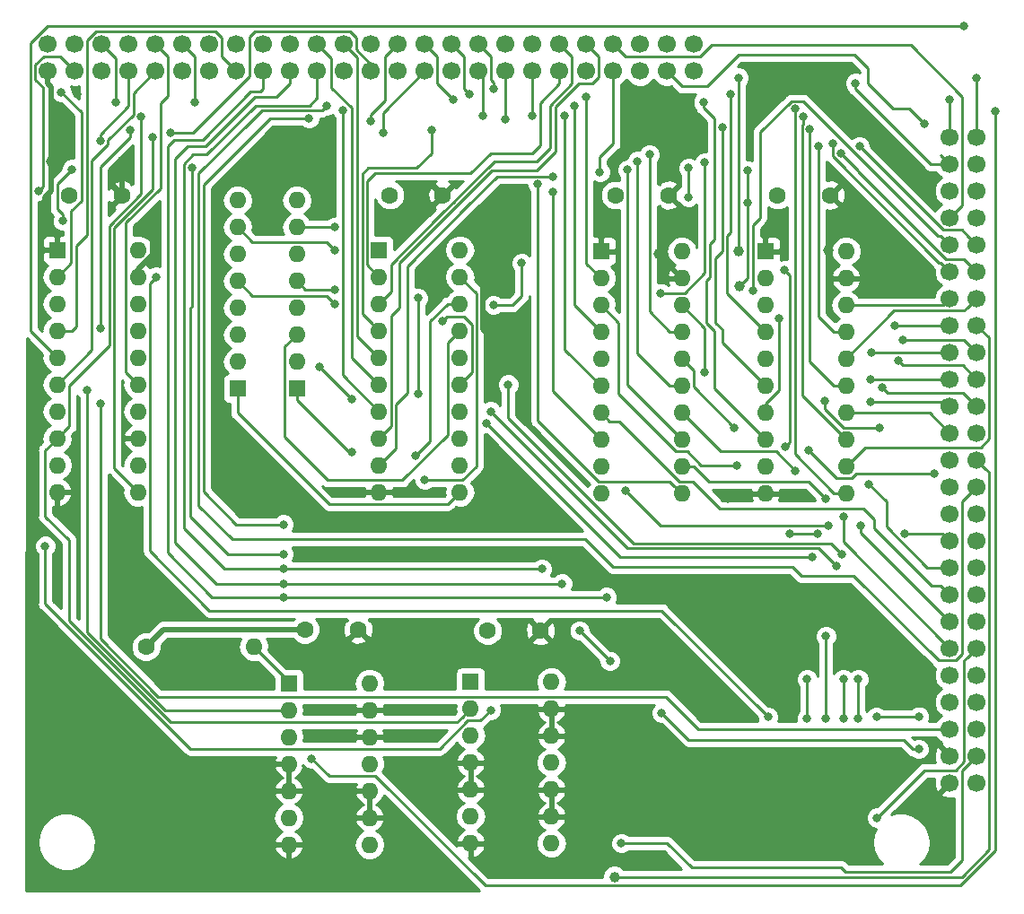
<source format=gbr>
G04 #@! TF.GenerationSoftware,KiCad,Pcbnew,(5.0.1-3-g963ef8bb5)*
G04 #@! TF.CreationDate,2020-10-28T20:52:00+00:00*
G04 #@! TF.ProjectId,ACE_Backplane_Adaptor,4143455F4261636B706C616E655F4164,rev?*
G04 #@! TF.SameCoordinates,Original*
G04 #@! TF.FileFunction,Copper,L2,Bot,Signal*
G04 #@! TF.FilePolarity,Positive*
%FSLAX46Y46*%
G04 Gerber Fmt 4.6, Leading zero omitted, Abs format (unit mm)*
G04 Created by KiCad (PCBNEW (5.0.1-3-g963ef8bb5)) date Wednesday, 28 October 2020 at 20:52:00*
%MOMM*%
%LPD*%
G01*
G04 APERTURE LIST*
G04 #@! TA.AperFunction,ComponentPad*
%ADD10C,1.700000*%
G04 #@! TD*
G04 #@! TA.AperFunction,ComponentPad*
%ADD11R,1.600000X1.600000*%
G04 #@! TD*
G04 #@! TA.AperFunction,ComponentPad*
%ADD12O,1.600000X1.600000*%
G04 #@! TD*
G04 #@! TA.AperFunction,ComponentPad*
%ADD13C,1.600000*%
G04 #@! TD*
G04 #@! TA.AperFunction,ViaPad*
%ADD14C,1.000000*%
G04 #@! TD*
G04 #@! TA.AperFunction,ViaPad*
%ADD15C,0.800000*%
G04 #@! TD*
G04 #@! TA.AperFunction,Conductor*
%ADD16C,0.500000*%
G04 #@! TD*
G04 #@! TA.AperFunction,Conductor*
%ADD17C,0.250000*%
G04 #@! TD*
G04 #@! TA.AperFunction,Conductor*
%ADD18C,0.254000*%
G04 #@! TD*
G04 APERTURE END LIST*
D10*
G04 #@! TO.P,J1,A14*
G04 #@! TO.N,/A2*
X130937000Y-56388000D03*
G04 #@! TO.P,J1,A15*
G04 #@! TO.N,/A10*
X133477000Y-56388000D03*
G04 #@! TO.P,J1,A16*
G04 #@! TO.N,/A9*
X136017000Y-56388000D03*
G04 #@! TO.P,J1,A17*
G04 #@! TO.N,/A8*
X138557000Y-56388000D03*
G04 #@! TO.P,J1,A18*
G04 #@! TO.N,/A7*
X141097000Y-56388000D03*
G04 #@! TO.P,J1,A19*
G04 #@! TO.N,/A0*
X143637000Y-56388000D03*
G04 #@! TO.P,J1,A20*
G04 #@! TO.N,/D1*
X146177000Y-56388000D03*
G04 #@! TO.P,J1,A21*
G04 #@! TO.N,/D6*
X148717000Y-56388000D03*
G04 #@! TO.P,J1,A22*
G04 #@! TO.N,/~WE*
X151257000Y-56388000D03*
G04 #@! TO.P,J1,*
G04 #@! TO.N,*
X153797000Y-56388000D03*
G04 #@! TO.P,J1,A24*
G04 #@! TO.N,/-*
X156337000Y-56388000D03*
G04 #@! TO.P,J1,A13*
G04 #@! TO.N,/D5*
X128397000Y-56388000D03*
G04 #@! TO.P,J1,A12*
G04 #@! TO.N,/D3*
X125857000Y-56388000D03*
G04 #@! TO.P,J1,A11*
G04 #@! TO.N,/D4*
X123317000Y-56388000D03*
G04 #@! TO.P,J1,A10*
G04 #@! TO.N,/A15*
X120777000Y-56388000D03*
G04 #@! TO.P,J1,A9*
G04 #@! TO.N,/A14*
X118237000Y-56388000D03*
G04 #@! TO.P,J1,A8*
G04 #@! TO.N,/A13*
X115697000Y-56388000D03*
G04 #@! TO.P,J1,A7*
G04 #@! TO.N,/A12*
X113157000Y-56388000D03*
G04 #@! TO.P,J1,A6*
G04 #@! TO.N,/A11*
X110617000Y-56388000D03*
G04 #@! TO.P,J1,A5*
G04 #@! TO.N,/CLK*
X108077000Y-56388000D03*
G04 #@! TO.P,J1,A4*
G04 #@! TO.N,VCC*
X105537000Y-56388000D03*
G04 #@! TO.P,J1,A3*
G04 #@! TO.N,/+9V*
X102997000Y-56388000D03*
G04 #@! TO.P,J1,A2*
G04 #@! TO.N,GND*
X100457000Y-56388000D03*
G04 #@! TO.P,J1,A1*
X97917000Y-56388000D03*
G04 #@! TO.P,J1,B1*
X97917000Y-58928000D03*
G04 #@! TO.P,J1,B2*
G04 #@! TO.N,/~INT*
X100457000Y-58928000D03*
G04 #@! TO.P,J1,B3*
G04 #@! TO.N,/~NMI*
X102997000Y-58928000D03*
G04 #@! TO.P,J1,B4*
G04 #@! TO.N,/~HALT*
X105537000Y-58928000D03*
G04 #@! TO.P,J1,B5*
G04 #@! TO.N,/~MREQ*
X108077000Y-58928000D03*
G04 #@! TO.P,J1,B6*
G04 #@! TO.N,/~IORQ*
X110617000Y-58928000D03*
G04 #@! TO.P,J1,B7*
G04 #@! TO.N,/~RD*
X113157000Y-58928000D03*
G04 #@! TO.P,J1,B8*
G04 #@! TO.N,/~WR*
X115697000Y-58928000D03*
G04 #@! TO.P,J1,B9*
G04 #@! TO.N,/~BUSACK*
X118237000Y-58928000D03*
G04 #@! TO.P,J1,B10*
G04 #@! TO.N,/~WAIT*
X120777000Y-58928000D03*
G04 #@! TO.P,J1,B11*
G04 #@! TO.N,/~BUSREQ*
X123317000Y-58928000D03*
G04 #@! TO.P,J1,B12*
G04 #@! TO.N,/~RESET*
X125857000Y-58928000D03*
G04 #@! TO.P,J1,B13*
G04 #@! TO.N,/~M1*
X128397000Y-58928000D03*
G04 #@! TO.P,J1,B24*
G04 #@! TO.N,/~ACEROMCS*
X156337000Y-58928000D03*
G04 #@! TO.P,J1,*
G04 #@! TO.N,*
X153797000Y-58928000D03*
G04 #@! TO.P,J1,B22*
G04 #@! TO.N,/D7*
X151257000Y-58928000D03*
G04 #@! TO.P,J1,B21*
G04 #@! TO.N,/D2*
X148717000Y-58928000D03*
G04 #@! TO.P,J1,B20*
G04 #@! TO.N,/D0*
X146177000Y-58928000D03*
G04 #@! TO.P,J1,B19*
G04 #@! TO.N,/A1*
X143637000Y-58928000D03*
G04 #@! TO.P,J1,B18*
G04 #@! TO.N,/A3*
X141097000Y-58928000D03*
G04 #@! TO.P,J1,B17*
G04 #@! TO.N,/A4*
X138557000Y-58928000D03*
G04 #@! TO.P,J1,B16*
G04 #@! TO.N,/A5*
X136017000Y-58928000D03*
G04 #@! TO.P,J1,B15*
G04 #@! TO.N,/A6*
X133477000Y-58928000D03*
G04 #@! TO.P,J1,B14*
G04 #@! TO.N,/~RFSH*
X130937000Y-58928000D03*
G04 #@! TO.P,J1,A25*
G04 #@! TO.N,N/C*
X158877000Y-56388000D03*
G04 #@! TO.P,J1,B25*
X158877000Y-58928000D03*
G04 #@! TD*
D11*
G04 #@! TO.P,U5,1*
G04 #@! TO.N,GND*
X98806000Y-75819000D03*
D12*
G04 #@! TO.P,U5,11*
G04 #@! TO.N,/~M1*
X106426000Y-98679000D03*
G04 #@! TO.P,U5,2*
G04 #@! TO.N,/~RD*
X98806000Y-78359000D03*
G04 #@! TO.P,U5,12*
G04 #@! TO.N,/~IORQ'*
X106426000Y-96139000D03*
G04 #@! TO.P,U5,3*
G04 #@! TO.N,N/C*
X98806000Y-80899000D03*
G04 #@! TO.P,U5,13*
G04 #@! TO.N,GND*
X106426000Y-93599000D03*
G04 #@! TO.P,U5,4*
G04 #@! TO.N,/~WR*
X98806000Y-83439000D03*
G04 #@! TO.P,U5,14*
G04 #@! TO.N,/~MREQ'*
X106426000Y-91059000D03*
G04 #@! TO.P,U5,5*
G04 #@! TO.N,/CLK'*
X98806000Y-85979000D03*
G04 #@! TO.P,U5,15*
G04 #@! TO.N,/CLK*
X106426000Y-88519000D03*
G04 #@! TO.P,U5,6*
G04 #@! TO.N,/~MREQ*
X98806000Y-88519000D03*
G04 #@! TO.P,U5,16*
G04 #@! TO.N,/~WR'*
X106426000Y-85979000D03*
G04 #@! TO.P,U5,7*
G04 #@! TO.N,N/C*
X98806000Y-91059000D03*
G04 #@! TO.P,U5,17*
G04 #@! TO.N,GND*
X106426000Y-83439000D03*
G04 #@! TO.P,U5,8*
G04 #@! TO.N,/~IORQ*
X98806000Y-93599000D03*
G04 #@! TO.P,U5,18*
G04 #@! TO.N,/~RD'*
X106426000Y-80899000D03*
G04 #@! TO.P,U5,9*
G04 #@! TO.N,/~M1'*
X98806000Y-96139000D03*
G04 #@! TO.P,U5,19*
G04 #@! TO.N,GND*
X106426000Y-78359000D03*
G04 #@! TO.P,U5,10*
X98806000Y-98679000D03*
G04 #@! TO.P,U5,20*
G04 #@! TO.N,VCC*
X106426000Y-75819000D03*
G04 #@! TD*
D11*
G04 #@! TO.P,U4,1*
G04 #@! TO.N,/~MREQ*
X137795000Y-116586000D03*
D12*
G04 #@! TO.P,U4,8*
G04 #@! TO.N,N/C*
X145415000Y-131826000D03*
G04 #@! TO.P,U4,2*
G04 #@! TO.N,/~IORQ*
X137795000Y-119126000D03*
G04 #@! TO.P,U4,9*
G04 #@! TO.N,GND*
X145415000Y-129286000D03*
G04 #@! TO.P,U4,3*
G04 #@! TO.N,/SysRD*
X137795000Y-121666000D03*
G04 #@! TO.P,U4,10*
G04 #@! TO.N,GND*
X145415000Y-126746000D03*
G04 #@! TO.P,U4,4*
X137795000Y-124206000D03*
G04 #@! TO.P,U4,11*
G04 #@! TO.N,N/C*
X145415000Y-124206000D03*
G04 #@! TO.P,U4,5*
G04 #@! TO.N,GND*
X137795000Y-126746000D03*
G04 #@! TO.P,U4,12*
X145415000Y-121666000D03*
G04 #@! TO.P,U4,6*
G04 #@! TO.N,N/C*
X137795000Y-129286000D03*
G04 #@! TO.P,U4,13*
G04 #@! TO.N,GND*
X145415000Y-119126000D03*
G04 #@! TO.P,U4,7*
X137795000Y-131826000D03*
G04 #@! TO.P,U4,14*
G04 #@! TO.N,VCC*
X145415000Y-116586000D03*
G04 #@! TD*
D11*
G04 #@! TO.P,U6,1*
G04 #@! TO.N,/ExtDir*
X120650000Y-116713000D03*
D12*
G04 #@! TO.P,U6,8*
G04 #@! TO.N,N/C*
X128270000Y-131953000D03*
G04 #@! TO.P,U6,2*
G04 #@! TO.N,/~RD*
X120650000Y-119253000D03*
G04 #@! TO.P,U6,9*
G04 #@! TO.N,GND*
X128270000Y-129413000D03*
G04 #@! TO.P,U6,3*
G04 #@! TO.N,/BufDir*
X120650000Y-121793000D03*
G04 #@! TO.P,U6,10*
G04 #@! TO.N,GND*
X128270000Y-126873000D03*
G04 #@! TO.P,U6,4*
X120650000Y-124333000D03*
G04 #@! TO.P,U6,11*
G04 #@! TO.N,N/C*
X128270000Y-124333000D03*
G04 #@! TO.P,U6,5*
G04 #@! TO.N,GND*
X120650000Y-126873000D03*
G04 #@! TO.P,U6,12*
X128270000Y-121793000D03*
G04 #@! TO.P,U6,6*
G04 #@! TO.N,N/C*
X120650000Y-129413000D03*
G04 #@! TO.P,U6,13*
G04 #@! TO.N,GND*
X128270000Y-119253000D03*
G04 #@! TO.P,U6,7*
X120650000Y-131953000D03*
G04 #@! TO.P,U6,14*
G04 #@! TO.N,VCC*
X128270000Y-116713000D03*
G04 #@! TD*
D11*
G04 #@! TO.P,U1,1*
G04 #@! TO.N,/BufDir*
X129159000Y-75819000D03*
D12*
G04 #@! TO.P,U1,11*
G04 #@! TO.N,/D7'*
X136779000Y-98679000D03*
G04 #@! TO.P,U1,2*
G04 #@! TO.N,/D0*
X129159000Y-78359000D03*
G04 #@! TO.P,U1,12*
G04 #@! TO.N,/D6'*
X136779000Y-96139000D03*
G04 #@! TO.P,U1,3*
G04 #@! TO.N,/D1*
X129159000Y-80899000D03*
G04 #@! TO.P,U1,13*
G04 #@! TO.N,/D5'*
X136779000Y-93599000D03*
G04 #@! TO.P,U1,4*
G04 #@! TO.N,/D2*
X129159000Y-83439000D03*
G04 #@! TO.P,U1,14*
G04 #@! TO.N,/D4'*
X136779000Y-91059000D03*
G04 #@! TO.P,U1,5*
G04 #@! TO.N,/D3*
X129159000Y-85979000D03*
G04 #@! TO.P,U1,15*
G04 #@! TO.N,/D3'*
X136779000Y-88519000D03*
G04 #@! TO.P,U1,6*
G04 #@! TO.N,/D4*
X129159000Y-88519000D03*
G04 #@! TO.P,U1,16*
G04 #@! TO.N,/D2'*
X136779000Y-85979000D03*
G04 #@! TO.P,U1,7*
G04 #@! TO.N,/D5*
X129159000Y-91059000D03*
G04 #@! TO.P,U1,17*
G04 #@! TO.N,/D1'*
X136779000Y-83439000D03*
G04 #@! TO.P,U1,8*
G04 #@! TO.N,/D6*
X129159000Y-93599000D03*
G04 #@! TO.P,U1,18*
G04 #@! TO.N,/D0'*
X136779000Y-80899000D03*
G04 #@! TO.P,U1,9*
G04 #@! TO.N,/D7*
X129159000Y-96139000D03*
G04 #@! TO.P,U1,19*
G04 #@! TO.N,/SysRD*
X136779000Y-78359000D03*
G04 #@! TO.P,U1,10*
G04 #@! TO.N,GND*
X129159000Y-98679000D03*
G04 #@! TO.P,U1,20*
G04 #@! TO.N,VCC*
X136779000Y-75819000D03*
G04 #@! TD*
G04 #@! TO.P,U2,20*
G04 #@! TO.N,VCC*
X173228000Y-75946000D03*
G04 #@! TO.P,U2,10*
G04 #@! TO.N,GND*
X165608000Y-98806000D03*
G04 #@! TO.P,U2,19*
X173228000Y-78486000D03*
G04 #@! TO.P,U2,9*
G04 #@! TO.N,/A4'*
X165608000Y-96266000D03*
G04 #@! TO.P,U2,18*
G04 #@! TO.N,/A0'*
X173228000Y-81026000D03*
G04 #@! TO.P,U2,8*
G04 #@! TO.N,/A3*
X165608000Y-93726000D03*
G04 #@! TO.P,U2,17*
G04 #@! TO.N,/A7*
X173228000Y-83566000D03*
G04 #@! TO.P,U2,7*
G04 #@! TO.N,/A5'*
X165608000Y-91186000D03*
G04 #@! TO.P,U2,16*
G04 #@! TO.N,/A1'*
X173228000Y-86106000D03*
G04 #@! TO.P,U2,6*
G04 #@! TO.N,/A2*
X165608000Y-88646000D03*
G04 #@! TO.P,U2,15*
G04 #@! TO.N,/A6*
X173228000Y-88646000D03*
G04 #@! TO.P,U2,5*
G04 #@! TO.N,/A6'*
X165608000Y-86106000D03*
G04 #@! TO.P,U2,14*
G04 #@! TO.N,/A2'*
X173228000Y-91186000D03*
G04 #@! TO.P,U2,4*
G04 #@! TO.N,/A1*
X165608000Y-83566000D03*
G04 #@! TO.P,U2,13*
G04 #@! TO.N,/A5*
X173228000Y-93726000D03*
G04 #@! TO.P,U2,3*
G04 #@! TO.N,/A7'*
X165608000Y-81026000D03*
G04 #@! TO.P,U2,12*
G04 #@! TO.N,/A3'*
X173228000Y-96266000D03*
G04 #@! TO.P,U2,2*
G04 #@! TO.N,/A0*
X165608000Y-78486000D03*
G04 #@! TO.P,U2,11*
G04 #@! TO.N,/A4*
X173228000Y-98806000D03*
D11*
G04 #@! TO.P,U2,1*
G04 #@! TO.N,GND*
X165608000Y-75946000D03*
G04 #@! TD*
G04 #@! TO.P,U3,1*
G04 #@! TO.N,GND*
X150114000Y-75946000D03*
D12*
G04 #@! TO.P,U3,11*
G04 #@! TO.N,/A12*
X157734000Y-98806000D03*
G04 #@! TO.P,U3,2*
G04 #@! TO.N,/A8*
X150114000Y-78486000D03*
G04 #@! TO.P,U3,12*
G04 #@! TO.N,/A11'*
X157734000Y-96266000D03*
G04 #@! TO.P,U3,3*
G04 #@! TO.N,/A15'*
X150114000Y-81026000D03*
G04 #@! TO.P,U3,13*
G04 #@! TO.N,/A13*
X157734000Y-93726000D03*
G04 #@! TO.P,U3,4*
G04 #@! TO.N,/A9*
X150114000Y-83566000D03*
G04 #@! TO.P,U3,14*
G04 #@! TO.N,/A10'*
X157734000Y-91186000D03*
G04 #@! TO.P,U3,5*
G04 #@! TO.N,/A14'*
X150114000Y-86106000D03*
G04 #@! TO.P,U3,15*
G04 #@! TO.N,/A14*
X157734000Y-88646000D03*
G04 #@! TO.P,U3,6*
G04 #@! TO.N,/A10*
X150114000Y-88646000D03*
G04 #@! TO.P,U3,16*
G04 #@! TO.N,/A9'*
X157734000Y-86106000D03*
G04 #@! TO.P,U3,7*
G04 #@! TO.N,/A13'*
X150114000Y-91186000D03*
G04 #@! TO.P,U3,17*
G04 #@! TO.N,/A15*
X157734000Y-83566000D03*
G04 #@! TO.P,U3,8*
G04 #@! TO.N,/A11*
X150114000Y-93726000D03*
G04 #@! TO.P,U3,18*
G04 #@! TO.N,/A8'*
X157734000Y-81026000D03*
G04 #@! TO.P,U3,9*
G04 #@! TO.N,/A12'*
X150114000Y-96266000D03*
G04 #@! TO.P,U3,19*
G04 #@! TO.N,GND*
X157734000Y-78486000D03*
G04 #@! TO.P,U3,10*
X150114000Y-98806000D03*
G04 #@! TO.P,U3,20*
G04 #@! TO.N,VCC*
X157734000Y-75946000D03*
G04 #@! TD*
G04 #@! TO.P,RN1,8*
G04 #@! TO.N,VCC*
X121412000Y-71123000D03*
G04 #@! TO.P,RN1,7*
G04 #@! TO.N,/D3'*
X121412000Y-73663000D03*
G04 #@! TO.P,RN1,6*
G04 #@! TO.N,VCC*
X121412000Y-76203000D03*
G04 #@! TO.P,RN1,5*
G04 #@! TO.N,/D2'*
X121412000Y-78743000D03*
G04 #@! TO.P,RN1,4*
G04 #@! TO.N,VCC*
X121412000Y-81283000D03*
G04 #@! TO.P,RN1,3*
G04 #@! TO.N,/D1'*
X121412000Y-83823000D03*
G04 #@! TO.P,RN1,2*
G04 #@! TO.N,VCC*
X121412000Y-86363000D03*
D11*
G04 #@! TO.P,RN1,1*
G04 #@! TO.N,/D0'*
X121412000Y-88903000D03*
G04 #@! TD*
G04 #@! TO.P,RN2,1*
G04 #@! TO.N,/D7'*
X115824000Y-88903000D03*
D12*
G04 #@! TO.P,RN2,2*
G04 #@! TO.N,VCC*
X115824000Y-86363000D03*
G04 #@! TO.P,RN2,3*
G04 #@! TO.N,/D6'*
X115824000Y-83823000D03*
G04 #@! TO.P,RN2,4*
G04 #@! TO.N,VCC*
X115824000Y-81283000D03*
G04 #@! TO.P,RN2,5*
G04 #@! TO.N,/D5'*
X115824000Y-78743000D03*
G04 #@! TO.P,RN2,6*
G04 #@! TO.N,VCC*
X115824000Y-76203000D03*
G04 #@! TO.P,RN2,7*
G04 #@! TO.N,/D4'*
X115824000Y-73663000D03*
G04 #@! TO.P,RN2,8*
G04 #@! TO.N,VCC*
X115824000Y-71123000D03*
G04 #@! TD*
D13*
G04 #@! TO.P,C1,1*
G04 #@! TO.N,VCC*
X130175000Y-70649000D03*
G04 #@! TO.P,C1,2*
G04 #@! TO.N,GND*
X135175000Y-70649000D03*
G04 #@! TD*
G04 #@! TO.P,C2,2*
G04 #@! TO.N,GND*
X171751000Y-70649000D03*
G04 #@! TO.P,C2,1*
G04 #@! TO.N,VCC*
X166751000Y-70649000D03*
G04 #@! TD*
D10*
G04 #@! TO.P,J2,A14*
G04 #@! TO.N,/A2'*
X183007000Y-93091000D03*
G04 #@! TO.P,J2,A15*
G04 #@! TO.N,/A10'*
X183007000Y-90551000D03*
G04 #@! TO.P,J2,A16*
G04 #@! TO.N,/A9'*
X183007000Y-88011000D03*
G04 #@! TO.P,J2,A17*
G04 #@! TO.N,/A8'*
X183007000Y-85471000D03*
G04 #@! TO.P,J2,A18*
G04 #@! TO.N,/A7'*
X183007000Y-82931000D03*
G04 #@! TO.P,J2,A19*
G04 #@! TO.N,/A0'*
X183007000Y-80391000D03*
G04 #@! TO.P,J2,A20*
G04 #@! TO.N,/D1'*
X183007000Y-77851000D03*
G04 #@! TO.P,J2,A21*
G04 #@! TO.N,/D6'*
X183007000Y-75311000D03*
G04 #@! TO.P,J2,A22*
G04 #@! TO.N,/~WE*
X183007000Y-72771000D03*
G04 #@! TO.P,J2,*
G04 #@! TO.N,*
X183007000Y-70231000D03*
G04 #@! TO.P,J2,A24*
G04 #@! TO.N,/-*
X183007000Y-67691000D03*
G04 #@! TO.P,J2,A13*
G04 #@! TO.N,/D5'*
X183007000Y-95631000D03*
G04 #@! TO.P,J2,A12*
G04 #@! TO.N,/D3'*
X183007000Y-98171000D03*
G04 #@! TO.P,J2,A11*
G04 #@! TO.N,/D4'*
X183007000Y-100711000D03*
G04 #@! TO.P,J2,A10*
G04 #@! TO.N,/A15'*
X183007000Y-103251000D03*
G04 #@! TO.P,J2,A9*
G04 #@! TO.N,/A14'*
X183007000Y-105791000D03*
G04 #@! TO.P,J2,A8*
G04 #@! TO.N,/A13'*
X183007000Y-108331000D03*
G04 #@! TO.P,J2,A7*
G04 #@! TO.N,/A12'*
X183007000Y-110871000D03*
G04 #@! TO.P,J2,A6*
G04 #@! TO.N,/A11'*
X183007000Y-113411000D03*
G04 #@! TO.P,J2,A5*
G04 #@! TO.N,/CLK*
X183007000Y-115951000D03*
G04 #@! TO.P,J2,A4*
G04 #@! TO.N,VCC*
X183007000Y-118491000D03*
G04 #@! TO.P,J2,A3*
G04 #@! TO.N,/+9V*
X183007000Y-121031000D03*
G04 #@! TO.P,J2,A2*
G04 #@! TO.N,GND*
X183007000Y-123571000D03*
G04 #@! TO.P,J2,A1*
X183007000Y-126111000D03*
G04 #@! TO.P,J2,B1*
X185547000Y-126111000D03*
G04 #@! TO.P,J2,B2*
G04 #@! TO.N,/~INT*
X185547000Y-123571000D03*
G04 #@! TO.P,J2,B3*
G04 #@! TO.N,/~NMI*
X185547000Y-121031000D03*
G04 #@! TO.P,J2,B4*
G04 #@! TO.N,/~HALT*
X185547000Y-118491000D03*
G04 #@! TO.P,J2,B5*
G04 #@! TO.N,/~MREQ'*
X185547000Y-115951000D03*
G04 #@! TO.P,J2,B6*
G04 #@! TO.N,/~IORQ'*
X185547000Y-113411000D03*
G04 #@! TO.P,J2,B7*
G04 #@! TO.N,/~RD'*
X185547000Y-110871000D03*
G04 #@! TO.P,J2,B8*
G04 #@! TO.N,/~WR'*
X185547000Y-108331000D03*
G04 #@! TO.P,J2,B9*
G04 #@! TO.N,/~BUSACK*
X185547000Y-105791000D03*
G04 #@! TO.P,J2,B10*
G04 #@! TO.N,/~WAIT*
X185547000Y-103251000D03*
G04 #@! TO.P,J2,B11*
G04 #@! TO.N,/~BUSREQ*
X185547000Y-100711000D03*
G04 #@! TO.P,J2,B12*
G04 #@! TO.N,/~RESET*
X185547000Y-98171000D03*
G04 #@! TO.P,J2,B13*
G04 #@! TO.N,/~M1'*
X185547000Y-95631000D03*
G04 #@! TO.P,J2,B24*
G04 #@! TO.N,/~ACEROMCS*
X185547000Y-67691000D03*
G04 #@! TO.P,J2,*
G04 #@! TO.N,*
X185547000Y-70231000D03*
G04 #@! TO.P,J2,B22*
G04 #@! TO.N,/D7'*
X185547000Y-72771000D03*
G04 #@! TO.P,J2,B21*
G04 #@! TO.N,/D2'*
X185547000Y-75311000D03*
G04 #@! TO.P,J2,B20*
G04 #@! TO.N,/D0'*
X185547000Y-77851000D03*
G04 #@! TO.P,J2,B19*
G04 #@! TO.N,/A1'*
X185547000Y-80391000D03*
G04 #@! TO.P,J2,B18*
G04 #@! TO.N,/A3'*
X185547000Y-82931000D03*
G04 #@! TO.P,J2,B17*
G04 #@! TO.N,/A4'*
X185547000Y-85471000D03*
G04 #@! TO.P,J2,B16*
G04 #@! TO.N,/A5'*
X185547000Y-88011000D03*
G04 #@! TO.P,J2,B15*
G04 #@! TO.N,/A6'*
X185547000Y-90551000D03*
G04 #@! TO.P,J2,B14*
G04 #@! TO.N,/~RFSH*
X185547000Y-93091000D03*
G04 #@! TO.P,J2,A25*
G04 #@! TO.N,/ExtDir*
X183007000Y-65151000D03*
G04 #@! TO.P,J2,B25*
G04 #@! TO.N,/CLK'*
X185547000Y-65151000D03*
G04 #@! TD*
D13*
G04 #@! TO.P,C3,1*
G04 #@! TO.N,VCC*
X151464000Y-70649000D03*
G04 #@! TO.P,C3,2*
G04 #@! TO.N,GND*
X156464000Y-70649000D03*
G04 #@! TD*
G04 #@! TO.P,C4,2*
G04 #@! TO.N,GND*
X144399000Y-111760000D03*
G04 #@! TO.P,C4,1*
G04 #@! TO.N,VCC*
X139399000Y-111760000D03*
G04 #@! TD*
G04 #@! TO.P,C5,1*
G04 #@! TO.N,VCC*
X99949000Y-70649000D03*
G04 #@! TO.P,C5,2*
G04 #@! TO.N,GND*
X104949000Y-70649000D03*
G04 #@! TD*
G04 #@! TO.P,C6,2*
G04 #@! TO.N,GND*
X127174000Y-111633000D03*
G04 #@! TO.P,C6,1*
G04 #@! TO.N,VCC*
X122174000Y-111633000D03*
G04 #@! TD*
G04 #@! TO.P,R1,1*
G04 #@! TO.N,VCC*
X107188000Y-113284000D03*
D12*
G04 #@! TO.P,R1,2*
G04 #@! TO.N,/ExtDir*
X117348000Y-113284000D03*
G04 #@! TD*
D14*
G04 #@! TO.N,GND*
X104902000Y-67437000D03*
X98256009Y-67437000D03*
X171577000Y-75819000D03*
X140843000Y-74549000D03*
X96520000Y-98552000D03*
D15*
X140843000Y-71501000D03*
D14*
X155575000Y-76200000D03*
D15*
X124460000Y-71374000D03*
D14*
X131318000Y-72390000D03*
X162052000Y-99187000D03*
X132842000Y-131953000D03*
X132842000Y-115062000D03*
X151765000Y-120777000D03*
X165227000Y-132334000D03*
X158496000Y-126746000D03*
D15*
X138430000Y-104902000D03*
X138430000Y-101981000D03*
D14*
X143129000Y-104267000D03*
D15*
X142621000Y-99949000D03*
X164338000Y-112141000D03*
X177800000Y-76581000D03*
X116459000Y-96012000D03*
X107823000Y-72373001D03*
X177800000Y-66421000D03*
X141224000Y-85598000D03*
X143002000Y-91694000D03*
D14*
X173101000Y-61722000D03*
D15*
X100711000Y-61087000D03*
X99695000Y-63373000D03*
X116078000Y-116332000D03*
G04 #@! TO.N,/A2*
X128397000Y-63627000D03*
X161544000Y-64262000D03*
G04 #@! TO.N,/A10*
X146685000Y-63119000D03*
X136144000Y-61595000D03*
G04 #@! TO.N,/A9*
X147574000Y-62230000D03*
X137668000Y-61087000D03*
G04 #@! TO.N,/A8*
X148717000Y-61341000D03*
X139954000Y-60579000D03*
G04 #@! TO.N,/A7*
X170625999Y-66040000D03*
G04 #@! TO.N,/A0*
X163068000Y-59563000D03*
D14*
X163068000Y-75909001D03*
D15*
G04 #@! TO.N,/-*
X174117000Y-60071000D03*
G04 #@! TO.N,/D5*
X125730000Y-62611000D03*
G04 #@! TO.N,/A15*
X154686000Y-66802000D03*
G04 #@! TO.N,/A14*
X153543000Y-67437000D03*
G04 #@! TO.N,/A13*
X152589001Y-68261001D03*
G04 #@! TO.N,/A12*
X144145000Y-69596000D03*
G04 #@! TO.N,/A11*
X145542000Y-70358000D03*
X111792001Y-61849000D03*
G04 #@! TO.N,/CLK*
X172974000Y-116332000D03*
X172974000Y-120015000D03*
G04 #@! TO.N,/+9V*
X105664000Y-64478003D03*
X102870000Y-83185000D03*
X102870000Y-90297000D03*
X104361999Y-61849000D03*
G04 #@! TO.N,/~INT*
X152019000Y-131826000D03*
X97028000Y-70231000D03*
G04 #@! TO.N,/~NMI*
X111506000Y-68072000D03*
X120142000Y-104521000D03*
X180086000Y-122936000D03*
X155829000Y-119507000D03*
X150939500Y-114617500D03*
X148082000Y-111760000D03*
G04 #@! TO.N,/~HALT*
X102870000Y-65532000D03*
X108152814Y-78359000D03*
X180086000Y-119855999D03*
X165862000Y-119888000D03*
X176085500Y-119888000D03*
X99314000Y-73025000D03*
X100203000Y-68199000D03*
G04 #@! TO.N,/~MREQ*
X139700000Y-119253000D03*
X97680999Y-103759000D03*
G04 #@! TO.N,/~IORQ*
X106712001Y-63246000D03*
G04 #@! TO.N,/~RD*
X99187000Y-60960000D03*
X101600000Y-89027000D03*
G04 #@! TO.N,/~BUSACK*
X120142000Y-108585000D03*
X150622000Y-108585000D03*
G04 #@! TO.N,/~WAIT*
X120142000Y-107315000D03*
X146431000Y-107315000D03*
G04 #@! TO.N,/~BUSREQ*
X120142000Y-105918000D03*
X144526000Y-105918000D03*
G04 #@! TO.N,/~RESET*
X124206000Y-62230000D03*
G04 #@! TO.N,/~M1*
X107823000Y-65151000D03*
X109474000Y-64770000D03*
G04 #@! TO.N,/~ACEROMCS*
X180594000Y-63881000D03*
G04 #@! TO.N,/D7*
X149987000Y-68453000D03*
X145542000Y-68870999D03*
G04 #@! TO.N,/D2*
X134112000Y-64516000D03*
G04 #@! TO.N,/A1*
X143637000Y-63119000D03*
X162306000Y-61087000D03*
G04 #@! TO.N,/A3*
X141097000Y-63500000D03*
X159766000Y-61849000D03*
G04 #@! TO.N,/A4*
X138938000Y-63119000D03*
X168402000Y-62484000D03*
G04 #@! TO.N,/A5*
X169164000Y-63246000D03*
X169164000Y-63246000D03*
G04 #@! TO.N,/A6*
X129540000Y-64770000D03*
X169799000Y-64389000D03*
G04 #@! TO.N,/~RFSH*
X122555000Y-63373000D03*
X120142000Y-101727000D03*
X181546500Y-96964500D03*
X169672000Y-94742000D03*
G04 #@! TO.N,/D1'*
X142621000Y-77071001D03*
X139954000Y-81026000D03*
X158369000Y-70866000D03*
X158369000Y-68072000D03*
X171958000Y-65786000D03*
G04 #@! TO.N,/D6'*
X126630002Y-89916000D03*
X123582002Y-86868000D03*
X164407010Y-79629000D03*
G04 #@! TO.N,/D5'*
X124953998Y-80899000D03*
X139307370Y-92202000D03*
X170053000Y-104775000D03*
G04 #@! TO.N,/D3'*
X135128000Y-82550000D03*
X124968000Y-73663000D03*
X141351000Y-88519000D03*
X172847000Y-104521000D03*
G04 #@! TO.N,/D4'*
X132842000Y-80376998D03*
X132842000Y-89408000D03*
X124968000Y-75819000D03*
X139700000Y-91059000D03*
X172339000Y-105664000D03*
G04 #@! TO.N,/D2'*
X124968000Y-79542999D03*
X163957000Y-71374000D03*
X163957000Y-68326000D03*
X174498000Y-66040000D03*
D14*
X163180998Y-79248000D03*
D15*
G04 #@! TO.N,/D0'*
X126619000Y-94869000D03*
X132588000Y-95250000D03*
X159893000Y-67564000D03*
X172720000Y-66675000D03*
X155702000Y-79900999D03*
G04 #@! TO.N,/A10'*
X168402000Y-96647000D03*
X175514000Y-90170000D03*
G04 #@! TO.N,/A9'*
X162687000Y-92583000D03*
X175514000Y-88011000D03*
G04 #@! TO.N,/A8'*
X159893000Y-87376000D03*
X175641000Y-85471000D03*
G04 #@! TO.N,/A7'*
X177800000Y-82931000D03*
G04 #@! TO.N,/A15'*
X162941000Y-96139000D03*
X178725999Y-102579001D03*
X170561000Y-102579001D03*
X167894000Y-102579001D03*
G04 #@! TO.N,/A14'*
X171196000Y-90043000D03*
X176403000Y-92583000D03*
X175387000Y-97917000D03*
G04 #@! TO.N,/A12'*
X174625000Y-101854000D03*
X171577000Y-101854000D03*
X152400000Y-98552000D03*
G04 #@! TO.N,/A11'*
X171323000Y-99314000D03*
X172974000Y-100965000D03*
G04 #@! TO.N,/A4'*
X167513000Y-94361000D03*
X178594001Y-84295999D03*
X167386000Y-77724000D03*
G04 #@! TO.N,/A5'*
X166878000Y-82296000D03*
X178181000Y-86301588D03*
G04 #@! TO.N,/A6'*
X176657000Y-88773000D03*
G04 #@! TO.N,/~MREQ'*
X174371000Y-116332000D03*
X174371000Y-120015000D03*
G04 #@! TO.N,/~IORQ'*
X176149000Y-129413000D03*
G04 #@! TO.N,/~RD'*
X169545000Y-116332000D03*
X169545000Y-120015000D03*
G04 #@! TO.N,/~WR'*
X171323000Y-120015000D03*
X171323000Y-112268000D03*
G04 #@! TO.N,/ExtDir*
X122809000Y-123825000D03*
X187325000Y-62738000D03*
X183007000Y-61595000D03*
D14*
G04 #@! TO.N,/~M1'*
X151384000Y-135001000D03*
D15*
G04 #@! TO.N,/CLK'*
X185547000Y-59563000D03*
X184334990Y-54667990D03*
G04 #@! TO.N,/SysRD*
X133477000Y-97536000D03*
G04 #@! TD*
D16*
G04 #@! TO.N,GND*
X104949000Y-67484000D02*
X104902000Y-67437000D01*
X104949000Y-70649000D02*
X104949000Y-67484000D01*
X97917000Y-58928000D02*
X97917000Y-60130081D01*
X97917000Y-60130081D02*
X98256009Y-60469090D01*
X98256009Y-60469090D02*
X98256009Y-67437000D01*
X155575000Y-76327000D02*
X157734000Y-78486000D01*
X155575000Y-76200000D02*
X155575000Y-76327000D01*
X107823000Y-72938686D02*
X107823000Y-72373001D01*
X107823000Y-76272002D02*
X107823000Y-72938686D01*
X106426000Y-77669002D02*
X107823000Y-76272002D01*
X106426000Y-78359000D02*
X106426000Y-77669002D01*
X138929021Y-76462979D02*
X138929021Y-83303021D01*
X140843000Y-74549000D02*
X138929021Y-76462979D01*
X138929021Y-83303021D02*
X141224000Y-85598000D01*
X177800000Y-66421000D02*
X173101000Y-61722000D01*
X98256009Y-70260993D02*
X97663000Y-70854002D01*
X98256009Y-67437000D02*
X98256009Y-70260993D01*
X98806000Y-74519000D02*
X98806000Y-75819000D01*
X97663000Y-73376000D02*
X98806000Y-74519000D01*
X97663000Y-70854002D02*
X97663000Y-73376000D01*
D17*
G04 #@! TO.N,/A2*
X161544000Y-84582000D02*
X165608000Y-88646000D01*
X161544000Y-83312000D02*
X161544000Y-84582000D01*
X160909000Y-82677000D02*
X161544000Y-83312000D01*
X160909000Y-76581000D02*
X160909000Y-82677000D01*
X161544000Y-75946000D02*
X160909000Y-76581000D01*
X161544000Y-64262000D02*
X161544000Y-75946000D01*
X130087001Y-57237999D02*
X130937000Y-56388000D01*
X129761999Y-57563001D02*
X130087001Y-57237999D01*
X129761999Y-61696316D02*
X129761999Y-57563001D01*
X128397000Y-63061315D02*
X129761999Y-61696316D01*
X128397000Y-63627000D02*
X128397000Y-63061315D01*
G04 #@! TO.N,/A10*
X150114000Y-88646000D02*
X146685000Y-85217000D01*
X146685000Y-68199000D02*
X146685000Y-68072000D01*
X146685000Y-68199000D02*
X146685000Y-67310000D01*
X146685000Y-68072000D02*
X146685000Y-63119000D01*
X135744001Y-61195001D02*
X136144000Y-61595000D01*
X134652001Y-60103001D02*
X135744001Y-61195001D01*
X134652001Y-57563001D02*
X134652001Y-60103001D01*
X133477000Y-56388000D02*
X134652001Y-57563001D01*
X146685000Y-68199000D02*
X146685000Y-70739000D01*
X146685000Y-70739000D02*
X146685000Y-70358000D01*
X146685000Y-85217000D02*
X146685000Y-70739000D01*
G04 #@! TO.N,/A9*
X150114000Y-83566000D02*
X147574000Y-81026000D01*
X147574000Y-81026000D02*
X147574000Y-71501000D01*
X147574000Y-66929000D02*
X147574000Y-62230000D01*
X147574000Y-66929000D02*
X147574000Y-66167000D01*
X137268001Y-60687001D02*
X137668000Y-61087000D01*
X137192001Y-60611001D02*
X137268001Y-60687001D01*
X137192001Y-57563001D02*
X137192001Y-60611001D01*
X136017000Y-56388000D02*
X137192001Y-57563001D01*
X147574000Y-67691000D02*
X147574000Y-71247000D01*
X147574000Y-71247000D02*
X147574000Y-70358000D01*
X147574000Y-71501000D02*
X147574000Y-71247000D01*
X147574000Y-68072000D02*
X147574000Y-67691000D01*
X147574000Y-67691000D02*
X147574000Y-66929000D01*
G04 #@! TO.N,/A8*
X148717000Y-77089000D02*
X150114000Y-78486000D01*
X148717000Y-66167000D02*
X148717000Y-61341000D01*
X148717000Y-65151000D02*
X148717000Y-66167000D01*
X139732001Y-57563001D02*
X139732001Y-59791316D01*
X139954000Y-60013315D02*
X139954000Y-60579000D01*
X139732001Y-59791316D02*
X139954000Y-60013315D01*
X138557000Y-56388000D02*
X139732001Y-57563001D01*
X148717000Y-70739000D02*
X148717000Y-77089000D01*
X148717000Y-70358000D02*
X148717000Y-70739000D01*
X148717000Y-66167000D02*
X148717000Y-67691000D01*
X148717000Y-67691000D02*
X148717000Y-70739000D01*
X148717000Y-67691000D02*
X148717000Y-68072000D01*
G04 #@! TO.N,/A7*
X170625999Y-82095369D02*
X170625999Y-67945000D01*
X172096630Y-83566000D02*
X170625999Y-82095369D01*
X173228000Y-83566000D02*
X172096630Y-83566000D01*
X170625999Y-67945000D02*
X170625999Y-67880001D01*
X170625999Y-66040000D02*
X170625999Y-67945000D01*
G04 #@! TO.N,/A0*
X163068000Y-75782001D02*
X163195000Y-75909001D01*
X163068000Y-59563000D02*
X163068000Y-75782001D01*
G04 #@! TO.N,/D1*
X130284001Y-79773999D02*
X129958999Y-80099001D01*
X130284001Y-77205001D02*
X130284001Y-79773999D01*
X129958999Y-80099001D02*
X129159000Y-80899000D01*
X134747000Y-72742002D02*
X130284001Y-77205001D01*
X136300001Y-71189001D02*
X134747000Y-72742002D01*
X147352001Y-57563001D02*
X146177000Y-56388000D01*
X144018000Y-67437000D02*
X145288000Y-66167000D01*
X145288000Y-62201002D02*
X147352001Y-60137001D01*
X147352001Y-60137001D02*
X147352001Y-57563001D01*
X145288000Y-66167000D02*
X145288000Y-62201002D01*
X140052002Y-67437000D02*
X144018000Y-67437000D01*
X134747000Y-72742002D02*
X140052002Y-67437000D01*
G04 #@! TO.N,/D6*
X130284001Y-82059999D02*
X131064000Y-81280000D01*
X130284001Y-92473999D02*
X130284001Y-82059999D01*
X131064000Y-81280000D02*
X131064000Y-77061412D01*
X129159000Y-93599000D02*
X130284001Y-92473999D01*
X131064000Y-77061412D02*
X135989412Y-72136000D01*
X135989412Y-72136000D02*
X137033000Y-71092412D01*
X145796000Y-66548000D02*
X144018000Y-68326000D01*
X148022411Y-60103001D02*
X145796000Y-62329412D01*
X139799412Y-68326000D02*
X135989412Y-72136000D01*
X149892001Y-59492001D02*
X149281001Y-60103001D01*
X149892001Y-57563001D02*
X149892001Y-59492001D01*
X144018000Y-68326000D02*
X139799412Y-68326000D01*
X149281001Y-60103001D02*
X148022411Y-60103001D01*
X145796000Y-62329412D02*
X145796000Y-66548000D01*
X148717000Y-56388000D02*
X149892001Y-57563001D01*
G04 #@! TO.N,/~WE*
X152432001Y-57563001D02*
X152106999Y-57237999D01*
X152106999Y-57237999D02*
X151257000Y-56388000D01*
X159441001Y-57563001D02*
X152432001Y-57563001D01*
X160513036Y-56490966D02*
X159441001Y-57563001D01*
X179309471Y-56490966D02*
X160513036Y-56490966D01*
X184182001Y-61363496D02*
X179309471Y-56490966D01*
X184182001Y-71595999D02*
X184182001Y-61363496D01*
X183007000Y-72771000D02*
X184182001Y-71595999D01*
G04 #@! TO.N,/-*
X182157001Y-66841001D02*
X183007000Y-67691000D01*
X181804919Y-67691000D02*
X183007000Y-67691000D01*
X181171315Y-67691000D02*
X181804919Y-67691000D01*
X174117000Y-60636685D02*
X181171315Y-67691000D01*
X174117000Y-60071000D02*
X174117000Y-60636685D01*
G04 #@! TO.N,/D5*
X125730000Y-87630000D02*
X129159000Y-91059000D01*
X125730000Y-62611000D02*
X125730000Y-87630000D01*
G04 #@! TO.N,/D3*
X127133980Y-83953980D02*
X127133980Y-67824980D01*
X129159000Y-85979000D02*
X127133980Y-83953980D01*
X127133980Y-67824980D02*
X127127000Y-67818000D01*
X127127000Y-57658000D02*
X127127000Y-60452000D01*
X125857000Y-56388000D02*
X127127000Y-57658000D01*
X127127000Y-60452000D02*
X127127000Y-60198000D01*
X127127000Y-67818000D02*
X127127000Y-60452000D01*
G04 #@! TO.N,/D4*
X129159000Y-88519000D02*
X126619000Y-85979000D01*
X126619000Y-62426998D02*
X126619000Y-63119000D01*
X124681999Y-60489997D02*
X126619000Y-62426998D01*
X124681999Y-57752999D02*
X124681999Y-60489997D01*
X123317000Y-56388000D02*
X124681999Y-57752999D01*
X126619000Y-85979000D02*
X126619000Y-63119000D01*
G04 #@! TO.N,/A15*
X156602630Y-83566000D02*
X154686000Y-81649370D01*
X157734000Y-83566000D02*
X156602630Y-83566000D01*
X154686000Y-81649370D02*
X154686000Y-66802000D01*
G04 #@! TO.N,/A14*
X156602630Y-88646000D02*
X153543000Y-85586370D01*
X157734000Y-88646000D02*
X156602630Y-88646000D01*
X153543000Y-85586370D02*
X153543000Y-67437000D01*
G04 #@! TO.N,/A13*
X152589001Y-88581001D02*
X152589001Y-68261001D01*
X157734000Y-93726000D02*
X152589001Y-88581001D01*
G04 #@! TO.N,/A12*
X156608999Y-97680999D02*
X156934001Y-98006001D01*
X156934001Y-98006001D02*
X157734000Y-98806000D01*
X149863997Y-97680999D02*
X156608999Y-97680999D01*
X144145000Y-91962002D02*
X149863997Y-97680999D01*
X144145000Y-69596000D02*
X144145000Y-91962002D01*
G04 #@! TO.N,/A11*
X150114000Y-93726000D02*
X145542000Y-89154000D01*
X145542000Y-89154000D02*
X145542000Y-70358000D01*
X111792001Y-57563001D02*
X111792001Y-61849000D01*
X110617000Y-56388000D02*
X111792001Y-57563001D01*
G04 #@! TO.N,/CLK*
X172974000Y-120015000D02*
X172974000Y-116332000D01*
X105626001Y-87719001D02*
X106426000Y-88519000D01*
X105300999Y-87393999D02*
X105626001Y-87719001D01*
X108548001Y-70015409D02*
X105300999Y-73262411D01*
X105300999Y-73262411D02*
X105300999Y-87393999D01*
X109252001Y-61272000D02*
X108548001Y-61976000D01*
X109252001Y-57563001D02*
X109252001Y-61272000D01*
X108077000Y-56388000D02*
X109252001Y-57563001D01*
X108548001Y-61976000D02*
X108548001Y-70015409D01*
D16*
G04 #@! TO.N,VCC*
X108839000Y-111633000D02*
X122174000Y-111633000D01*
X107188000Y-113284000D02*
X108839000Y-111633000D01*
D17*
G04 #@! TO.N,/+9V*
X119752997Y-118000999D02*
X119734998Y-117983000D01*
X135128000Y-118000999D02*
X119752997Y-118000999D01*
X134659686Y-118000999D02*
X135128000Y-118000999D01*
X119734998Y-117983000D02*
X108331000Y-117983000D01*
X108331000Y-117983000D02*
X102870000Y-112522000D01*
X102870000Y-90297000D02*
X102870000Y-108331000D01*
X102870000Y-108331000D02*
X102870000Y-108204000D01*
X102870000Y-112522000D02*
X102870000Y-108331000D01*
X159258000Y-121031000D02*
X183007000Y-121031000D01*
X156227999Y-118000999D02*
X159258000Y-121031000D01*
X135128000Y-118000999D02*
X156227999Y-118000999D01*
X104361999Y-57752999D02*
X102997000Y-56388000D01*
X104361999Y-61849000D02*
X104361999Y-57752999D01*
X105664000Y-64478003D02*
X105664000Y-65151000D01*
X105664000Y-65151000D02*
X102870000Y-67945000D01*
X102870000Y-67945000D02*
X102870000Y-68453000D01*
X102870000Y-68453000D02*
X102870000Y-83185000D01*
G04 #@! TO.N,/~INT*
X172744033Y-134136033D02*
X158647033Y-134136033D01*
X173158990Y-134550990D02*
X172744033Y-134136033D01*
X183076010Y-134550990D02*
X173158990Y-134550990D01*
X156337000Y-131826000D02*
X152019000Y-131826000D01*
X184182001Y-133444999D02*
X183076010Y-134550990D01*
X158647033Y-134136033D02*
X156337000Y-131826000D01*
X184182001Y-124935999D02*
X184182001Y-133444999D01*
X184182001Y-124935999D02*
X185547000Y-123571000D01*
X99092001Y-57563001D02*
X100457000Y-58928000D01*
X97542997Y-57563001D02*
X99092001Y-57563001D01*
X96741999Y-58363999D02*
X97542997Y-57563001D01*
X96741999Y-59768266D02*
X96741999Y-58363999D01*
X97427999Y-60454266D02*
X96741999Y-59768266D01*
X97427999Y-69831001D02*
X97427999Y-60454266D01*
X97028000Y-70231000D02*
X97427999Y-69831001D01*
G04 #@! TO.N,/~NMI*
X114935000Y-104521000D02*
X120142000Y-104521000D01*
X111379000Y-81280000D02*
X111379000Y-100965000D01*
X111379000Y-100965000D02*
X114935000Y-104521000D01*
X111506000Y-81153000D02*
X111379000Y-81280000D01*
X111506000Y-68072000D02*
X111506000Y-81153000D01*
X179520315Y-122936000D02*
X178631315Y-122047000D01*
X180086000Y-122936000D02*
X179520315Y-122936000D01*
X178631315Y-122047000D02*
X158369000Y-122047000D01*
X158369000Y-122047000D02*
X155829000Y-119507000D01*
X155829000Y-119507000D02*
X155702000Y-119380000D01*
X150939500Y-114617500D02*
X148082000Y-111760000D01*
X148082000Y-111760000D02*
X148082000Y-111633000D01*
G04 #@! TO.N,/~HALT*
X107551001Y-78960813D02*
X107551001Y-104249001D01*
X108152814Y-78359000D02*
X107551001Y-78960813D01*
X107551001Y-104249001D02*
X113157000Y-109855000D01*
X113157000Y-109855000D02*
X120142000Y-109855000D01*
X120142000Y-109855000D02*
X155829000Y-109855000D01*
X155829000Y-109855000D02*
X165862000Y-119888000D01*
X179520315Y-119855999D02*
X179488314Y-119888000D01*
X180086000Y-119855999D02*
X179520315Y-119855999D01*
X179488314Y-119888000D02*
X176085500Y-119888000D01*
X99803001Y-68598999D02*
X100203000Y-68199000D01*
X98831019Y-69570981D02*
X99803001Y-68598999D01*
X98831019Y-70499169D02*
X98831019Y-69570981D01*
X98806000Y-70524188D02*
X98831019Y-70499169D01*
X98806000Y-71951315D02*
X98806000Y-70524188D01*
X99314000Y-72459315D02*
X98806000Y-71951315D01*
X99314000Y-73025000D02*
X99314000Y-72459315D01*
X102870000Y-64897000D02*
X105537000Y-62230000D01*
X102870000Y-65532000D02*
X102870000Y-64897000D01*
X105537000Y-62230000D02*
X105537000Y-58928000D01*
G04 #@! TO.N,/~MREQ*
X98806000Y-88519000D02*
X102082011Y-85242989D01*
X134877997Y-122918001D02*
X137544997Y-120251001D01*
X137544997Y-120251001D02*
X138447999Y-120251001D01*
X111356771Y-122918001D02*
X134877997Y-122918001D01*
X97680999Y-109242229D02*
X111356771Y-122918001D01*
X138447999Y-120251001D02*
X138701999Y-120251001D01*
X138701999Y-120251001D02*
X139700000Y-119253000D01*
X97680999Y-103759000D02*
X97680999Y-109242229D01*
X102082011Y-67392991D02*
X102082011Y-68072000D01*
X103595001Y-65880001D02*
X102082011Y-67392991D01*
X103595001Y-65443409D02*
X103595001Y-65880001D01*
X105987009Y-63051401D02*
X103595001Y-65443409D01*
X105987009Y-61017991D02*
X105987009Y-63051401D01*
X108077000Y-58928000D02*
X105987009Y-61017991D01*
X102082011Y-85242989D02*
X102082011Y-68072000D01*
G04 #@! TO.N,/~IORQ*
X106712001Y-70551001D02*
X103730002Y-73533000D01*
X103730002Y-73533000D02*
X103730002Y-84864998D01*
X99605999Y-92799001D02*
X98806000Y-93599000D01*
X99931001Y-92473999D02*
X99605999Y-92799001D01*
X99931001Y-88663999D02*
X99931001Y-92473999D01*
X103730002Y-84864998D02*
X99931001Y-88663999D01*
X136995001Y-119925999D02*
X137795000Y-119126000D01*
X109453181Y-120378001D02*
X136542999Y-120378001D01*
X99931001Y-110855821D02*
X109453181Y-120378001D01*
X97680999Y-100982999D02*
X99931001Y-103233001D01*
X99931001Y-103233001D02*
X99931001Y-110855821D01*
X97680999Y-94724001D02*
X97680999Y-100982999D01*
X136542999Y-120378001D02*
X136995001Y-119925999D01*
X98806000Y-93599000D02*
X97680999Y-94724001D01*
X106712001Y-63246000D02*
X106712001Y-70551001D01*
G04 #@! TO.N,/~RD*
X100133990Y-72129012D02*
X100133990Y-77031010D01*
X101074001Y-71189001D02*
X100133990Y-72129012D01*
X100133990Y-77031010D02*
X98806000Y-78359000D01*
X101074001Y-62847001D02*
X101074001Y-63246000D01*
X101074001Y-63246000D02*
X101074001Y-71189001D01*
X99187000Y-60960000D02*
X101074001Y-62847001D01*
X101600000Y-111888410D02*
X108964590Y-119253000D01*
X108964590Y-119253000D02*
X120650000Y-119253000D01*
X101600000Y-106934000D02*
X101600000Y-111888410D01*
X101600000Y-89027000D02*
X101600000Y-106934000D01*
X101600000Y-106553000D02*
X101600000Y-106934000D01*
G04 #@! TO.N,/~WR*
X98806000Y-83439000D02*
X100203000Y-83439000D01*
X100584000Y-75436590D02*
X100584000Y-83058000D01*
X101632001Y-56013997D02*
X101632001Y-74388589D01*
X102432999Y-55212999D02*
X101632001Y-56013997D01*
X100203000Y-83439000D02*
X100584000Y-83058000D01*
X101632001Y-74388589D02*
X100584000Y-75436590D01*
X100584000Y-83058000D02*
X100641990Y-83000010D01*
X113721001Y-55212999D02*
X113538000Y-55212999D01*
X114332001Y-55823999D02*
X113721001Y-55212999D01*
X114332001Y-57563001D02*
X114332001Y-55823999D01*
X115697000Y-58928000D02*
X114332001Y-57563001D01*
X113538000Y-55212999D02*
X102432999Y-55212999D01*
G04 #@! TO.N,/~BUSACK*
X109220000Y-66040000D02*
X109220000Y-79375000D01*
X109220000Y-79375000D02*
X109220000Y-79502000D01*
X113411000Y-108585000D02*
X120142000Y-108585000D01*
X109220000Y-104394000D02*
X113411000Y-108585000D01*
X109220000Y-79375000D02*
X109220000Y-104394000D01*
X120142000Y-108585000D02*
X150622000Y-108585000D01*
X118237000Y-58928000D02*
X118237000Y-60579000D01*
X117925010Y-60890990D02*
X117036010Y-60890990D01*
X118237000Y-60579000D02*
X117925010Y-60890990D01*
X117036010Y-60890990D02*
X112522000Y-65405000D01*
X109855000Y-65405000D02*
X109220000Y-66040000D01*
X112522000Y-65405000D02*
X109855000Y-65405000D01*
G04 #@! TO.N,/~WAIT*
X109943002Y-103435685D02*
X113822317Y-107315000D01*
X113822317Y-107315000D02*
X120142000Y-107315000D01*
X109943002Y-102362000D02*
X109943002Y-103435685D01*
X109943002Y-102362000D02*
X109943002Y-102870000D01*
X120142000Y-107315000D02*
X146431000Y-107315000D01*
X120777000Y-60071000D02*
X120777000Y-58928000D01*
X119507000Y-61341000D02*
X120777000Y-60071000D01*
X109943002Y-102362000D02*
X109943002Y-67183000D01*
X117475000Y-61341000D02*
X119507000Y-61341000D01*
X112776000Y-66040000D02*
X117475000Y-61341000D01*
X111086002Y-66040000D02*
X112776000Y-66040000D01*
X109943002Y-67183000D02*
X111086002Y-66040000D01*
G04 #@! TO.N,/~BUSREQ*
X120142000Y-105918000D02*
X144526000Y-105918000D01*
X123317000Y-61468000D02*
X123317000Y-58928000D01*
X122605011Y-62179989D02*
X123317000Y-61468000D01*
X112903000Y-66802000D02*
X117525011Y-62179989D01*
X111633000Y-66802000D02*
X112903000Y-66802000D01*
X110744000Y-67691000D02*
X111633000Y-66802000D01*
X110744000Y-102108000D02*
X110744000Y-67691000D01*
X117525011Y-62179989D02*
X122605011Y-62179989D01*
X114554000Y-105918000D02*
X110744000Y-102108000D01*
X120142000Y-105918000D02*
X114554000Y-105918000D01*
G04 #@! TO.N,/~RESET*
X112141000Y-99949000D02*
X112141000Y-68580000D01*
X168973500Y-106553000D02*
X168148000Y-105727500D01*
X151193500Y-105727500D02*
X148590000Y-103124000D01*
X148590000Y-103124000D02*
X115316000Y-103124000D01*
X168148000Y-105727500D02*
X151193500Y-105727500D01*
X184182001Y-99535999D02*
X184182001Y-113975001D01*
X184182001Y-113975001D02*
X183571001Y-114586001D01*
X173926500Y-106553000D02*
X168973500Y-106553000D01*
X181959501Y-114586001D02*
X173926500Y-106553000D01*
X183571001Y-114586001D02*
X181959501Y-114586001D01*
X115316000Y-103124000D02*
X112141000Y-99949000D01*
X185547000Y-98171000D02*
X184182001Y-99535999D01*
X118091001Y-62629999D02*
X117094000Y-63627000D01*
X123806001Y-62629999D02*
X118091001Y-62629999D01*
X124206000Y-62230000D02*
X123806001Y-62629999D01*
X112141000Y-68580000D02*
X117094000Y-63627000D01*
G04 #@! TO.N,/~M1*
X104180012Y-73719400D02*
X104180012Y-96433012D01*
X107795412Y-70104000D02*
X104180012Y-73719400D01*
X107823000Y-70104000D02*
X107795412Y-70104000D01*
X104180012Y-96433012D02*
X106426000Y-98679000D01*
X107823000Y-65151000D02*
X107823000Y-70104000D01*
X117483001Y-55212999D02*
X116967000Y-55729000D01*
X127032001Y-55823999D02*
X126421001Y-55212999D01*
X127032001Y-56926591D02*
X127032001Y-55823999D01*
X128397000Y-58928000D02*
X128397000Y-58291590D01*
X128397000Y-58291590D02*
X127032001Y-56926591D01*
X126421001Y-55212999D02*
X117483001Y-55212999D01*
X116967000Y-55729000D02*
X116967000Y-57277000D01*
X116967000Y-59397002D02*
X111594002Y-64770000D01*
X116967000Y-57277000D02*
X116967000Y-59397002D01*
X111594002Y-64770000D02*
X109474000Y-64770000D01*
X109474000Y-64770000D02*
X109474000Y-64770000D01*
G04 #@! TO.N,/~ACEROMCS*
X180594000Y-63881000D02*
X180594000Y-63881000D01*
X163068000Y-57404000D02*
X160110001Y-60361999D01*
X160110001Y-60361999D02*
X157770999Y-60361999D01*
X175260000Y-58674000D02*
X173990000Y-57404000D01*
X175260000Y-60071000D02*
X175260000Y-58674000D01*
X173990000Y-57404000D02*
X163068000Y-57404000D01*
X177673000Y-62484000D02*
X175260000Y-60071000D01*
X157770999Y-60361999D02*
X156337000Y-58928000D01*
X179197000Y-62484000D02*
X177673000Y-62484000D01*
X180594000Y-63881000D02*
X179197000Y-62484000D01*
G04 #@! TO.N,/D7*
X130734011Y-90372989D02*
X131826000Y-89281000D01*
X131826000Y-89281000D02*
X131826000Y-77343000D01*
X130734011Y-94563989D02*
X130734011Y-90372989D01*
X129159000Y-96139000D02*
X130734011Y-94563989D01*
X140298001Y-68870999D02*
X137541000Y-71628000D01*
X137541000Y-71628000D02*
X137795000Y-71374000D01*
X131826000Y-77343000D02*
X137541000Y-71628000D01*
X145542000Y-68870999D02*
X140298001Y-68870999D01*
X149987000Y-67056000D02*
X151257000Y-65786000D01*
X149987000Y-68453000D02*
X149987000Y-67056000D01*
X151257000Y-58928000D02*
X151257000Y-65786000D01*
G04 #@! TO.N,/D2*
X128359001Y-82639001D02*
X129159000Y-83439000D01*
X127583989Y-68631011D02*
X127583989Y-81863989D01*
X128120002Y-68094998D02*
X127583989Y-68631011D01*
X127583989Y-81863989D02*
X128359001Y-82639001D01*
X128778000Y-68094998D02*
X132692002Y-68094998D01*
X128778000Y-68094998D02*
X128120002Y-68094998D01*
X132692002Y-68094998D02*
X134112000Y-66675000D01*
X134112000Y-66675000D02*
X134112000Y-64516000D01*
X134112000Y-64516000D02*
X134112000Y-64516000D01*
G04 #@! TO.N,/D0*
X128033999Y-69324001D02*
X128778000Y-68580000D01*
X128033999Y-77233999D02*
X128033999Y-69324001D01*
X129159000Y-78359000D02*
X128033999Y-77233999D01*
X146177000Y-60130081D02*
X144362001Y-61945080D01*
X146177000Y-58928000D02*
X146177000Y-60130081D01*
X135382000Y-68580000D02*
X135724002Y-68580000D01*
X137795000Y-68580000D02*
X135382000Y-68580000D01*
X128778000Y-68580000D02*
X135382000Y-68580000D01*
X143600001Y-66675000D02*
X144362001Y-65913000D01*
X139700000Y-66675000D02*
X143600001Y-66675000D01*
X144362001Y-61945080D02*
X144362001Y-65913000D01*
X139700000Y-66675000D02*
X137795000Y-68580000D01*
G04 #@! TO.N,/A1*
X162306000Y-74168000D02*
X161994010Y-74479990D01*
X161994010Y-79952010D02*
X165608000Y-83566000D01*
X161994010Y-74479990D02*
X161994010Y-79952010D01*
X162306000Y-61087000D02*
X162306000Y-74168000D01*
X143637000Y-63119000D02*
X143637000Y-58928000D01*
G04 #@! TO.N,/A3*
X160782000Y-63430685D02*
X160782000Y-66548000D01*
X159766000Y-62414685D02*
X160782000Y-63430685D01*
X159766000Y-61849000D02*
X159766000Y-62414685D01*
X160782000Y-66548000D02*
X160782000Y-66040000D01*
X160782000Y-88900000D02*
X165608000Y-93726000D01*
X160782000Y-83437590D02*
X160782000Y-88900000D01*
X160020000Y-78740000D02*
X160020000Y-82675590D01*
X160343010Y-78416990D02*
X160020000Y-78740000D01*
X160343010Y-75241990D02*
X160343010Y-78416990D01*
X160782000Y-74803000D02*
X160343010Y-75241990D01*
X160020000Y-82675590D02*
X160782000Y-83437590D01*
X160782000Y-66548000D02*
X160782000Y-74803000D01*
X141097000Y-63500000D02*
X141097000Y-58928000D01*
G04 #@! TO.N,/A4*
X173228000Y-98806000D02*
X172096630Y-98806000D01*
X172096630Y-98806000D02*
X168402000Y-95111370D01*
X168402000Y-62484000D02*
X168402000Y-65659000D01*
X168402000Y-65659000D02*
X168402000Y-64897000D01*
X168402000Y-95111370D02*
X168402000Y-65659000D01*
X138938000Y-59309000D02*
X138557000Y-58928000D01*
X138938000Y-63119000D02*
X138938000Y-59309000D01*
G04 #@! TO.N,/A5*
X169073999Y-89571999D02*
X169926000Y-90424000D01*
X169926000Y-90424000D02*
X169164000Y-89662000D01*
X173228000Y-93726000D02*
X169926000Y-90424000D01*
X169073999Y-66802000D02*
X169073999Y-66076999D01*
X169073999Y-64040999D02*
X169073999Y-68326000D01*
X169164000Y-63950998D02*
X169073999Y-64040999D01*
X169164000Y-63246000D02*
X169164000Y-63950998D01*
X169073999Y-68326000D02*
X169073999Y-89571999D01*
X169073999Y-66802000D02*
X169073999Y-68326000D01*
G04 #@! TO.N,/A6*
X172096630Y-88646000D02*
X169799000Y-86348370D01*
X173228000Y-88646000D02*
X172096630Y-88646000D01*
X169799000Y-67056000D02*
X169799000Y-66802000D01*
X169799000Y-64954685D02*
X169799000Y-67437000D01*
X169799000Y-67437000D02*
X169799000Y-67056000D01*
X169799000Y-64389000D02*
X169799000Y-64954685D01*
X169799000Y-86348370D02*
X169799000Y-67437000D01*
X129540000Y-62865000D02*
X133477000Y-58928000D01*
X129540000Y-64770000D02*
X129540000Y-62865000D01*
G04 #@! TO.N,/~RFSH*
X115697000Y-101727000D02*
X120142000Y-101727000D01*
X118872000Y-63373000D02*
X112591010Y-69653990D01*
X112591010Y-98621010D02*
X115697000Y-101727000D01*
X112591010Y-69653990D02*
X112591010Y-98621010D01*
X122555000Y-63373000D02*
X118872000Y-63373000D01*
X174194502Y-96964500D02*
X173768001Y-97391001D01*
X173768001Y-97391001D02*
X172321001Y-97391001D01*
X181546500Y-96964500D02*
X174194502Y-96964500D01*
X172321001Y-97391001D02*
X169672000Y-94742000D01*
G04 #@! TO.N,/D1'*
X120286999Y-84948001D02*
X120286999Y-93489999D01*
X121412000Y-83823000D02*
X120286999Y-84948001D01*
X135653999Y-84564001D02*
X135979001Y-84238999D01*
X135653999Y-93257003D02*
X135653999Y-84564001D01*
X135979001Y-84238999D02*
X136779000Y-83439000D01*
X131357003Y-97553999D02*
X135653999Y-93257003D01*
X124350999Y-97553999D02*
X131357003Y-97553999D01*
X120286999Y-93489999D02*
X124350999Y-97553999D01*
X139970589Y-81009411D02*
X139954000Y-81026000D01*
X158369000Y-70866000D02*
X158369000Y-70300315D01*
X158369000Y-70300315D02*
X158369000Y-68072000D01*
X182157001Y-77001001D02*
X183007000Y-77851000D01*
X181972999Y-77001001D02*
X182157001Y-77001001D01*
X171958000Y-66986002D02*
X181972999Y-77001001D01*
X171958000Y-65786000D02*
X171958000Y-66986002D01*
X139954000Y-81026000D02*
X141732000Y-81026000D01*
X142621000Y-80137000D02*
X142621000Y-77071001D01*
X141732000Y-81026000D02*
X142621000Y-80137000D01*
G04 #@! TO.N,/D6'*
X123982001Y-87267999D02*
X126630002Y-89916000D01*
X123582002Y-86868000D02*
X123982001Y-87267999D01*
X182157001Y-74461001D02*
X183007000Y-75311000D01*
X181845999Y-74461001D02*
X182157001Y-74461001D01*
X168053999Y-61758999D02*
X169143997Y-61758999D01*
X169143997Y-61758999D02*
X181845999Y-74461001D01*
X165100000Y-64712998D02*
X168053999Y-61758999D01*
X165100000Y-72771000D02*
X165100000Y-64712998D01*
X164407010Y-73463990D02*
X164407010Y-79629000D01*
X165100000Y-72771000D02*
X164407010Y-73463990D01*
G04 #@! TO.N,/D5'*
X124553999Y-80499001D02*
X124953998Y-80899000D01*
X124212997Y-80157999D02*
X124553999Y-80499001D01*
X117238999Y-80157999D02*
X124212997Y-80157999D01*
X115824000Y-78743000D02*
X117238999Y-80157999D01*
X139307370Y-92202000D02*
X151880370Y-104775000D01*
X151880370Y-104775000D02*
X170053000Y-104775000D01*
G04 #@! TO.N,/D3'*
X137578999Y-87719001D02*
X136779000Y-88519000D01*
X137904001Y-87393999D02*
X137578999Y-87719001D01*
X137904001Y-82898999D02*
X137904001Y-87393999D01*
X137155003Y-82150001D02*
X137904001Y-82898999D01*
X135527999Y-82150001D02*
X137155003Y-82150001D01*
X135128000Y-82550000D02*
X135527999Y-82150001D01*
X122543370Y-73663000D02*
X124968000Y-73663000D01*
X121412000Y-73663000D02*
X122543370Y-73663000D01*
X153147998Y-103505000D02*
X171831000Y-103505000D01*
X141351000Y-91708002D02*
X153147998Y-103505000D01*
X171831000Y-103505000D02*
X172847000Y-104521000D01*
X141351000Y-88519000D02*
X141351000Y-91708002D01*
G04 #@! TO.N,/D4'*
X132842000Y-80376998D02*
X132842000Y-89408000D01*
X115824000Y-73663000D02*
X117238999Y-75077999D01*
X124226999Y-75077999D02*
X124968000Y-75819000D01*
X117238999Y-75077999D02*
X124226999Y-75077999D01*
X139700000Y-91059000D02*
X152596010Y-103955010D01*
X152596010Y-103955010D02*
X170630010Y-103955010D01*
X170630010Y-103955010D02*
X172339000Y-105664000D01*
G04 #@! TO.N,/D7'*
X115824000Y-88903000D02*
X115824000Y-91186000D01*
X135653999Y-99804001D02*
X135979001Y-99478999D01*
X135979001Y-99478999D02*
X136779000Y-98679000D01*
X124442001Y-99804001D02*
X135653999Y-99804001D01*
X115824000Y-91186000D02*
X124442001Y-99804001D01*
G04 #@! TO.N,/D2'*
X122211999Y-79542999D02*
X124968000Y-79542999D01*
X121412000Y-78743000D02*
X122211999Y-79542999D01*
X184697001Y-74461001D02*
X185547000Y-75311000D01*
X184182001Y-73946001D02*
X184697001Y-74461001D01*
X182404001Y-73946001D02*
X184182001Y-73946001D01*
X174498000Y-66040000D02*
X182404001Y-73946001D01*
X163957000Y-68326000D02*
X163957000Y-71374000D01*
X163957000Y-78471998D02*
X163957000Y-71374000D01*
X163180998Y-79248000D02*
X163957000Y-78471998D01*
G04 #@! TO.N,/D0'*
X126619000Y-94869000D02*
X126328000Y-94869000D01*
X126328000Y-94869000D02*
X126619000Y-94869000D01*
X121412000Y-89953000D02*
X126328000Y-94869000D01*
X121412000Y-88903000D02*
X121412000Y-89953000D01*
X133985000Y-82561630D02*
X133985000Y-93853000D01*
X133985000Y-93853000D02*
X132588000Y-95250000D01*
X135647630Y-80899000D02*
X133985000Y-82561630D01*
X136779000Y-80899000D02*
X135647630Y-80899000D01*
X159893000Y-70866000D02*
X159893000Y-67564000D01*
X184697001Y-77001001D02*
X185547000Y-77851000D01*
X184371999Y-76675999D02*
X184697001Y-77001001D01*
X174371000Y-68414002D02*
X182632997Y-76675999D01*
X174371000Y-68326000D02*
X174371000Y-68414002D01*
X182632997Y-76675999D02*
X184371999Y-76675999D01*
X172720000Y-66675000D02*
X174371000Y-68326000D01*
X159893000Y-68129685D02*
X159893000Y-67564000D01*
X159893000Y-77992002D02*
X159893000Y-68129685D01*
X157984003Y-79900999D02*
X159893000Y-77992002D01*
X155702000Y-79900999D02*
X157984003Y-79900999D01*
G04 #@! TO.N,/A2'*
X181102000Y-91186000D02*
X183007000Y-93091000D01*
X173228000Y-91186000D02*
X181102000Y-91186000D01*
G04 #@! TO.N,/A10'*
X161399001Y-94851001D02*
X166606001Y-94851001D01*
X157734000Y-91186000D02*
X161399001Y-94851001D01*
X166606001Y-94851001D02*
X168402000Y-96647000D01*
X182626000Y-90170000D02*
X183007000Y-90551000D01*
X175514000Y-90170000D02*
X182626000Y-90170000D01*
G04 #@! TO.N,/A9'*
X158859001Y-87231001D02*
X158859001Y-88755001D01*
X157734000Y-86106000D02*
X158859001Y-87231001D01*
X158859001Y-88755001D02*
X162687000Y-92583000D01*
X175514000Y-88011000D02*
X183007000Y-88011000D01*
G04 #@! TO.N,/A8'*
X157734000Y-81026000D02*
X159893000Y-83185000D01*
X159893000Y-83185000D02*
X159893000Y-87376000D01*
X159893000Y-87376000D02*
X159893000Y-87503000D01*
X175641000Y-85471000D02*
X183007000Y-85471000D01*
G04 #@! TO.N,/A7'*
X177800000Y-82931000D02*
X183007000Y-82931000D01*
G04 #@! TO.N,/A0'*
X182372000Y-81026000D02*
X183007000Y-80391000D01*
X173228000Y-81026000D02*
X182372000Y-81026000D01*
G04 #@! TO.N,/A15'*
X158274001Y-94851001D02*
X159562000Y-96139000D01*
X157193999Y-94851001D02*
X158274001Y-94851001D01*
X151765000Y-89422002D02*
X157193999Y-94851001D01*
X151765000Y-82677000D02*
X151765000Y-89422002D01*
X150114000Y-81026000D02*
X151765000Y-82677000D01*
X159562000Y-96139000D02*
X162941000Y-96139000D01*
X182335001Y-102579001D02*
X183007000Y-103251000D01*
X178725999Y-102579001D02*
X182335001Y-102579001D01*
X167894000Y-102579001D02*
X170561000Y-102579001D01*
G04 #@! TO.N,/A14'*
X171196000Y-90819002D02*
X172959998Y-92583000D01*
X171196000Y-90043000D02*
X171196000Y-90819002D01*
X172959998Y-92583000D02*
X176403000Y-92583000D01*
X177038000Y-101964004D02*
X177038000Y-99568000D01*
X180864996Y-105791000D02*
X177038000Y-101964004D01*
X183007000Y-105791000D02*
X180864996Y-105791000D01*
X175387000Y-97917000D02*
X177038000Y-99568000D01*
G04 #@! TO.N,/A13'*
X161290000Y-100203000D02*
X174879000Y-100203000D01*
X157483997Y-97680999D02*
X158767999Y-97680999D01*
X151788997Y-91985999D02*
X157483997Y-97680999D01*
X150913999Y-91985999D02*
X151788997Y-91985999D01*
X158767999Y-97680999D02*
X161290000Y-100203000D01*
X150114000Y-91186000D02*
X150913999Y-91985999D01*
X174879000Y-100203000D02*
X175895000Y-101219000D01*
X181268001Y-107481001D02*
X175895000Y-102108000D01*
X182157001Y-107481001D02*
X181268001Y-107481001D01*
X183007000Y-108331000D02*
X182157001Y-107481001D01*
X175895000Y-102108000D02*
X175895000Y-101219000D01*
G04 #@! TO.N,/A12'*
X174625000Y-102489000D02*
X183007000Y-110871000D01*
X174625000Y-101854000D02*
X174625000Y-102489000D01*
X155702000Y-101854000D02*
X171577000Y-101854000D01*
X152400000Y-98552000D02*
X155702000Y-101854000D01*
G04 #@! TO.N,/A11'*
X160280369Y-97680999D02*
X169689999Y-97680999D01*
X158865370Y-96266000D02*
X160280369Y-97680999D01*
X157734000Y-96266000D02*
X158865370Y-96266000D01*
X169689999Y-97680999D02*
X171323000Y-99314000D01*
X172974000Y-103378000D02*
X183007000Y-113411000D01*
X172974000Y-100965000D02*
X172974000Y-103378000D01*
G04 #@! TO.N,/A1'*
X184371999Y-81566001D02*
X184697001Y-81240999D01*
X177767999Y-81566001D02*
X184371999Y-81566001D01*
X184697001Y-81240999D02*
X185547000Y-80391000D01*
X173228000Y-86106000D02*
X177767999Y-81566001D01*
G04 #@! TO.N,/A3'*
X186722001Y-84106001D02*
X185547000Y-82931000D01*
X186722001Y-93655001D02*
X186722001Y-84106001D01*
X175038001Y-94455999D02*
X185921003Y-94455999D01*
X185921003Y-94455999D02*
X186722001Y-93655001D01*
X173228000Y-96266000D02*
X175038001Y-94455999D01*
G04 #@! TO.N,/A4'*
X184371999Y-84295999D02*
X178594001Y-84295999D01*
X185547000Y-85471000D02*
X184371999Y-84295999D01*
X167912999Y-78250999D02*
X167912999Y-93961001D01*
X167912999Y-93961001D02*
X167513000Y-94361000D01*
X167386000Y-77724000D02*
X167912999Y-78250999D01*
G04 #@! TO.N,/A5'*
X166878000Y-89041002D02*
X166878000Y-82861685D01*
X166878000Y-82861685D02*
X166878000Y-82296000D01*
X165608000Y-90311002D02*
X166878000Y-89041002D01*
X165608000Y-91186000D02*
X165608000Y-90311002D01*
X178580999Y-86701587D02*
X184237587Y-86701587D01*
X184237587Y-86701587D02*
X185547000Y-88011000D01*
X178181000Y-86301588D02*
X178580999Y-86701587D01*
G04 #@! TO.N,/A6'*
X184697001Y-89701001D02*
X185547000Y-90551000D01*
X184277000Y-89281000D02*
X184697001Y-89701001D01*
X177165000Y-89281000D02*
X184277000Y-89281000D01*
X176657000Y-88773000D02*
X177165000Y-89281000D01*
G04 #@! TO.N,/~MREQ'*
X174371000Y-120015000D02*
X174371000Y-116332000D01*
G04 #@! TO.N,/~IORQ'*
X184371999Y-124109591D02*
X184371999Y-114586001D01*
X183545591Y-124935999D02*
X184371999Y-124109591D01*
X184697001Y-114260999D02*
X185547000Y-113411000D01*
X184371999Y-114586001D02*
X184697001Y-114260999D01*
X180626001Y-124935999D02*
X183545591Y-124935999D01*
X176149000Y-129413000D02*
X180626001Y-124935999D01*
G04 #@! TO.N,/~RD'*
X169545000Y-120015000D02*
X169545000Y-116332000D01*
G04 #@! TO.N,/~WR'*
X171323000Y-120015000D02*
X171323000Y-116332000D01*
X171323000Y-112268000D02*
X171323000Y-120015000D01*
G04 #@! TO.N,/ExtDir*
X139178001Y-135826001D02*
X183961409Y-135826001D01*
X128810001Y-125458001D02*
X139178001Y-135826001D01*
X124442001Y-125458001D02*
X128810001Y-125458001D01*
X122809000Y-123825000D02*
X124442001Y-125458001D01*
X187325000Y-132462410D02*
X187325000Y-62738000D01*
X183007000Y-61595000D02*
X183007000Y-65151000D01*
X183961409Y-135826001D02*
X187325000Y-132462410D01*
X120650000Y-116586000D02*
X120650000Y-116713000D01*
X117348000Y-113284000D02*
X120650000Y-116586000D01*
G04 #@! TO.N,/~M1'*
X151384000Y-135001000D02*
X184150000Y-135001000D01*
X186396999Y-96480999D02*
X185547000Y-95631000D01*
X186722001Y-96806001D02*
X186396999Y-96480999D01*
X186722001Y-132428999D02*
X186722001Y-96806001D01*
X184150000Y-135001000D02*
X186722001Y-132428999D01*
G04 #@! TO.N,/CLK'*
X185547000Y-59563000D02*
X185547000Y-65151000D01*
X97917000Y-54648998D02*
X97935992Y-54667990D01*
X96291989Y-56274009D02*
X97917000Y-54648998D01*
X96291989Y-83464989D02*
X96291989Y-56274009D01*
X97935992Y-54667990D02*
X184334990Y-54667990D01*
X98806000Y-85979000D02*
X96291989Y-83464989D01*
G04 #@! TO.N,/SysRD*
X138354011Y-79934011D02*
X138354011Y-96228991D01*
X138354011Y-96228991D02*
X137047002Y-97536000D01*
X136779000Y-78359000D02*
X138354011Y-79934011D01*
X137047002Y-97536000D02*
X133477000Y-97536000D01*
G04 #@! TD*
D18*
G04 #@! TO.N,GND*
G36*
X97407312Y-85655114D02*
X97342887Y-85979000D01*
X97454260Y-86538909D01*
X97771423Y-87013577D01*
X98123758Y-87249000D01*
X97771423Y-87484423D01*
X97454260Y-87959091D01*
X97342887Y-88519000D01*
X97454260Y-89078909D01*
X97771423Y-89553577D01*
X98123758Y-89789000D01*
X97771423Y-90024423D01*
X97454260Y-90499091D01*
X97342887Y-91059000D01*
X97454260Y-91618909D01*
X97771423Y-92093577D01*
X98123758Y-92329000D01*
X97771423Y-92564423D01*
X97454260Y-93039091D01*
X97342887Y-93599000D01*
X97407312Y-93922887D01*
X97196529Y-94133670D01*
X97133070Y-94176072D01*
X96965095Y-94427465D01*
X96920999Y-94649150D01*
X96920999Y-94649154D01*
X96906111Y-94724001D01*
X96920999Y-94798848D01*
X96921000Y-100908147D01*
X96906111Y-100982999D01*
X96965096Y-101279536D01*
X97078644Y-101449472D01*
X97133071Y-101530928D01*
X97196527Y-101573328D01*
X99171001Y-103547804D01*
X99171002Y-109657431D01*
X98440999Y-108927428D01*
X98440999Y-104462711D01*
X98558430Y-104345280D01*
X98715999Y-103964874D01*
X98715999Y-103553126D01*
X98558430Y-103172720D01*
X98267279Y-102881569D01*
X97886873Y-102724000D01*
X97475125Y-102724000D01*
X97094719Y-102881569D01*
X96803568Y-103172720D01*
X96645999Y-103553126D01*
X96645999Y-103964874D01*
X96803568Y-104345280D01*
X96920999Y-104462711D01*
X96921000Y-109167377D01*
X96906111Y-109242229D01*
X96965096Y-109538766D01*
X97014082Y-109612078D01*
X97133071Y-109790158D01*
X97196527Y-109832558D01*
X110766442Y-123402474D01*
X110808842Y-123465930D01*
X111060234Y-123633905D01*
X111281919Y-123678001D01*
X111281923Y-123678001D01*
X111356770Y-123692889D01*
X111431617Y-123678001D01*
X119384820Y-123678001D01*
X119258096Y-123983961D01*
X119380085Y-124206000D01*
X120523000Y-124206000D01*
X120523000Y-124186000D01*
X120777000Y-124186000D01*
X120777000Y-124206000D01*
X120797000Y-124206000D01*
X120797000Y-124460000D01*
X120777000Y-124460000D01*
X120777000Y-126746000D01*
X121919915Y-126746000D01*
X122041904Y-126523961D01*
X121881041Y-126135577D01*
X121505134Y-125720611D01*
X121256633Y-125603000D01*
X121505134Y-125485389D01*
X121881041Y-125070423D01*
X122041904Y-124682039D01*
X121919916Y-124460002D01*
X121980291Y-124460002D01*
X122222720Y-124702431D01*
X122603126Y-124860000D01*
X122769199Y-124860000D01*
X123851671Y-125942473D01*
X123894072Y-126005930D01*
X124145464Y-126173905D01*
X124367149Y-126218001D01*
X124367153Y-126218001D01*
X124442000Y-126232889D01*
X124516847Y-126218001D01*
X127004820Y-126218001D01*
X126878096Y-126523961D01*
X127000085Y-126746000D01*
X128143000Y-126746000D01*
X128143000Y-126726000D01*
X128397000Y-126726000D01*
X128397000Y-126746000D01*
X128417000Y-126746000D01*
X128417000Y-127000000D01*
X128397000Y-127000000D01*
X128397000Y-129286000D01*
X129539915Y-129286000D01*
X129661904Y-129063961D01*
X129501041Y-128675577D01*
X129125134Y-128260611D01*
X128876633Y-128143000D01*
X129125134Y-128025389D01*
X129501041Y-127610423D01*
X129614262Y-127337064D01*
X138587672Y-136310474D01*
X138596042Y-136323000D01*
X95834086Y-136323000D01*
X95841104Y-131732658D01*
X96940206Y-131732658D01*
X97060380Y-132504484D01*
X97392351Y-133211558D01*
X97909430Y-133797038D01*
X98570050Y-134213858D01*
X99321104Y-134428510D01*
X100102215Y-134423739D01*
X100850590Y-134199927D01*
X101506069Y-133775067D01*
X102015956Y-133183314D01*
X102339264Y-132472237D01*
X102363638Y-132302039D01*
X119258096Y-132302039D01*
X119418959Y-132690423D01*
X119794866Y-133105389D01*
X120300959Y-133344914D01*
X120523000Y-133223629D01*
X120523000Y-132080000D01*
X120777000Y-132080000D01*
X120777000Y-133223629D01*
X120999041Y-133344914D01*
X121505134Y-133105389D01*
X121881041Y-132690423D01*
X122041904Y-132302039D01*
X121919915Y-132080000D01*
X120777000Y-132080000D01*
X120523000Y-132080000D01*
X119380085Y-132080000D01*
X119258096Y-132302039D01*
X102363638Y-132302039D01*
X102413624Y-131953000D01*
X126806887Y-131953000D01*
X126918260Y-132512909D01*
X127235423Y-132987577D01*
X127710091Y-133304740D01*
X128128667Y-133388000D01*
X128411333Y-133388000D01*
X128829909Y-133304740D01*
X129304577Y-132987577D01*
X129621740Y-132512909D01*
X129733113Y-131953000D01*
X129621740Y-131393091D01*
X129304577Y-130918423D01*
X128920892Y-130662053D01*
X129125134Y-130565389D01*
X129501041Y-130150423D01*
X129661904Y-129762039D01*
X129539915Y-129540000D01*
X128397000Y-129540000D01*
X128397000Y-129560000D01*
X128143000Y-129560000D01*
X128143000Y-129540000D01*
X127000085Y-129540000D01*
X126878096Y-129762039D01*
X127038959Y-130150423D01*
X127414866Y-130565389D01*
X127619108Y-130662053D01*
X127235423Y-130918423D01*
X126918260Y-131393091D01*
X126806887Y-131953000D01*
X102413624Y-131953000D01*
X102450000Y-131699000D01*
X102449178Y-131631689D01*
X102319582Y-130861389D01*
X101978999Y-130158424D01*
X101454805Y-129579304D01*
X101183953Y-129413000D01*
X119186887Y-129413000D01*
X119298260Y-129972909D01*
X119615423Y-130447577D01*
X119999108Y-130703947D01*
X119794866Y-130800611D01*
X119418959Y-131215577D01*
X119258096Y-131603961D01*
X119380085Y-131826000D01*
X120523000Y-131826000D01*
X120523000Y-131806000D01*
X120777000Y-131806000D01*
X120777000Y-131826000D01*
X121919915Y-131826000D01*
X122041904Y-131603961D01*
X121881041Y-131215577D01*
X121505134Y-130800611D01*
X121300892Y-130703947D01*
X121684577Y-130447577D01*
X122001740Y-129972909D01*
X122113113Y-129413000D01*
X122001740Y-128853091D01*
X121684577Y-128378423D01*
X121300892Y-128122053D01*
X121505134Y-128025389D01*
X121881041Y-127610423D01*
X122041904Y-127222039D01*
X126878096Y-127222039D01*
X127038959Y-127610423D01*
X127414866Y-128025389D01*
X127663367Y-128143000D01*
X127414866Y-128260611D01*
X127038959Y-128675577D01*
X126878096Y-129063961D01*
X127000085Y-129286000D01*
X128143000Y-129286000D01*
X128143000Y-127000000D01*
X127000085Y-127000000D01*
X126878096Y-127222039D01*
X122041904Y-127222039D01*
X121919915Y-127000000D01*
X120777000Y-127000000D01*
X120777000Y-127020000D01*
X120523000Y-127020000D01*
X120523000Y-127000000D01*
X119380085Y-127000000D01*
X119258096Y-127222039D01*
X119418959Y-127610423D01*
X119794866Y-128025389D01*
X119999108Y-128122053D01*
X119615423Y-128378423D01*
X119298260Y-128853091D01*
X119186887Y-129413000D01*
X101183953Y-129413000D01*
X100789142Y-129170586D01*
X100035522Y-128965126D01*
X99254527Y-128979440D01*
X98508942Y-129212378D01*
X97858703Y-129645214D01*
X97356083Y-130243152D01*
X97041487Y-130958126D01*
X96940206Y-131732658D01*
X95841104Y-131732658D01*
X95851884Y-124682039D01*
X119258096Y-124682039D01*
X119418959Y-125070423D01*
X119794866Y-125485389D01*
X120043367Y-125603000D01*
X119794866Y-125720611D01*
X119418959Y-126135577D01*
X119258096Y-126523961D01*
X119380085Y-126746000D01*
X120523000Y-126746000D01*
X120523000Y-124460000D01*
X119380085Y-124460000D01*
X119258096Y-124682039D01*
X95851884Y-124682039D01*
X95913844Y-84161645D01*
X97407312Y-85655114D01*
X97407312Y-85655114D01*
G37*
X97407312Y-85655114D02*
X97342887Y-85979000D01*
X97454260Y-86538909D01*
X97771423Y-87013577D01*
X98123758Y-87249000D01*
X97771423Y-87484423D01*
X97454260Y-87959091D01*
X97342887Y-88519000D01*
X97454260Y-89078909D01*
X97771423Y-89553577D01*
X98123758Y-89789000D01*
X97771423Y-90024423D01*
X97454260Y-90499091D01*
X97342887Y-91059000D01*
X97454260Y-91618909D01*
X97771423Y-92093577D01*
X98123758Y-92329000D01*
X97771423Y-92564423D01*
X97454260Y-93039091D01*
X97342887Y-93599000D01*
X97407312Y-93922887D01*
X97196529Y-94133670D01*
X97133070Y-94176072D01*
X96965095Y-94427465D01*
X96920999Y-94649150D01*
X96920999Y-94649154D01*
X96906111Y-94724001D01*
X96920999Y-94798848D01*
X96921000Y-100908147D01*
X96906111Y-100982999D01*
X96965096Y-101279536D01*
X97078644Y-101449472D01*
X97133071Y-101530928D01*
X97196527Y-101573328D01*
X99171001Y-103547804D01*
X99171002Y-109657431D01*
X98440999Y-108927428D01*
X98440999Y-104462711D01*
X98558430Y-104345280D01*
X98715999Y-103964874D01*
X98715999Y-103553126D01*
X98558430Y-103172720D01*
X98267279Y-102881569D01*
X97886873Y-102724000D01*
X97475125Y-102724000D01*
X97094719Y-102881569D01*
X96803568Y-103172720D01*
X96645999Y-103553126D01*
X96645999Y-103964874D01*
X96803568Y-104345280D01*
X96920999Y-104462711D01*
X96921000Y-109167377D01*
X96906111Y-109242229D01*
X96965096Y-109538766D01*
X97014082Y-109612078D01*
X97133071Y-109790158D01*
X97196527Y-109832558D01*
X110766442Y-123402474D01*
X110808842Y-123465930D01*
X111060234Y-123633905D01*
X111281919Y-123678001D01*
X111281923Y-123678001D01*
X111356770Y-123692889D01*
X111431617Y-123678001D01*
X119384820Y-123678001D01*
X119258096Y-123983961D01*
X119380085Y-124206000D01*
X120523000Y-124206000D01*
X120523000Y-124186000D01*
X120777000Y-124186000D01*
X120777000Y-124206000D01*
X120797000Y-124206000D01*
X120797000Y-124460000D01*
X120777000Y-124460000D01*
X120777000Y-126746000D01*
X121919915Y-126746000D01*
X122041904Y-126523961D01*
X121881041Y-126135577D01*
X121505134Y-125720611D01*
X121256633Y-125603000D01*
X121505134Y-125485389D01*
X121881041Y-125070423D01*
X122041904Y-124682039D01*
X121919916Y-124460002D01*
X121980291Y-124460002D01*
X122222720Y-124702431D01*
X122603126Y-124860000D01*
X122769199Y-124860000D01*
X123851671Y-125942473D01*
X123894072Y-126005930D01*
X124145464Y-126173905D01*
X124367149Y-126218001D01*
X124367153Y-126218001D01*
X124442000Y-126232889D01*
X124516847Y-126218001D01*
X127004820Y-126218001D01*
X126878096Y-126523961D01*
X127000085Y-126746000D01*
X128143000Y-126746000D01*
X128143000Y-126726000D01*
X128397000Y-126726000D01*
X128397000Y-126746000D01*
X128417000Y-126746000D01*
X128417000Y-127000000D01*
X128397000Y-127000000D01*
X128397000Y-129286000D01*
X129539915Y-129286000D01*
X129661904Y-129063961D01*
X129501041Y-128675577D01*
X129125134Y-128260611D01*
X128876633Y-128143000D01*
X129125134Y-128025389D01*
X129501041Y-127610423D01*
X129614262Y-127337064D01*
X138587672Y-136310474D01*
X138596042Y-136323000D01*
X95834086Y-136323000D01*
X95841104Y-131732658D01*
X96940206Y-131732658D01*
X97060380Y-132504484D01*
X97392351Y-133211558D01*
X97909430Y-133797038D01*
X98570050Y-134213858D01*
X99321104Y-134428510D01*
X100102215Y-134423739D01*
X100850590Y-134199927D01*
X101506069Y-133775067D01*
X102015956Y-133183314D01*
X102339264Y-132472237D01*
X102363638Y-132302039D01*
X119258096Y-132302039D01*
X119418959Y-132690423D01*
X119794866Y-133105389D01*
X120300959Y-133344914D01*
X120523000Y-133223629D01*
X120523000Y-132080000D01*
X120777000Y-132080000D01*
X120777000Y-133223629D01*
X120999041Y-133344914D01*
X121505134Y-133105389D01*
X121881041Y-132690423D01*
X122041904Y-132302039D01*
X121919915Y-132080000D01*
X120777000Y-132080000D01*
X120523000Y-132080000D01*
X119380085Y-132080000D01*
X119258096Y-132302039D01*
X102363638Y-132302039D01*
X102413624Y-131953000D01*
X126806887Y-131953000D01*
X126918260Y-132512909D01*
X127235423Y-132987577D01*
X127710091Y-133304740D01*
X128128667Y-133388000D01*
X128411333Y-133388000D01*
X128829909Y-133304740D01*
X129304577Y-132987577D01*
X129621740Y-132512909D01*
X129733113Y-131953000D01*
X129621740Y-131393091D01*
X129304577Y-130918423D01*
X128920892Y-130662053D01*
X129125134Y-130565389D01*
X129501041Y-130150423D01*
X129661904Y-129762039D01*
X129539915Y-129540000D01*
X128397000Y-129540000D01*
X128397000Y-129560000D01*
X128143000Y-129560000D01*
X128143000Y-129540000D01*
X127000085Y-129540000D01*
X126878096Y-129762039D01*
X127038959Y-130150423D01*
X127414866Y-130565389D01*
X127619108Y-130662053D01*
X127235423Y-130918423D01*
X126918260Y-131393091D01*
X126806887Y-131953000D01*
X102413624Y-131953000D01*
X102450000Y-131699000D01*
X102449178Y-131631689D01*
X102319582Y-130861389D01*
X101978999Y-130158424D01*
X101454805Y-129579304D01*
X101183953Y-129413000D01*
X119186887Y-129413000D01*
X119298260Y-129972909D01*
X119615423Y-130447577D01*
X119999108Y-130703947D01*
X119794866Y-130800611D01*
X119418959Y-131215577D01*
X119258096Y-131603961D01*
X119380085Y-131826000D01*
X120523000Y-131826000D01*
X120523000Y-131806000D01*
X120777000Y-131806000D01*
X120777000Y-131826000D01*
X121919915Y-131826000D01*
X122041904Y-131603961D01*
X121881041Y-131215577D01*
X121505134Y-130800611D01*
X121300892Y-130703947D01*
X121684577Y-130447577D01*
X122001740Y-129972909D01*
X122113113Y-129413000D01*
X122001740Y-128853091D01*
X121684577Y-128378423D01*
X121300892Y-128122053D01*
X121505134Y-128025389D01*
X121881041Y-127610423D01*
X122041904Y-127222039D01*
X126878096Y-127222039D01*
X127038959Y-127610423D01*
X127414866Y-128025389D01*
X127663367Y-128143000D01*
X127414866Y-128260611D01*
X127038959Y-128675577D01*
X126878096Y-129063961D01*
X127000085Y-129286000D01*
X128143000Y-129286000D01*
X128143000Y-127000000D01*
X127000085Y-127000000D01*
X126878096Y-127222039D01*
X122041904Y-127222039D01*
X121919915Y-127000000D01*
X120777000Y-127000000D01*
X120777000Y-127020000D01*
X120523000Y-127020000D01*
X120523000Y-127000000D01*
X119380085Y-127000000D01*
X119258096Y-127222039D01*
X119418959Y-127610423D01*
X119794866Y-128025389D01*
X119999108Y-128122053D01*
X119615423Y-128378423D01*
X119298260Y-128853091D01*
X119186887Y-129413000D01*
X101183953Y-129413000D01*
X100789142Y-129170586D01*
X100035522Y-128965126D01*
X99254527Y-128979440D01*
X98508942Y-129212378D01*
X97858703Y-129645214D01*
X97356083Y-130243152D01*
X97041487Y-130958126D01*
X96940206Y-131732658D01*
X95841104Y-131732658D01*
X95851884Y-124682039D01*
X119258096Y-124682039D01*
X119418959Y-125070423D01*
X119794866Y-125485389D01*
X120043367Y-125603000D01*
X119794866Y-125720611D01*
X119418959Y-126135577D01*
X119258096Y-126523961D01*
X119380085Y-126746000D01*
X120523000Y-126746000D01*
X120523000Y-124460000D01*
X119380085Y-124460000D01*
X119258096Y-124682039D01*
X95851884Y-124682039D01*
X95913844Y-84161645D01*
X97407312Y-85655114D01*
G36*
X144023096Y-118776961D02*
X144145085Y-118999000D01*
X145288000Y-118999000D01*
X145288000Y-118979000D01*
X145542000Y-118979000D01*
X145542000Y-118999000D01*
X146684915Y-118999000D01*
X146806904Y-118776961D01*
X146800293Y-118760999D01*
X155111290Y-118760999D01*
X154951569Y-118920720D01*
X154794000Y-119301126D01*
X154794000Y-119712874D01*
X154951569Y-120093280D01*
X155242720Y-120384431D01*
X155623126Y-120542000D01*
X155789199Y-120542000D01*
X157778673Y-122531476D01*
X157821071Y-122594929D01*
X157884524Y-122637327D01*
X157884526Y-122637329D01*
X158009902Y-122721102D01*
X158072463Y-122762904D01*
X158294148Y-122807000D01*
X158294152Y-122807000D01*
X158368999Y-122821888D01*
X158443846Y-122807000D01*
X178316514Y-122807000D01*
X178929986Y-123420473D01*
X178972386Y-123483929D01*
X179223778Y-123651904D01*
X179366603Y-123680314D01*
X179499720Y-123813431D01*
X179880126Y-123971000D01*
X180291874Y-123971000D01*
X180672280Y-123813431D01*
X180963431Y-123522280D01*
X181121000Y-123141874D01*
X181121000Y-122730126D01*
X180963431Y-122349720D01*
X180672280Y-122058569D01*
X180291874Y-121901000D01*
X179880126Y-121901000D01*
X179653845Y-121994728D01*
X179450116Y-121791000D01*
X181714450Y-121791000D01*
X181748078Y-121872185D01*
X182165815Y-122289922D01*
X182212247Y-122309155D01*
X182142647Y-122527042D01*
X183007000Y-123391395D01*
X183021143Y-123377253D01*
X183200748Y-123556858D01*
X183186605Y-123571000D01*
X183200748Y-123585143D01*
X183021143Y-123764748D01*
X183007000Y-123750605D01*
X182992858Y-123764748D01*
X182813253Y-123585143D01*
X182827395Y-123571000D01*
X181963042Y-122706647D01*
X181711741Y-122786920D01*
X181510282Y-123342279D01*
X181536685Y-123932458D01*
X181637563Y-124175999D01*
X180700849Y-124175999D01*
X180626001Y-124161111D01*
X180551153Y-124175999D01*
X180551149Y-124175999D01*
X180329464Y-124220095D01*
X180078072Y-124388070D01*
X180035672Y-124451526D01*
X176109199Y-128378000D01*
X175943126Y-128378000D01*
X175562720Y-128535569D01*
X175271569Y-128826720D01*
X175114000Y-129207126D01*
X175114000Y-129618874D01*
X175271569Y-129999280D01*
X175562720Y-130290431D01*
X175943126Y-130448000D01*
X176005948Y-130448000D01*
X175781487Y-130958126D01*
X175680206Y-131732658D01*
X175800380Y-132504484D01*
X176132351Y-133211558D01*
X176644089Y-133790990D01*
X173473791Y-133790990D01*
X173334364Y-133651563D01*
X173291962Y-133588104D01*
X173040570Y-133420129D01*
X172818885Y-133376033D01*
X172818880Y-133376033D01*
X172744033Y-133361145D01*
X172669186Y-133376033D01*
X158961835Y-133376033D01*
X156927331Y-131341530D01*
X156884929Y-131278071D01*
X156633537Y-131110096D01*
X156411852Y-131066000D01*
X156411847Y-131066000D01*
X156337000Y-131051112D01*
X156262153Y-131066000D01*
X152722711Y-131066000D01*
X152605280Y-130948569D01*
X152224874Y-130791000D01*
X151813126Y-130791000D01*
X151432720Y-130948569D01*
X151141569Y-131239720D01*
X150984000Y-131620126D01*
X150984000Y-132031874D01*
X151141569Y-132412280D01*
X151432720Y-132703431D01*
X151813126Y-132861000D01*
X152224874Y-132861000D01*
X152605280Y-132703431D01*
X152722711Y-132586000D01*
X156022199Y-132586000D01*
X157677198Y-134241000D01*
X152229133Y-134241000D01*
X152026926Y-134038793D01*
X151609766Y-133866000D01*
X151158234Y-133866000D01*
X150741074Y-134038793D01*
X150421793Y-134358074D01*
X150249000Y-134775234D01*
X150249000Y-135066001D01*
X139492803Y-135066001D01*
X137574502Y-133147700D01*
X137668000Y-133096629D01*
X137668000Y-131953000D01*
X137922000Y-131953000D01*
X137922000Y-133096629D01*
X138144041Y-133217914D01*
X138650134Y-132978389D01*
X139026041Y-132563423D01*
X139186904Y-132175039D01*
X139064915Y-131953000D01*
X137922000Y-131953000D01*
X137668000Y-131953000D01*
X136525085Y-131953000D01*
X136473569Y-132046767D01*
X136252802Y-131826000D01*
X143951887Y-131826000D01*
X144063260Y-132385909D01*
X144380423Y-132860577D01*
X144855091Y-133177740D01*
X145273667Y-133261000D01*
X145556333Y-133261000D01*
X145974909Y-133177740D01*
X146449577Y-132860577D01*
X146766740Y-132385909D01*
X146878113Y-131826000D01*
X146766740Y-131266091D01*
X146449577Y-130791423D01*
X146065892Y-130535053D01*
X146270134Y-130438389D01*
X146646041Y-130023423D01*
X146806904Y-129635039D01*
X146684915Y-129413000D01*
X145542000Y-129413000D01*
X145542000Y-129433000D01*
X145288000Y-129433000D01*
X145288000Y-129413000D01*
X144145085Y-129413000D01*
X144023096Y-129635039D01*
X144183959Y-130023423D01*
X144559866Y-130438389D01*
X144764108Y-130535053D01*
X144380423Y-130791423D01*
X144063260Y-131266091D01*
X143951887Y-131826000D01*
X136252802Y-131826000D01*
X133712802Y-129286000D01*
X136331887Y-129286000D01*
X136443260Y-129845909D01*
X136760423Y-130320577D01*
X137144108Y-130576947D01*
X136939866Y-130673611D01*
X136563959Y-131088577D01*
X136403096Y-131476961D01*
X136525085Y-131699000D01*
X137668000Y-131699000D01*
X137668000Y-131679000D01*
X137922000Y-131679000D01*
X137922000Y-131699000D01*
X139064915Y-131699000D01*
X139186904Y-131476961D01*
X139026041Y-131088577D01*
X138650134Y-130673611D01*
X138445892Y-130576947D01*
X138829577Y-130320577D01*
X139146740Y-129845909D01*
X139258113Y-129286000D01*
X139146740Y-128726091D01*
X138829577Y-128251423D01*
X138445892Y-127995053D01*
X138650134Y-127898389D01*
X139026041Y-127483423D01*
X139186904Y-127095039D01*
X144023096Y-127095039D01*
X144183959Y-127483423D01*
X144559866Y-127898389D01*
X144808367Y-128016000D01*
X144559866Y-128133611D01*
X144183959Y-128548577D01*
X144023096Y-128936961D01*
X144145085Y-129159000D01*
X145288000Y-129159000D01*
X145288000Y-126873000D01*
X145542000Y-126873000D01*
X145542000Y-129159000D01*
X146684915Y-129159000D01*
X146806904Y-128936961D01*
X146646041Y-128548577D01*
X146270134Y-128133611D01*
X146021633Y-128016000D01*
X146270134Y-127898389D01*
X146646041Y-127483423D01*
X146806904Y-127095039D01*
X146684915Y-126873000D01*
X145542000Y-126873000D01*
X145288000Y-126873000D01*
X144145085Y-126873000D01*
X144023096Y-127095039D01*
X139186904Y-127095039D01*
X139064915Y-126873000D01*
X137922000Y-126873000D01*
X137922000Y-126893000D01*
X137668000Y-126893000D01*
X137668000Y-126873000D01*
X136525085Y-126873000D01*
X136403096Y-127095039D01*
X136563959Y-127483423D01*
X136939866Y-127898389D01*
X137144108Y-127995053D01*
X136760423Y-128251423D01*
X136443260Y-128726091D01*
X136331887Y-129286000D01*
X133712802Y-129286000D01*
X129500764Y-125073963D01*
X129621740Y-124892909D01*
X129688946Y-124555039D01*
X136403096Y-124555039D01*
X136563959Y-124943423D01*
X136939866Y-125358389D01*
X137188367Y-125476000D01*
X136939866Y-125593611D01*
X136563959Y-126008577D01*
X136403096Y-126396961D01*
X136525085Y-126619000D01*
X137668000Y-126619000D01*
X137668000Y-124333000D01*
X137922000Y-124333000D01*
X137922000Y-126619000D01*
X139064915Y-126619000D01*
X139186904Y-126396961D01*
X139026041Y-126008577D01*
X138650134Y-125593611D01*
X138401633Y-125476000D01*
X138650134Y-125358389D01*
X139026041Y-124943423D01*
X139186904Y-124555039D01*
X139064915Y-124333000D01*
X137922000Y-124333000D01*
X137668000Y-124333000D01*
X136525085Y-124333000D01*
X136403096Y-124555039D01*
X129688946Y-124555039D01*
X129733113Y-124333000D01*
X129707852Y-124206000D01*
X143951887Y-124206000D01*
X144063260Y-124765909D01*
X144380423Y-125240577D01*
X144764108Y-125496947D01*
X144559866Y-125593611D01*
X144183959Y-126008577D01*
X144023096Y-126396961D01*
X144145085Y-126619000D01*
X145288000Y-126619000D01*
X145288000Y-126599000D01*
X145542000Y-126599000D01*
X145542000Y-126619000D01*
X146684915Y-126619000D01*
X146806904Y-126396961D01*
X146646041Y-126008577D01*
X146270134Y-125593611D01*
X146065892Y-125496947D01*
X146449577Y-125240577D01*
X146766740Y-124765909D01*
X146878113Y-124206000D01*
X146766740Y-123646091D01*
X146449577Y-123171423D01*
X146065892Y-122915053D01*
X146270134Y-122818389D01*
X146646041Y-122403423D01*
X146806904Y-122015039D01*
X146684915Y-121793000D01*
X145542000Y-121793000D01*
X145542000Y-121813000D01*
X145288000Y-121813000D01*
X145288000Y-121793000D01*
X144145085Y-121793000D01*
X144023096Y-122015039D01*
X144183959Y-122403423D01*
X144559866Y-122818389D01*
X144764108Y-122915053D01*
X144380423Y-123171423D01*
X144063260Y-123646091D01*
X143951887Y-124206000D01*
X129707852Y-124206000D01*
X129621740Y-123773091D01*
X129558203Y-123678001D01*
X134803150Y-123678001D01*
X134877997Y-123692889D01*
X134952844Y-123678001D01*
X134952849Y-123678001D01*
X135174534Y-123633905D01*
X135425926Y-123465930D01*
X135468328Y-123402471D01*
X136524022Y-122346778D01*
X136760423Y-122700577D01*
X137144108Y-122956947D01*
X136939866Y-123053611D01*
X136563959Y-123468577D01*
X136403096Y-123856961D01*
X136525085Y-124079000D01*
X137668000Y-124079000D01*
X137668000Y-124059000D01*
X137922000Y-124059000D01*
X137922000Y-124079000D01*
X139064915Y-124079000D01*
X139186904Y-123856961D01*
X139026041Y-123468577D01*
X138650134Y-123053611D01*
X138445892Y-122956947D01*
X138829577Y-122700577D01*
X139146740Y-122225909D01*
X139258113Y-121666000D01*
X139146740Y-121106091D01*
X139036700Y-120941405D01*
X139249928Y-120798930D01*
X139292330Y-120735471D01*
X139739802Y-120288000D01*
X139905874Y-120288000D01*
X140286280Y-120130431D01*
X140577431Y-119839280D01*
X140728304Y-119475039D01*
X144023096Y-119475039D01*
X144183959Y-119863423D01*
X144559866Y-120278389D01*
X144808367Y-120396000D01*
X144559866Y-120513611D01*
X144183959Y-120928577D01*
X144023096Y-121316961D01*
X144145085Y-121539000D01*
X145288000Y-121539000D01*
X145288000Y-119253000D01*
X145542000Y-119253000D01*
X145542000Y-121539000D01*
X146684915Y-121539000D01*
X146806904Y-121316961D01*
X146646041Y-120928577D01*
X146270134Y-120513611D01*
X146021633Y-120396000D01*
X146270134Y-120278389D01*
X146646041Y-119863423D01*
X146806904Y-119475039D01*
X146684915Y-119253000D01*
X145542000Y-119253000D01*
X145288000Y-119253000D01*
X144145085Y-119253000D01*
X144023096Y-119475039D01*
X140728304Y-119475039D01*
X140735000Y-119458874D01*
X140735000Y-119047126D01*
X140616483Y-118760999D01*
X144029707Y-118760999D01*
X144023096Y-118776961D01*
X144023096Y-118776961D01*
G37*
X144023096Y-118776961D02*
X144145085Y-118999000D01*
X145288000Y-118999000D01*
X145288000Y-118979000D01*
X145542000Y-118979000D01*
X145542000Y-118999000D01*
X146684915Y-118999000D01*
X146806904Y-118776961D01*
X146800293Y-118760999D01*
X155111290Y-118760999D01*
X154951569Y-118920720D01*
X154794000Y-119301126D01*
X154794000Y-119712874D01*
X154951569Y-120093280D01*
X155242720Y-120384431D01*
X155623126Y-120542000D01*
X155789199Y-120542000D01*
X157778673Y-122531476D01*
X157821071Y-122594929D01*
X157884524Y-122637327D01*
X157884526Y-122637329D01*
X158009902Y-122721102D01*
X158072463Y-122762904D01*
X158294148Y-122807000D01*
X158294152Y-122807000D01*
X158368999Y-122821888D01*
X158443846Y-122807000D01*
X178316514Y-122807000D01*
X178929986Y-123420473D01*
X178972386Y-123483929D01*
X179223778Y-123651904D01*
X179366603Y-123680314D01*
X179499720Y-123813431D01*
X179880126Y-123971000D01*
X180291874Y-123971000D01*
X180672280Y-123813431D01*
X180963431Y-123522280D01*
X181121000Y-123141874D01*
X181121000Y-122730126D01*
X180963431Y-122349720D01*
X180672280Y-122058569D01*
X180291874Y-121901000D01*
X179880126Y-121901000D01*
X179653845Y-121994728D01*
X179450116Y-121791000D01*
X181714450Y-121791000D01*
X181748078Y-121872185D01*
X182165815Y-122289922D01*
X182212247Y-122309155D01*
X182142647Y-122527042D01*
X183007000Y-123391395D01*
X183021143Y-123377253D01*
X183200748Y-123556858D01*
X183186605Y-123571000D01*
X183200748Y-123585143D01*
X183021143Y-123764748D01*
X183007000Y-123750605D01*
X182992858Y-123764748D01*
X182813253Y-123585143D01*
X182827395Y-123571000D01*
X181963042Y-122706647D01*
X181711741Y-122786920D01*
X181510282Y-123342279D01*
X181536685Y-123932458D01*
X181637563Y-124175999D01*
X180700849Y-124175999D01*
X180626001Y-124161111D01*
X180551153Y-124175999D01*
X180551149Y-124175999D01*
X180329464Y-124220095D01*
X180078072Y-124388070D01*
X180035672Y-124451526D01*
X176109199Y-128378000D01*
X175943126Y-128378000D01*
X175562720Y-128535569D01*
X175271569Y-128826720D01*
X175114000Y-129207126D01*
X175114000Y-129618874D01*
X175271569Y-129999280D01*
X175562720Y-130290431D01*
X175943126Y-130448000D01*
X176005948Y-130448000D01*
X175781487Y-130958126D01*
X175680206Y-131732658D01*
X175800380Y-132504484D01*
X176132351Y-133211558D01*
X176644089Y-133790990D01*
X173473791Y-133790990D01*
X173334364Y-133651563D01*
X173291962Y-133588104D01*
X173040570Y-133420129D01*
X172818885Y-133376033D01*
X172818880Y-133376033D01*
X172744033Y-133361145D01*
X172669186Y-133376033D01*
X158961835Y-133376033D01*
X156927331Y-131341530D01*
X156884929Y-131278071D01*
X156633537Y-131110096D01*
X156411852Y-131066000D01*
X156411847Y-131066000D01*
X156337000Y-131051112D01*
X156262153Y-131066000D01*
X152722711Y-131066000D01*
X152605280Y-130948569D01*
X152224874Y-130791000D01*
X151813126Y-130791000D01*
X151432720Y-130948569D01*
X151141569Y-131239720D01*
X150984000Y-131620126D01*
X150984000Y-132031874D01*
X151141569Y-132412280D01*
X151432720Y-132703431D01*
X151813126Y-132861000D01*
X152224874Y-132861000D01*
X152605280Y-132703431D01*
X152722711Y-132586000D01*
X156022199Y-132586000D01*
X157677198Y-134241000D01*
X152229133Y-134241000D01*
X152026926Y-134038793D01*
X151609766Y-133866000D01*
X151158234Y-133866000D01*
X150741074Y-134038793D01*
X150421793Y-134358074D01*
X150249000Y-134775234D01*
X150249000Y-135066001D01*
X139492803Y-135066001D01*
X137574502Y-133147700D01*
X137668000Y-133096629D01*
X137668000Y-131953000D01*
X137922000Y-131953000D01*
X137922000Y-133096629D01*
X138144041Y-133217914D01*
X138650134Y-132978389D01*
X139026041Y-132563423D01*
X139186904Y-132175039D01*
X139064915Y-131953000D01*
X137922000Y-131953000D01*
X137668000Y-131953000D01*
X136525085Y-131953000D01*
X136473569Y-132046767D01*
X136252802Y-131826000D01*
X143951887Y-131826000D01*
X144063260Y-132385909D01*
X144380423Y-132860577D01*
X144855091Y-133177740D01*
X145273667Y-133261000D01*
X145556333Y-133261000D01*
X145974909Y-133177740D01*
X146449577Y-132860577D01*
X146766740Y-132385909D01*
X146878113Y-131826000D01*
X146766740Y-131266091D01*
X146449577Y-130791423D01*
X146065892Y-130535053D01*
X146270134Y-130438389D01*
X146646041Y-130023423D01*
X146806904Y-129635039D01*
X146684915Y-129413000D01*
X145542000Y-129413000D01*
X145542000Y-129433000D01*
X145288000Y-129433000D01*
X145288000Y-129413000D01*
X144145085Y-129413000D01*
X144023096Y-129635039D01*
X144183959Y-130023423D01*
X144559866Y-130438389D01*
X144764108Y-130535053D01*
X144380423Y-130791423D01*
X144063260Y-131266091D01*
X143951887Y-131826000D01*
X136252802Y-131826000D01*
X133712802Y-129286000D01*
X136331887Y-129286000D01*
X136443260Y-129845909D01*
X136760423Y-130320577D01*
X137144108Y-130576947D01*
X136939866Y-130673611D01*
X136563959Y-131088577D01*
X136403096Y-131476961D01*
X136525085Y-131699000D01*
X137668000Y-131699000D01*
X137668000Y-131679000D01*
X137922000Y-131679000D01*
X137922000Y-131699000D01*
X139064915Y-131699000D01*
X139186904Y-131476961D01*
X139026041Y-131088577D01*
X138650134Y-130673611D01*
X138445892Y-130576947D01*
X138829577Y-130320577D01*
X139146740Y-129845909D01*
X139258113Y-129286000D01*
X139146740Y-128726091D01*
X138829577Y-128251423D01*
X138445892Y-127995053D01*
X138650134Y-127898389D01*
X139026041Y-127483423D01*
X139186904Y-127095039D01*
X144023096Y-127095039D01*
X144183959Y-127483423D01*
X144559866Y-127898389D01*
X144808367Y-128016000D01*
X144559866Y-128133611D01*
X144183959Y-128548577D01*
X144023096Y-128936961D01*
X144145085Y-129159000D01*
X145288000Y-129159000D01*
X145288000Y-126873000D01*
X145542000Y-126873000D01*
X145542000Y-129159000D01*
X146684915Y-129159000D01*
X146806904Y-128936961D01*
X146646041Y-128548577D01*
X146270134Y-128133611D01*
X146021633Y-128016000D01*
X146270134Y-127898389D01*
X146646041Y-127483423D01*
X146806904Y-127095039D01*
X146684915Y-126873000D01*
X145542000Y-126873000D01*
X145288000Y-126873000D01*
X144145085Y-126873000D01*
X144023096Y-127095039D01*
X139186904Y-127095039D01*
X139064915Y-126873000D01*
X137922000Y-126873000D01*
X137922000Y-126893000D01*
X137668000Y-126893000D01*
X137668000Y-126873000D01*
X136525085Y-126873000D01*
X136403096Y-127095039D01*
X136563959Y-127483423D01*
X136939866Y-127898389D01*
X137144108Y-127995053D01*
X136760423Y-128251423D01*
X136443260Y-128726091D01*
X136331887Y-129286000D01*
X133712802Y-129286000D01*
X129500764Y-125073963D01*
X129621740Y-124892909D01*
X129688946Y-124555039D01*
X136403096Y-124555039D01*
X136563959Y-124943423D01*
X136939866Y-125358389D01*
X137188367Y-125476000D01*
X136939866Y-125593611D01*
X136563959Y-126008577D01*
X136403096Y-126396961D01*
X136525085Y-126619000D01*
X137668000Y-126619000D01*
X137668000Y-124333000D01*
X137922000Y-124333000D01*
X137922000Y-126619000D01*
X139064915Y-126619000D01*
X139186904Y-126396961D01*
X139026041Y-126008577D01*
X138650134Y-125593611D01*
X138401633Y-125476000D01*
X138650134Y-125358389D01*
X139026041Y-124943423D01*
X139186904Y-124555039D01*
X139064915Y-124333000D01*
X137922000Y-124333000D01*
X137668000Y-124333000D01*
X136525085Y-124333000D01*
X136403096Y-124555039D01*
X129688946Y-124555039D01*
X129733113Y-124333000D01*
X129707852Y-124206000D01*
X143951887Y-124206000D01*
X144063260Y-124765909D01*
X144380423Y-125240577D01*
X144764108Y-125496947D01*
X144559866Y-125593611D01*
X144183959Y-126008577D01*
X144023096Y-126396961D01*
X144145085Y-126619000D01*
X145288000Y-126619000D01*
X145288000Y-126599000D01*
X145542000Y-126599000D01*
X145542000Y-126619000D01*
X146684915Y-126619000D01*
X146806904Y-126396961D01*
X146646041Y-126008577D01*
X146270134Y-125593611D01*
X146065892Y-125496947D01*
X146449577Y-125240577D01*
X146766740Y-124765909D01*
X146878113Y-124206000D01*
X146766740Y-123646091D01*
X146449577Y-123171423D01*
X146065892Y-122915053D01*
X146270134Y-122818389D01*
X146646041Y-122403423D01*
X146806904Y-122015039D01*
X146684915Y-121793000D01*
X145542000Y-121793000D01*
X145542000Y-121813000D01*
X145288000Y-121813000D01*
X145288000Y-121793000D01*
X144145085Y-121793000D01*
X144023096Y-122015039D01*
X144183959Y-122403423D01*
X144559866Y-122818389D01*
X144764108Y-122915053D01*
X144380423Y-123171423D01*
X144063260Y-123646091D01*
X143951887Y-124206000D01*
X129707852Y-124206000D01*
X129621740Y-123773091D01*
X129558203Y-123678001D01*
X134803150Y-123678001D01*
X134877997Y-123692889D01*
X134952844Y-123678001D01*
X134952849Y-123678001D01*
X135174534Y-123633905D01*
X135425926Y-123465930D01*
X135468328Y-123402471D01*
X136524022Y-122346778D01*
X136760423Y-122700577D01*
X137144108Y-122956947D01*
X136939866Y-123053611D01*
X136563959Y-123468577D01*
X136403096Y-123856961D01*
X136525085Y-124079000D01*
X137668000Y-124079000D01*
X137668000Y-124059000D01*
X137922000Y-124059000D01*
X137922000Y-124079000D01*
X139064915Y-124079000D01*
X139186904Y-123856961D01*
X139026041Y-123468577D01*
X138650134Y-123053611D01*
X138445892Y-122956947D01*
X138829577Y-122700577D01*
X139146740Y-122225909D01*
X139258113Y-121666000D01*
X139146740Y-121106091D01*
X139036700Y-120941405D01*
X139249928Y-120798930D01*
X139292330Y-120735471D01*
X139739802Y-120288000D01*
X139905874Y-120288000D01*
X140286280Y-120130431D01*
X140577431Y-119839280D01*
X140728304Y-119475039D01*
X144023096Y-119475039D01*
X144183959Y-119863423D01*
X144559866Y-120278389D01*
X144808367Y-120396000D01*
X144559866Y-120513611D01*
X144183959Y-120928577D01*
X144023096Y-121316961D01*
X144145085Y-121539000D01*
X145288000Y-121539000D01*
X145288000Y-119253000D01*
X145542000Y-119253000D01*
X145542000Y-121539000D01*
X146684915Y-121539000D01*
X146806904Y-121316961D01*
X146646041Y-120928577D01*
X146270134Y-120513611D01*
X146021633Y-120396000D01*
X146270134Y-120278389D01*
X146646041Y-119863423D01*
X146806904Y-119475039D01*
X146684915Y-119253000D01*
X145542000Y-119253000D01*
X145288000Y-119253000D01*
X144145085Y-119253000D01*
X144023096Y-119475039D01*
X140728304Y-119475039D01*
X140735000Y-119458874D01*
X140735000Y-119047126D01*
X140616483Y-118760999D01*
X144029707Y-118760999D01*
X144023096Y-118776961D01*
G36*
X181510282Y-125882279D02*
X181536685Y-126472458D01*
X181711741Y-126895080D01*
X181963042Y-126975353D01*
X182827395Y-126111000D01*
X182813253Y-126096858D01*
X182992858Y-125917253D01*
X183007000Y-125931395D01*
X183021143Y-125917253D01*
X183200748Y-126096858D01*
X183186605Y-126111000D01*
X183200748Y-126125143D01*
X183021143Y-126304748D01*
X183007000Y-126290605D01*
X182142647Y-127154958D01*
X182222920Y-127406259D01*
X182778279Y-127607718D01*
X183368458Y-127581315D01*
X183422001Y-127559137D01*
X183422002Y-133130195D01*
X182761209Y-133790990D01*
X180221503Y-133790990D01*
X180246069Y-133775067D01*
X180755956Y-133183314D01*
X181079264Y-132472237D01*
X181190000Y-131699000D01*
X181189178Y-131631689D01*
X181059582Y-130861389D01*
X180718999Y-130158424D01*
X180194805Y-129579304D01*
X179529142Y-129170586D01*
X178775522Y-128965126D01*
X177994527Y-128979440D01*
X177504159Y-129132642D01*
X180940803Y-125695999D01*
X181577856Y-125695999D01*
X181510282Y-125882279D01*
X181510282Y-125882279D01*
G37*
X181510282Y-125882279D02*
X181536685Y-126472458D01*
X181711741Y-126895080D01*
X181963042Y-126975353D01*
X182827395Y-126111000D01*
X182813253Y-126096858D01*
X182992858Y-125917253D01*
X183007000Y-125931395D01*
X183021143Y-125917253D01*
X183200748Y-126096858D01*
X183186605Y-126111000D01*
X183200748Y-126125143D01*
X183021143Y-126304748D01*
X183007000Y-126290605D01*
X182142647Y-127154958D01*
X182222920Y-127406259D01*
X182778279Y-127607718D01*
X183368458Y-127581315D01*
X183422001Y-127559137D01*
X183422002Y-133130195D01*
X182761209Y-133790990D01*
X180221503Y-133790990D01*
X180246069Y-133775067D01*
X180755956Y-133183314D01*
X181079264Y-132472237D01*
X181190000Y-131699000D01*
X181189178Y-131631689D01*
X181059582Y-130861389D01*
X180718999Y-130158424D01*
X180194805Y-129579304D01*
X179529142Y-129170586D01*
X178775522Y-128965126D01*
X177994527Y-128979440D01*
X177504159Y-129132642D01*
X180940803Y-125695999D01*
X181577856Y-125695999D01*
X181510282Y-125882279D01*
G36*
X185740748Y-126096858D02*
X185726605Y-126111000D01*
X185740748Y-126125143D01*
X185561143Y-126304748D01*
X185547000Y-126290605D01*
X185532858Y-126304748D01*
X185353253Y-126125143D01*
X185367395Y-126111000D01*
X185353253Y-126096858D01*
X185532858Y-125917253D01*
X185547000Y-125931395D01*
X185561143Y-125917253D01*
X185740748Y-126096858D01*
X185740748Y-126096858D01*
G37*
X185740748Y-126096858D02*
X185726605Y-126111000D01*
X185740748Y-126125143D01*
X185561143Y-126304748D01*
X185547000Y-126290605D01*
X185532858Y-126304748D01*
X185353253Y-126125143D01*
X185367395Y-126111000D01*
X185353253Y-126096858D01*
X185532858Y-125917253D01*
X185547000Y-125931395D01*
X185561143Y-125917253D01*
X185740748Y-126096858D01*
G36*
X126878096Y-121443961D02*
X127000085Y-121666000D01*
X128143000Y-121666000D01*
X128143000Y-121646000D01*
X128397000Y-121646000D01*
X128397000Y-121666000D01*
X129539915Y-121666000D01*
X129661904Y-121443961D01*
X129535180Y-121138001D01*
X135583196Y-121138001D01*
X134563196Y-122158001D01*
X129655293Y-122158001D01*
X129661904Y-122142039D01*
X129539915Y-121920000D01*
X128397000Y-121920000D01*
X128397000Y-121940000D01*
X128143000Y-121940000D01*
X128143000Y-121920000D01*
X127000085Y-121920000D01*
X126878096Y-122142039D01*
X126884707Y-122158001D01*
X122040510Y-122158001D01*
X122113113Y-121793000D01*
X122001740Y-121233091D01*
X121938203Y-121138001D01*
X127004820Y-121138001D01*
X126878096Y-121443961D01*
X126878096Y-121443961D01*
G37*
X126878096Y-121443961D02*
X127000085Y-121666000D01*
X128143000Y-121666000D01*
X128143000Y-121646000D01*
X128397000Y-121646000D01*
X128397000Y-121666000D01*
X129539915Y-121666000D01*
X129661904Y-121443961D01*
X129535180Y-121138001D01*
X135583196Y-121138001D01*
X134563196Y-122158001D01*
X129655293Y-122158001D01*
X129661904Y-122142039D01*
X129539915Y-121920000D01*
X128397000Y-121920000D01*
X128397000Y-121940000D01*
X128143000Y-121940000D01*
X128143000Y-121920000D01*
X127000085Y-121920000D01*
X126878096Y-122142039D01*
X126884707Y-122158001D01*
X122040510Y-122158001D01*
X122113113Y-121793000D01*
X122001740Y-121233091D01*
X121938203Y-121138001D01*
X127004820Y-121138001D01*
X126878096Y-121443961D01*
G36*
X126051378Y-110689986D02*
X126166253Y-110804861D01*
X125920136Y-110878995D01*
X125727035Y-111416223D01*
X125754222Y-111986454D01*
X125920136Y-112387005D01*
X126166255Y-112461139D01*
X126994395Y-111633000D01*
X126980252Y-111618858D01*
X127159858Y-111439252D01*
X127174000Y-111453395D01*
X127188142Y-111439252D01*
X127367748Y-111618858D01*
X127353605Y-111633000D01*
X128181745Y-112461139D01*
X128427864Y-112387005D01*
X128620965Y-111849777D01*
X128593778Y-111279546D01*
X128427864Y-110878995D01*
X128181747Y-110804861D01*
X128296622Y-110689986D01*
X128221636Y-110615000D01*
X138514604Y-110615000D01*
X138182466Y-110947138D01*
X137964000Y-111474561D01*
X137964000Y-112045439D01*
X138182466Y-112572862D01*
X138586138Y-112976534D01*
X139113561Y-113195000D01*
X139684439Y-113195000D01*
X140211862Y-112976534D01*
X140420651Y-112767745D01*
X143570861Y-112767745D01*
X143644995Y-113013864D01*
X144182223Y-113206965D01*
X144752454Y-113179778D01*
X145153005Y-113013864D01*
X145227139Y-112767745D01*
X144399000Y-111939605D01*
X143570861Y-112767745D01*
X140420651Y-112767745D01*
X140615534Y-112572862D01*
X140834000Y-112045439D01*
X140834000Y-111543223D01*
X142952035Y-111543223D01*
X142979222Y-112113454D01*
X143145136Y-112514005D01*
X143391255Y-112588139D01*
X144219395Y-111760000D01*
X144578605Y-111760000D01*
X145406745Y-112588139D01*
X145652864Y-112514005D01*
X145845965Y-111976777D01*
X145825815Y-111554126D01*
X147047000Y-111554126D01*
X147047000Y-111965874D01*
X147204569Y-112346280D01*
X147495720Y-112637431D01*
X147876126Y-112795000D01*
X148042199Y-112795000D01*
X149904500Y-114657302D01*
X149904500Y-114823374D01*
X150062069Y-115203780D01*
X150353220Y-115494931D01*
X150733626Y-115652500D01*
X151145374Y-115652500D01*
X151525780Y-115494931D01*
X151816931Y-115203780D01*
X151974500Y-114823374D01*
X151974500Y-114411626D01*
X151816931Y-114031220D01*
X151525780Y-113740069D01*
X151145374Y-113582500D01*
X150979302Y-113582500D01*
X149117000Y-111720199D01*
X149117000Y-111554126D01*
X148959431Y-111173720D01*
X148668280Y-110882569D01*
X148287874Y-110725000D01*
X147876126Y-110725000D01*
X147495720Y-110882569D01*
X147204569Y-111173720D01*
X147047000Y-111554126D01*
X145825815Y-111554126D01*
X145818778Y-111406546D01*
X145652864Y-111005995D01*
X145406745Y-110931861D01*
X144578605Y-111760000D01*
X144219395Y-111760000D01*
X143391255Y-110931861D01*
X143145136Y-111005995D01*
X142952035Y-111543223D01*
X140834000Y-111543223D01*
X140834000Y-111474561D01*
X140615534Y-110947138D01*
X140283396Y-110615000D01*
X143612204Y-110615000D01*
X143570861Y-110752255D01*
X144399000Y-111580395D01*
X145227139Y-110752255D01*
X145185796Y-110615000D01*
X155514199Y-110615000D01*
X164827000Y-119927802D01*
X164827000Y-120093874D01*
X164900368Y-120271000D01*
X159572802Y-120271000D01*
X156818330Y-117516529D01*
X156775928Y-117453070D01*
X156524536Y-117285095D01*
X156302851Y-117240999D01*
X156302846Y-117240999D01*
X156227999Y-117226111D01*
X156153152Y-117240999D01*
X146703203Y-117240999D01*
X146766740Y-117145909D01*
X146878113Y-116586000D01*
X146766740Y-116026091D01*
X146449577Y-115551423D01*
X145974909Y-115234260D01*
X145556333Y-115151000D01*
X145273667Y-115151000D01*
X144855091Y-115234260D01*
X144380423Y-115551423D01*
X144063260Y-116026091D01*
X143951887Y-116586000D01*
X144063260Y-117145909D01*
X144126797Y-117240999D01*
X139242440Y-117240999D01*
X139242440Y-115786000D01*
X139193157Y-115538235D01*
X139052809Y-115328191D01*
X138842765Y-115187843D01*
X138595000Y-115138560D01*
X136995000Y-115138560D01*
X136747235Y-115187843D01*
X136537191Y-115328191D01*
X136396843Y-115538235D01*
X136347560Y-115786000D01*
X136347560Y-117240999D01*
X129628087Y-117240999D01*
X129733113Y-116713000D01*
X129621740Y-116153091D01*
X129304577Y-115678423D01*
X128829909Y-115361260D01*
X128411333Y-115278000D01*
X128128667Y-115278000D01*
X127710091Y-115361260D01*
X127235423Y-115678423D01*
X126918260Y-116153091D01*
X126806887Y-116713000D01*
X126911913Y-117240999D01*
X122097440Y-117240999D01*
X122097440Y-115913000D01*
X122048157Y-115665235D01*
X121907809Y-115455191D01*
X121697765Y-115314843D01*
X121450000Y-115265560D01*
X120404362Y-115265560D01*
X118746688Y-113607887D01*
X118811113Y-113284000D01*
X118699740Y-112724091D01*
X118562034Y-112518000D01*
X121029604Y-112518000D01*
X121361138Y-112849534D01*
X121888561Y-113068000D01*
X122459439Y-113068000D01*
X122986862Y-112849534D01*
X123195651Y-112640745D01*
X126345861Y-112640745D01*
X126419995Y-112886864D01*
X126957223Y-113079965D01*
X127527454Y-113052778D01*
X127928005Y-112886864D01*
X128002139Y-112640745D01*
X127174000Y-111812605D01*
X126345861Y-112640745D01*
X123195651Y-112640745D01*
X123390534Y-112445862D01*
X123609000Y-111918439D01*
X123609000Y-111347561D01*
X123390534Y-110820138D01*
X123185396Y-110615000D01*
X126126364Y-110615000D01*
X126051378Y-110689986D01*
X126051378Y-110689986D01*
G37*
X126051378Y-110689986D02*
X126166253Y-110804861D01*
X125920136Y-110878995D01*
X125727035Y-111416223D01*
X125754222Y-111986454D01*
X125920136Y-112387005D01*
X126166255Y-112461139D01*
X126994395Y-111633000D01*
X126980252Y-111618858D01*
X127159858Y-111439252D01*
X127174000Y-111453395D01*
X127188142Y-111439252D01*
X127367748Y-111618858D01*
X127353605Y-111633000D01*
X128181745Y-112461139D01*
X128427864Y-112387005D01*
X128620965Y-111849777D01*
X128593778Y-111279546D01*
X128427864Y-110878995D01*
X128181747Y-110804861D01*
X128296622Y-110689986D01*
X128221636Y-110615000D01*
X138514604Y-110615000D01*
X138182466Y-110947138D01*
X137964000Y-111474561D01*
X137964000Y-112045439D01*
X138182466Y-112572862D01*
X138586138Y-112976534D01*
X139113561Y-113195000D01*
X139684439Y-113195000D01*
X140211862Y-112976534D01*
X140420651Y-112767745D01*
X143570861Y-112767745D01*
X143644995Y-113013864D01*
X144182223Y-113206965D01*
X144752454Y-113179778D01*
X145153005Y-113013864D01*
X145227139Y-112767745D01*
X144399000Y-111939605D01*
X143570861Y-112767745D01*
X140420651Y-112767745D01*
X140615534Y-112572862D01*
X140834000Y-112045439D01*
X140834000Y-111543223D01*
X142952035Y-111543223D01*
X142979222Y-112113454D01*
X143145136Y-112514005D01*
X143391255Y-112588139D01*
X144219395Y-111760000D01*
X144578605Y-111760000D01*
X145406745Y-112588139D01*
X145652864Y-112514005D01*
X145845965Y-111976777D01*
X145825815Y-111554126D01*
X147047000Y-111554126D01*
X147047000Y-111965874D01*
X147204569Y-112346280D01*
X147495720Y-112637431D01*
X147876126Y-112795000D01*
X148042199Y-112795000D01*
X149904500Y-114657302D01*
X149904500Y-114823374D01*
X150062069Y-115203780D01*
X150353220Y-115494931D01*
X150733626Y-115652500D01*
X151145374Y-115652500D01*
X151525780Y-115494931D01*
X151816931Y-115203780D01*
X151974500Y-114823374D01*
X151974500Y-114411626D01*
X151816931Y-114031220D01*
X151525780Y-113740069D01*
X151145374Y-113582500D01*
X150979302Y-113582500D01*
X149117000Y-111720199D01*
X149117000Y-111554126D01*
X148959431Y-111173720D01*
X148668280Y-110882569D01*
X148287874Y-110725000D01*
X147876126Y-110725000D01*
X147495720Y-110882569D01*
X147204569Y-111173720D01*
X147047000Y-111554126D01*
X145825815Y-111554126D01*
X145818778Y-111406546D01*
X145652864Y-111005995D01*
X145406745Y-110931861D01*
X144578605Y-111760000D01*
X144219395Y-111760000D01*
X143391255Y-110931861D01*
X143145136Y-111005995D01*
X142952035Y-111543223D01*
X140834000Y-111543223D01*
X140834000Y-111474561D01*
X140615534Y-110947138D01*
X140283396Y-110615000D01*
X143612204Y-110615000D01*
X143570861Y-110752255D01*
X144399000Y-111580395D01*
X145227139Y-110752255D01*
X145185796Y-110615000D01*
X155514199Y-110615000D01*
X164827000Y-119927802D01*
X164827000Y-120093874D01*
X164900368Y-120271000D01*
X159572802Y-120271000D01*
X156818330Y-117516529D01*
X156775928Y-117453070D01*
X156524536Y-117285095D01*
X156302851Y-117240999D01*
X156302846Y-117240999D01*
X156227999Y-117226111D01*
X156153152Y-117240999D01*
X146703203Y-117240999D01*
X146766740Y-117145909D01*
X146878113Y-116586000D01*
X146766740Y-116026091D01*
X146449577Y-115551423D01*
X145974909Y-115234260D01*
X145556333Y-115151000D01*
X145273667Y-115151000D01*
X144855091Y-115234260D01*
X144380423Y-115551423D01*
X144063260Y-116026091D01*
X143951887Y-116586000D01*
X144063260Y-117145909D01*
X144126797Y-117240999D01*
X139242440Y-117240999D01*
X139242440Y-115786000D01*
X139193157Y-115538235D01*
X139052809Y-115328191D01*
X138842765Y-115187843D01*
X138595000Y-115138560D01*
X136995000Y-115138560D01*
X136747235Y-115187843D01*
X136537191Y-115328191D01*
X136396843Y-115538235D01*
X136347560Y-115786000D01*
X136347560Y-117240999D01*
X129628087Y-117240999D01*
X129733113Y-116713000D01*
X129621740Y-116153091D01*
X129304577Y-115678423D01*
X128829909Y-115361260D01*
X128411333Y-115278000D01*
X128128667Y-115278000D01*
X127710091Y-115361260D01*
X127235423Y-115678423D01*
X126918260Y-116153091D01*
X126806887Y-116713000D01*
X126911913Y-117240999D01*
X122097440Y-117240999D01*
X122097440Y-115913000D01*
X122048157Y-115665235D01*
X121907809Y-115455191D01*
X121697765Y-115314843D01*
X121450000Y-115265560D01*
X120404362Y-115265560D01*
X118746688Y-113607887D01*
X118811113Y-113284000D01*
X118699740Y-112724091D01*
X118562034Y-112518000D01*
X121029604Y-112518000D01*
X121361138Y-112849534D01*
X121888561Y-113068000D01*
X122459439Y-113068000D01*
X122986862Y-112849534D01*
X123195651Y-112640745D01*
X126345861Y-112640745D01*
X126419995Y-112886864D01*
X126957223Y-113079965D01*
X127527454Y-113052778D01*
X127928005Y-112886864D01*
X128002139Y-112640745D01*
X127174000Y-111812605D01*
X126345861Y-112640745D01*
X123195651Y-112640745D01*
X123390534Y-112445862D01*
X123609000Y-111918439D01*
X123609000Y-111347561D01*
X123390534Y-110820138D01*
X123185396Y-110615000D01*
X126126364Y-110615000D01*
X126051378Y-110689986D01*
G36*
X150603170Y-106211972D02*
X150645571Y-106275429D01*
X150896963Y-106443404D01*
X151118648Y-106487500D01*
X151118652Y-106487500D01*
X151193499Y-106502388D01*
X151268346Y-106487500D01*
X167833198Y-106487500D01*
X168383173Y-107037475D01*
X168425571Y-107100929D01*
X168489024Y-107143327D01*
X168489026Y-107143329D01*
X168614402Y-107227102D01*
X168676963Y-107268904D01*
X168898648Y-107313000D01*
X168898652Y-107313000D01*
X168973499Y-107327888D01*
X169048346Y-107313000D01*
X173611699Y-107313000D01*
X181369172Y-115070474D01*
X181411572Y-115133930D01*
X181662964Y-115301905D01*
X181668089Y-115302924D01*
X181522000Y-115655615D01*
X181522000Y-116246385D01*
X181748078Y-116792185D01*
X182165815Y-117209922D01*
X182192560Y-117221000D01*
X182165815Y-117232078D01*
X181748078Y-117649815D01*
X181522000Y-118195615D01*
X181522000Y-118786385D01*
X181748078Y-119332185D01*
X182165815Y-119749922D01*
X182192560Y-119761000D01*
X182165815Y-119772078D01*
X181748078Y-120189815D01*
X181714450Y-120271000D01*
X181034377Y-120271000D01*
X181121000Y-120061873D01*
X181121000Y-119650125D01*
X180963431Y-119269719D01*
X180672280Y-118978568D01*
X180291874Y-118820999D01*
X179880126Y-118820999D01*
X179499720Y-118978568D01*
X179366603Y-119111685D01*
X179284584Y-119128000D01*
X176789211Y-119128000D01*
X176671780Y-119010569D01*
X176291374Y-118853000D01*
X175879626Y-118853000D01*
X175499220Y-119010569D01*
X175208069Y-119301720D01*
X175182693Y-119362982D01*
X175131000Y-119311289D01*
X175131000Y-117035711D01*
X175248431Y-116918280D01*
X175406000Y-116537874D01*
X175406000Y-116126126D01*
X175248431Y-115745720D01*
X174957280Y-115454569D01*
X174576874Y-115297000D01*
X174165126Y-115297000D01*
X173784720Y-115454569D01*
X173672500Y-115566789D01*
X173560280Y-115454569D01*
X173179874Y-115297000D01*
X172768126Y-115297000D01*
X172387720Y-115454569D01*
X172096569Y-115745720D01*
X172083000Y-115778479D01*
X172083000Y-112971711D01*
X172200431Y-112854280D01*
X172358000Y-112473874D01*
X172358000Y-112062126D01*
X172200431Y-111681720D01*
X171909280Y-111390569D01*
X171528874Y-111233000D01*
X171117126Y-111233000D01*
X170736720Y-111390569D01*
X170445569Y-111681720D01*
X170288000Y-112062126D01*
X170288000Y-112473874D01*
X170445569Y-112854280D01*
X170563000Y-112971711D01*
X170563000Y-116085085D01*
X170422431Y-115745720D01*
X170131280Y-115454569D01*
X169750874Y-115297000D01*
X169339126Y-115297000D01*
X168958720Y-115454569D01*
X168667569Y-115745720D01*
X168510000Y-116126126D01*
X168510000Y-116537874D01*
X168667569Y-116918280D01*
X168785001Y-117035712D01*
X168785000Y-119311289D01*
X168667569Y-119428720D01*
X168510000Y-119809126D01*
X168510000Y-120220874D01*
X168530763Y-120271000D01*
X166823632Y-120271000D01*
X166897000Y-120093874D01*
X166897000Y-119682126D01*
X166739431Y-119301720D01*
X166448280Y-119010569D01*
X166067874Y-118853000D01*
X165901802Y-118853000D01*
X156419331Y-109370530D01*
X156376929Y-109307071D01*
X156125537Y-109139096D01*
X155903852Y-109095000D01*
X155903847Y-109095000D01*
X155829000Y-109080112D01*
X155754153Y-109095000D01*
X151531027Y-109095000D01*
X151657000Y-108790874D01*
X151657000Y-108379126D01*
X151499431Y-107998720D01*
X151208280Y-107707569D01*
X150827874Y-107550000D01*
X150416126Y-107550000D01*
X150035720Y-107707569D01*
X149918289Y-107825000D01*
X147340027Y-107825000D01*
X147466000Y-107520874D01*
X147466000Y-107109126D01*
X147308431Y-106728720D01*
X147017280Y-106437569D01*
X146636874Y-106280000D01*
X146225126Y-106280000D01*
X145844720Y-106437569D01*
X145727289Y-106555000D01*
X145352711Y-106555000D01*
X145403431Y-106504280D01*
X145561000Y-106123874D01*
X145561000Y-105712126D01*
X145403431Y-105331720D01*
X145112280Y-105040569D01*
X144731874Y-104883000D01*
X144320126Y-104883000D01*
X143939720Y-105040569D01*
X143822289Y-105158000D01*
X120968711Y-105158000D01*
X121019431Y-105107280D01*
X121177000Y-104726874D01*
X121177000Y-104315126D01*
X121019431Y-103934720D01*
X120968711Y-103884000D01*
X148275199Y-103884000D01*
X150603170Y-106211972D01*
X150603170Y-106211972D01*
G37*
X150603170Y-106211972D02*
X150645571Y-106275429D01*
X150896963Y-106443404D01*
X151118648Y-106487500D01*
X151118652Y-106487500D01*
X151193499Y-106502388D01*
X151268346Y-106487500D01*
X167833198Y-106487500D01*
X168383173Y-107037475D01*
X168425571Y-107100929D01*
X168489024Y-107143327D01*
X168489026Y-107143329D01*
X168614402Y-107227102D01*
X168676963Y-107268904D01*
X168898648Y-107313000D01*
X168898652Y-107313000D01*
X168973499Y-107327888D01*
X169048346Y-107313000D01*
X173611699Y-107313000D01*
X181369172Y-115070474D01*
X181411572Y-115133930D01*
X181662964Y-115301905D01*
X181668089Y-115302924D01*
X181522000Y-115655615D01*
X181522000Y-116246385D01*
X181748078Y-116792185D01*
X182165815Y-117209922D01*
X182192560Y-117221000D01*
X182165815Y-117232078D01*
X181748078Y-117649815D01*
X181522000Y-118195615D01*
X181522000Y-118786385D01*
X181748078Y-119332185D01*
X182165815Y-119749922D01*
X182192560Y-119761000D01*
X182165815Y-119772078D01*
X181748078Y-120189815D01*
X181714450Y-120271000D01*
X181034377Y-120271000D01*
X181121000Y-120061873D01*
X181121000Y-119650125D01*
X180963431Y-119269719D01*
X180672280Y-118978568D01*
X180291874Y-118820999D01*
X179880126Y-118820999D01*
X179499720Y-118978568D01*
X179366603Y-119111685D01*
X179284584Y-119128000D01*
X176789211Y-119128000D01*
X176671780Y-119010569D01*
X176291374Y-118853000D01*
X175879626Y-118853000D01*
X175499220Y-119010569D01*
X175208069Y-119301720D01*
X175182693Y-119362982D01*
X175131000Y-119311289D01*
X175131000Y-117035711D01*
X175248431Y-116918280D01*
X175406000Y-116537874D01*
X175406000Y-116126126D01*
X175248431Y-115745720D01*
X174957280Y-115454569D01*
X174576874Y-115297000D01*
X174165126Y-115297000D01*
X173784720Y-115454569D01*
X173672500Y-115566789D01*
X173560280Y-115454569D01*
X173179874Y-115297000D01*
X172768126Y-115297000D01*
X172387720Y-115454569D01*
X172096569Y-115745720D01*
X172083000Y-115778479D01*
X172083000Y-112971711D01*
X172200431Y-112854280D01*
X172358000Y-112473874D01*
X172358000Y-112062126D01*
X172200431Y-111681720D01*
X171909280Y-111390569D01*
X171528874Y-111233000D01*
X171117126Y-111233000D01*
X170736720Y-111390569D01*
X170445569Y-111681720D01*
X170288000Y-112062126D01*
X170288000Y-112473874D01*
X170445569Y-112854280D01*
X170563000Y-112971711D01*
X170563000Y-116085085D01*
X170422431Y-115745720D01*
X170131280Y-115454569D01*
X169750874Y-115297000D01*
X169339126Y-115297000D01*
X168958720Y-115454569D01*
X168667569Y-115745720D01*
X168510000Y-116126126D01*
X168510000Y-116537874D01*
X168667569Y-116918280D01*
X168785001Y-117035712D01*
X168785000Y-119311289D01*
X168667569Y-119428720D01*
X168510000Y-119809126D01*
X168510000Y-120220874D01*
X168530763Y-120271000D01*
X166823632Y-120271000D01*
X166897000Y-120093874D01*
X166897000Y-119682126D01*
X166739431Y-119301720D01*
X166448280Y-119010569D01*
X166067874Y-118853000D01*
X165901802Y-118853000D01*
X156419331Y-109370530D01*
X156376929Y-109307071D01*
X156125537Y-109139096D01*
X155903852Y-109095000D01*
X155903847Y-109095000D01*
X155829000Y-109080112D01*
X155754153Y-109095000D01*
X151531027Y-109095000D01*
X151657000Y-108790874D01*
X151657000Y-108379126D01*
X151499431Y-107998720D01*
X151208280Y-107707569D01*
X150827874Y-107550000D01*
X150416126Y-107550000D01*
X150035720Y-107707569D01*
X149918289Y-107825000D01*
X147340027Y-107825000D01*
X147466000Y-107520874D01*
X147466000Y-107109126D01*
X147308431Y-106728720D01*
X147017280Y-106437569D01*
X146636874Y-106280000D01*
X146225126Y-106280000D01*
X145844720Y-106437569D01*
X145727289Y-106555000D01*
X145352711Y-106555000D01*
X145403431Y-106504280D01*
X145561000Y-106123874D01*
X145561000Y-105712126D01*
X145403431Y-105331720D01*
X145112280Y-105040569D01*
X144731874Y-104883000D01*
X144320126Y-104883000D01*
X143939720Y-105040569D01*
X143822289Y-105158000D01*
X120968711Y-105158000D01*
X121019431Y-105107280D01*
X121177000Y-104726874D01*
X121177000Y-104315126D01*
X121019431Y-103934720D01*
X120968711Y-103884000D01*
X148275199Y-103884000D01*
X150603170Y-106211972D01*
G36*
X126878096Y-118903961D02*
X127000085Y-119126000D01*
X128143000Y-119126000D01*
X128143000Y-119106000D01*
X128397000Y-119106000D01*
X128397000Y-119126000D01*
X129539915Y-119126000D01*
X129661904Y-118903961D01*
X129602691Y-118760999D01*
X136404490Y-118760999D01*
X136331887Y-119126000D01*
X136396312Y-119449886D01*
X136228198Y-119618001D01*
X129655293Y-119618001D01*
X129661904Y-119602039D01*
X129539915Y-119380000D01*
X128397000Y-119380000D01*
X128397000Y-119400000D01*
X128143000Y-119400000D01*
X128143000Y-119380000D01*
X127000085Y-119380000D01*
X126878096Y-119602039D01*
X126884707Y-119618001D01*
X122040510Y-119618001D01*
X122113113Y-119253000D01*
X122015248Y-118760999D01*
X126937309Y-118760999D01*
X126878096Y-118903961D01*
X126878096Y-118903961D01*
G37*
X126878096Y-118903961D02*
X127000085Y-119126000D01*
X128143000Y-119126000D01*
X128143000Y-119106000D01*
X128397000Y-119106000D01*
X128397000Y-119126000D01*
X129539915Y-119126000D01*
X129661904Y-118903961D01*
X129602691Y-118760999D01*
X136404490Y-118760999D01*
X136331887Y-119126000D01*
X136396312Y-119449886D01*
X136228198Y-119618001D01*
X129655293Y-119618001D01*
X129661904Y-119602039D01*
X129539915Y-119380000D01*
X128397000Y-119380000D01*
X128397000Y-119400000D01*
X128143000Y-119400000D01*
X128143000Y-119380000D01*
X127000085Y-119380000D01*
X126878096Y-119602039D01*
X126884707Y-119618001D01*
X122040510Y-119618001D01*
X122113113Y-119253000D01*
X122015248Y-118760999D01*
X126937309Y-118760999D01*
X126878096Y-118903961D01*
G36*
X103632084Y-96980941D02*
X103695540Y-97023341D01*
X105027312Y-98355114D01*
X104962887Y-98679000D01*
X105074260Y-99238909D01*
X105391423Y-99713577D01*
X105866091Y-100030740D01*
X106284667Y-100114000D01*
X106567333Y-100114000D01*
X106791002Y-100069509D01*
X106791002Y-104174149D01*
X106776113Y-104249001D01*
X106835098Y-104545538D01*
X106958284Y-104729898D01*
X107003073Y-104796930D01*
X107066529Y-104839330D01*
X112566670Y-110339472D01*
X112609071Y-110402929D01*
X112672527Y-110445329D01*
X112860462Y-110570904D01*
X112908605Y-110580480D01*
X113082148Y-110615000D01*
X113082152Y-110615000D01*
X113157000Y-110629888D01*
X113231848Y-110615000D01*
X121162604Y-110615000D01*
X121029604Y-110748000D01*
X108926161Y-110748000D01*
X108839000Y-110730663D01*
X108751839Y-110748000D01*
X108751835Y-110748000D01*
X108493690Y-110799348D01*
X108274845Y-110945576D01*
X108274844Y-110945577D01*
X108200951Y-110994951D01*
X108151577Y-111068844D01*
X107371422Y-111849000D01*
X106902561Y-111849000D01*
X106375138Y-112067466D01*
X105971466Y-112471138D01*
X105753000Y-112998561D01*
X105753000Y-113569439D01*
X105971466Y-114096862D01*
X106375138Y-114500534D01*
X106902561Y-114719000D01*
X107473439Y-114719000D01*
X108000862Y-114500534D01*
X108404534Y-114096862D01*
X108623000Y-113569439D01*
X108623000Y-113100578D01*
X109205579Y-112518000D01*
X116133966Y-112518000D01*
X115996260Y-112724091D01*
X115884887Y-113284000D01*
X115996260Y-113843909D01*
X116313423Y-114318577D01*
X116788091Y-114635740D01*
X117206667Y-114719000D01*
X117489333Y-114719000D01*
X117671887Y-114682688D01*
X119202560Y-116213362D01*
X119202560Y-117223000D01*
X108645802Y-117223000D01*
X103630000Y-112207199D01*
X103630000Y-96977822D01*
X103632084Y-96980941D01*
X103632084Y-96980941D01*
G37*
X103632084Y-96980941D02*
X103695540Y-97023341D01*
X105027312Y-98355114D01*
X104962887Y-98679000D01*
X105074260Y-99238909D01*
X105391423Y-99713577D01*
X105866091Y-100030740D01*
X106284667Y-100114000D01*
X106567333Y-100114000D01*
X106791002Y-100069509D01*
X106791002Y-104174149D01*
X106776113Y-104249001D01*
X106835098Y-104545538D01*
X106958284Y-104729898D01*
X107003073Y-104796930D01*
X107066529Y-104839330D01*
X112566670Y-110339472D01*
X112609071Y-110402929D01*
X112672527Y-110445329D01*
X112860462Y-110570904D01*
X112908605Y-110580480D01*
X113082148Y-110615000D01*
X113082152Y-110615000D01*
X113157000Y-110629888D01*
X113231848Y-110615000D01*
X121162604Y-110615000D01*
X121029604Y-110748000D01*
X108926161Y-110748000D01*
X108839000Y-110730663D01*
X108751839Y-110748000D01*
X108751835Y-110748000D01*
X108493690Y-110799348D01*
X108274845Y-110945576D01*
X108274844Y-110945577D01*
X108200951Y-110994951D01*
X108151577Y-111068844D01*
X107371422Y-111849000D01*
X106902561Y-111849000D01*
X106375138Y-112067466D01*
X105971466Y-112471138D01*
X105753000Y-112998561D01*
X105753000Y-113569439D01*
X105971466Y-114096862D01*
X106375138Y-114500534D01*
X106902561Y-114719000D01*
X107473439Y-114719000D01*
X108000862Y-114500534D01*
X108404534Y-114096862D01*
X108623000Y-113569439D01*
X108623000Y-113100578D01*
X109205579Y-112518000D01*
X116133966Y-112518000D01*
X115996260Y-112724091D01*
X115884887Y-113284000D01*
X115996260Y-113843909D01*
X116313423Y-114318577D01*
X116788091Y-114635740D01*
X117206667Y-114719000D01*
X117489333Y-114719000D01*
X117671887Y-114682688D01*
X119202560Y-116213362D01*
X119202560Y-117223000D01*
X108645802Y-117223000D01*
X103630000Y-112207199D01*
X103630000Y-96977822D01*
X103632084Y-96980941D01*
G36*
X100722569Y-89613280D02*
X100840000Y-89730711D01*
X100840001Y-106478144D01*
X100840000Y-106478149D01*
X100840000Y-106859149D01*
X100840001Y-110690020D01*
X100691001Y-110541020D01*
X100691001Y-103307847D01*
X100705889Y-103233000D01*
X100691001Y-103158153D01*
X100691001Y-103158149D01*
X100646905Y-102936464D01*
X100605103Y-102873903D01*
X100521330Y-102748527D01*
X100521328Y-102748525D01*
X100478930Y-102685072D01*
X100415477Y-102642674D01*
X98440999Y-100668198D01*
X98440999Y-100063360D01*
X98456959Y-100070914D01*
X98679000Y-99949629D01*
X98679000Y-98806000D01*
X98933000Y-98806000D01*
X98933000Y-99949629D01*
X99155041Y-100070914D01*
X99661134Y-99831389D01*
X100037041Y-99416423D01*
X100197904Y-99028039D01*
X100075915Y-98806000D01*
X98933000Y-98806000D01*
X98679000Y-98806000D01*
X98659000Y-98806000D01*
X98659000Y-98552000D01*
X98679000Y-98552000D01*
X98679000Y-98532000D01*
X98933000Y-98532000D01*
X98933000Y-98552000D01*
X100075915Y-98552000D01*
X100197904Y-98329961D01*
X100037041Y-97941577D01*
X99661134Y-97526611D01*
X99456892Y-97429947D01*
X99840577Y-97173577D01*
X100157740Y-96698909D01*
X100269113Y-96139000D01*
X100157740Y-95579091D01*
X99840577Y-95104423D01*
X99488242Y-94869000D01*
X99840577Y-94633577D01*
X100157740Y-94158909D01*
X100269113Y-93599000D01*
X100204688Y-93275113D01*
X100415471Y-93064330D01*
X100478930Y-93021928D01*
X100646905Y-92770536D01*
X100691001Y-92548851D01*
X100691001Y-92548847D01*
X100705889Y-92474000D01*
X100691001Y-92399153D01*
X100691001Y-89537068D01*
X100722569Y-89613280D01*
X100722569Y-89613280D01*
G37*
X100722569Y-89613280D02*
X100840000Y-89730711D01*
X100840001Y-106478144D01*
X100840000Y-106478149D01*
X100840000Y-106859149D01*
X100840001Y-110690020D01*
X100691001Y-110541020D01*
X100691001Y-103307847D01*
X100705889Y-103233000D01*
X100691001Y-103158153D01*
X100691001Y-103158149D01*
X100646905Y-102936464D01*
X100605103Y-102873903D01*
X100521330Y-102748527D01*
X100521328Y-102748525D01*
X100478930Y-102685072D01*
X100415477Y-102642674D01*
X98440999Y-100668198D01*
X98440999Y-100063360D01*
X98456959Y-100070914D01*
X98679000Y-99949629D01*
X98679000Y-98806000D01*
X98933000Y-98806000D01*
X98933000Y-99949629D01*
X99155041Y-100070914D01*
X99661134Y-99831389D01*
X100037041Y-99416423D01*
X100197904Y-99028039D01*
X100075915Y-98806000D01*
X98933000Y-98806000D01*
X98679000Y-98806000D01*
X98659000Y-98806000D01*
X98659000Y-98552000D01*
X98679000Y-98552000D01*
X98679000Y-98532000D01*
X98933000Y-98532000D01*
X98933000Y-98552000D01*
X100075915Y-98552000D01*
X100197904Y-98329961D01*
X100037041Y-97941577D01*
X99661134Y-97526611D01*
X99456892Y-97429947D01*
X99840577Y-97173577D01*
X100157740Y-96698909D01*
X100269113Y-96139000D01*
X100157740Y-95579091D01*
X99840577Y-95104423D01*
X99488242Y-94869000D01*
X99840577Y-94633577D01*
X100157740Y-94158909D01*
X100269113Y-93599000D01*
X100204688Y-93275113D01*
X100415471Y-93064330D01*
X100478930Y-93021928D01*
X100646905Y-92770536D01*
X100691001Y-92548851D01*
X100691001Y-92548847D01*
X100705889Y-92474000D01*
X100691001Y-92399153D01*
X100691001Y-89537068D01*
X100722569Y-89613280D01*
G36*
X124852569Y-63197280D02*
X124970000Y-63314711D01*
X124970000Y-72628000D01*
X124762126Y-72628000D01*
X124381720Y-72785569D01*
X124264289Y-72903000D01*
X122630043Y-72903000D01*
X122446577Y-72628423D01*
X122094242Y-72393000D01*
X122446577Y-72157577D01*
X122763740Y-71682909D01*
X122875113Y-71123000D01*
X122763740Y-70563091D01*
X122446577Y-70088423D01*
X121971909Y-69771260D01*
X121553333Y-69688000D01*
X121270667Y-69688000D01*
X120852091Y-69771260D01*
X120377423Y-70088423D01*
X120060260Y-70563091D01*
X119948887Y-71123000D01*
X120060260Y-71682909D01*
X120377423Y-72157577D01*
X120729758Y-72393000D01*
X120377423Y-72628423D01*
X120060260Y-73103091D01*
X119948887Y-73663000D01*
X120060260Y-74222909D01*
X120123797Y-74317999D01*
X117553801Y-74317999D01*
X117222688Y-73986886D01*
X117287113Y-73663000D01*
X117175740Y-73103091D01*
X116858577Y-72628423D01*
X116506242Y-72393000D01*
X116858577Y-72157577D01*
X117175740Y-71682909D01*
X117287113Y-71123000D01*
X117175740Y-70563091D01*
X116858577Y-70088423D01*
X116383909Y-69771260D01*
X115965333Y-69688000D01*
X115682667Y-69688000D01*
X115264091Y-69771260D01*
X114789423Y-70088423D01*
X114472260Y-70563091D01*
X114360887Y-71123000D01*
X114472260Y-71682909D01*
X114789423Y-72157577D01*
X115141758Y-72393000D01*
X114789423Y-72628423D01*
X114472260Y-73103091D01*
X114360887Y-73663000D01*
X114472260Y-74222909D01*
X114789423Y-74697577D01*
X115141758Y-74933000D01*
X114789423Y-75168423D01*
X114472260Y-75643091D01*
X114360887Y-76203000D01*
X114472260Y-76762909D01*
X114789423Y-77237577D01*
X115141758Y-77473000D01*
X114789423Y-77708423D01*
X114472260Y-78183091D01*
X114360887Y-78743000D01*
X114472260Y-79302909D01*
X114789423Y-79777577D01*
X115141758Y-80013000D01*
X114789423Y-80248423D01*
X114472260Y-80723091D01*
X114360887Y-81283000D01*
X114472260Y-81842909D01*
X114789423Y-82317577D01*
X115141758Y-82553000D01*
X114789423Y-82788423D01*
X114472260Y-83263091D01*
X114360887Y-83823000D01*
X114472260Y-84382909D01*
X114789423Y-84857577D01*
X115141758Y-85093000D01*
X114789423Y-85328423D01*
X114472260Y-85803091D01*
X114360887Y-86363000D01*
X114472260Y-86922909D01*
X114789423Y-87397577D01*
X114910106Y-87478215D01*
X114776235Y-87504843D01*
X114566191Y-87645191D01*
X114425843Y-87855235D01*
X114376560Y-88103000D01*
X114376560Y-89703000D01*
X114425843Y-89950765D01*
X114566191Y-90160809D01*
X114776235Y-90301157D01*
X115024000Y-90350440D01*
X115064001Y-90350440D01*
X115064001Y-91111148D01*
X115049112Y-91186000D01*
X115064001Y-91260851D01*
X115064001Y-91260852D01*
X115078153Y-91332000D01*
X115108097Y-91482537D01*
X115230326Y-91665465D01*
X115276072Y-91733929D01*
X115339528Y-91776329D01*
X123851672Y-100288474D01*
X123894072Y-100351930D01*
X124145464Y-100519905D01*
X124367149Y-100564001D01*
X124367154Y-100564001D01*
X124442001Y-100578889D01*
X124516848Y-100564001D01*
X135579152Y-100564001D01*
X135653999Y-100578889D01*
X135728846Y-100564001D01*
X135728851Y-100564001D01*
X135950536Y-100519905D01*
X136201928Y-100351930D01*
X136244330Y-100288471D01*
X136455113Y-100077688D01*
X136637667Y-100114000D01*
X136920333Y-100114000D01*
X137338909Y-100030740D01*
X137813577Y-99713577D01*
X138130740Y-99238909D01*
X138242113Y-98679000D01*
X138130740Y-98119091D01*
X137893607Y-97764196D01*
X138838484Y-96819320D01*
X138901940Y-96776920D01*
X139069915Y-96525528D01*
X139114011Y-96303843D01*
X139114011Y-96303838D01*
X139128899Y-96228991D01*
X139114011Y-96154144D01*
X139114011Y-93237000D01*
X139267569Y-93237000D01*
X148394568Y-102364000D01*
X120968711Y-102364000D01*
X121019431Y-102313280D01*
X121177000Y-101932874D01*
X121177000Y-101521126D01*
X121019431Y-101140720D01*
X120728280Y-100849569D01*
X120347874Y-100692000D01*
X119936126Y-100692000D01*
X119555720Y-100849569D01*
X119438289Y-100967000D01*
X116011802Y-100967000D01*
X113351010Y-98306209D01*
X113351010Y-69968791D01*
X119186802Y-64133000D01*
X121851289Y-64133000D01*
X121968720Y-64250431D01*
X122349126Y-64408000D01*
X122760874Y-64408000D01*
X123141280Y-64250431D01*
X123432431Y-63959280D01*
X123590000Y-63578874D01*
X123590000Y-63389999D01*
X123731154Y-63389999D01*
X123806001Y-63404887D01*
X123880848Y-63389999D01*
X123880853Y-63389999D01*
X124102538Y-63345903D01*
X124223618Y-63265000D01*
X124411874Y-63265000D01*
X124792280Y-63107431D01*
X124808595Y-63091116D01*
X124852569Y-63197280D01*
X124852569Y-63197280D01*
G37*
X124852569Y-63197280D02*
X124970000Y-63314711D01*
X124970000Y-72628000D01*
X124762126Y-72628000D01*
X124381720Y-72785569D01*
X124264289Y-72903000D01*
X122630043Y-72903000D01*
X122446577Y-72628423D01*
X122094242Y-72393000D01*
X122446577Y-72157577D01*
X122763740Y-71682909D01*
X122875113Y-71123000D01*
X122763740Y-70563091D01*
X122446577Y-70088423D01*
X121971909Y-69771260D01*
X121553333Y-69688000D01*
X121270667Y-69688000D01*
X120852091Y-69771260D01*
X120377423Y-70088423D01*
X120060260Y-70563091D01*
X119948887Y-71123000D01*
X120060260Y-71682909D01*
X120377423Y-72157577D01*
X120729758Y-72393000D01*
X120377423Y-72628423D01*
X120060260Y-73103091D01*
X119948887Y-73663000D01*
X120060260Y-74222909D01*
X120123797Y-74317999D01*
X117553801Y-74317999D01*
X117222688Y-73986886D01*
X117287113Y-73663000D01*
X117175740Y-73103091D01*
X116858577Y-72628423D01*
X116506242Y-72393000D01*
X116858577Y-72157577D01*
X117175740Y-71682909D01*
X117287113Y-71123000D01*
X117175740Y-70563091D01*
X116858577Y-70088423D01*
X116383909Y-69771260D01*
X115965333Y-69688000D01*
X115682667Y-69688000D01*
X115264091Y-69771260D01*
X114789423Y-70088423D01*
X114472260Y-70563091D01*
X114360887Y-71123000D01*
X114472260Y-71682909D01*
X114789423Y-72157577D01*
X115141758Y-72393000D01*
X114789423Y-72628423D01*
X114472260Y-73103091D01*
X114360887Y-73663000D01*
X114472260Y-74222909D01*
X114789423Y-74697577D01*
X115141758Y-74933000D01*
X114789423Y-75168423D01*
X114472260Y-75643091D01*
X114360887Y-76203000D01*
X114472260Y-76762909D01*
X114789423Y-77237577D01*
X115141758Y-77473000D01*
X114789423Y-77708423D01*
X114472260Y-78183091D01*
X114360887Y-78743000D01*
X114472260Y-79302909D01*
X114789423Y-79777577D01*
X115141758Y-80013000D01*
X114789423Y-80248423D01*
X114472260Y-80723091D01*
X114360887Y-81283000D01*
X114472260Y-81842909D01*
X114789423Y-82317577D01*
X115141758Y-82553000D01*
X114789423Y-82788423D01*
X114472260Y-83263091D01*
X114360887Y-83823000D01*
X114472260Y-84382909D01*
X114789423Y-84857577D01*
X115141758Y-85093000D01*
X114789423Y-85328423D01*
X114472260Y-85803091D01*
X114360887Y-86363000D01*
X114472260Y-86922909D01*
X114789423Y-87397577D01*
X114910106Y-87478215D01*
X114776235Y-87504843D01*
X114566191Y-87645191D01*
X114425843Y-87855235D01*
X114376560Y-88103000D01*
X114376560Y-89703000D01*
X114425843Y-89950765D01*
X114566191Y-90160809D01*
X114776235Y-90301157D01*
X115024000Y-90350440D01*
X115064001Y-90350440D01*
X115064001Y-91111148D01*
X115049112Y-91186000D01*
X115064001Y-91260851D01*
X115064001Y-91260852D01*
X115078153Y-91332000D01*
X115108097Y-91482537D01*
X115230326Y-91665465D01*
X115276072Y-91733929D01*
X115339528Y-91776329D01*
X123851672Y-100288474D01*
X123894072Y-100351930D01*
X124145464Y-100519905D01*
X124367149Y-100564001D01*
X124367154Y-100564001D01*
X124442001Y-100578889D01*
X124516848Y-100564001D01*
X135579152Y-100564001D01*
X135653999Y-100578889D01*
X135728846Y-100564001D01*
X135728851Y-100564001D01*
X135950536Y-100519905D01*
X136201928Y-100351930D01*
X136244330Y-100288471D01*
X136455113Y-100077688D01*
X136637667Y-100114000D01*
X136920333Y-100114000D01*
X137338909Y-100030740D01*
X137813577Y-99713577D01*
X138130740Y-99238909D01*
X138242113Y-98679000D01*
X138130740Y-98119091D01*
X137893607Y-97764196D01*
X138838484Y-96819320D01*
X138901940Y-96776920D01*
X139069915Y-96525528D01*
X139114011Y-96303843D01*
X139114011Y-96303838D01*
X139128899Y-96228991D01*
X139114011Y-96154144D01*
X139114011Y-93237000D01*
X139267569Y-93237000D01*
X148394568Y-102364000D01*
X120968711Y-102364000D01*
X121019431Y-102313280D01*
X121177000Y-101932874D01*
X121177000Y-101521126D01*
X121019431Y-101140720D01*
X120728280Y-100849569D01*
X120347874Y-100692000D01*
X119936126Y-100692000D01*
X119555720Y-100849569D01*
X119438289Y-100967000D01*
X116011802Y-100967000D01*
X113351010Y-98306209D01*
X113351010Y-69968791D01*
X119186802Y-64133000D01*
X121851289Y-64133000D01*
X121968720Y-64250431D01*
X122349126Y-64408000D01*
X122760874Y-64408000D01*
X123141280Y-64250431D01*
X123432431Y-63959280D01*
X123590000Y-63578874D01*
X123590000Y-63389999D01*
X123731154Y-63389999D01*
X123806001Y-63404887D01*
X123880848Y-63389999D01*
X123880853Y-63389999D01*
X124102538Y-63345903D01*
X124223618Y-63265000D01*
X124411874Y-63265000D01*
X124792280Y-63107431D01*
X124808595Y-63091116D01*
X124852569Y-63197280D01*
G36*
X164216096Y-98456961D02*
X164338085Y-98679000D01*
X165481000Y-98679000D01*
X165481000Y-98659000D01*
X165735000Y-98659000D01*
X165735000Y-98679000D01*
X166877915Y-98679000D01*
X166999904Y-98456961D01*
X166993293Y-98440999D01*
X169375198Y-98440999D01*
X170288000Y-99353802D01*
X170288000Y-99443000D01*
X166880635Y-99443000D01*
X166999904Y-99155039D01*
X166877915Y-98933000D01*
X165735000Y-98933000D01*
X165735000Y-98953000D01*
X165481000Y-98953000D01*
X165481000Y-98933000D01*
X164338085Y-98933000D01*
X164216096Y-99155039D01*
X164335365Y-99443000D01*
X161604802Y-99443000D01*
X160602801Y-98440999D01*
X164222707Y-98440999D01*
X164216096Y-98456961D01*
X164216096Y-98456961D01*
G37*
X164216096Y-98456961D02*
X164338085Y-98679000D01*
X165481000Y-98679000D01*
X165481000Y-98659000D01*
X165735000Y-98659000D01*
X165735000Y-98679000D01*
X166877915Y-98679000D01*
X166999904Y-98456961D01*
X166993293Y-98440999D01*
X169375198Y-98440999D01*
X170288000Y-99353802D01*
X170288000Y-99443000D01*
X166880635Y-99443000D01*
X166999904Y-99155039D01*
X166877915Y-98933000D01*
X165735000Y-98933000D01*
X165735000Y-98953000D01*
X165481000Y-98953000D01*
X165481000Y-98933000D01*
X164338085Y-98933000D01*
X164216096Y-99155039D01*
X164335365Y-99443000D01*
X161604802Y-99443000D01*
X160602801Y-98440999D01*
X164222707Y-98440999D01*
X164216096Y-98456961D01*
G36*
X132442000Y-97741874D02*
X132599569Y-98122280D01*
X132890720Y-98413431D01*
X133271126Y-98571000D01*
X133682874Y-98571000D01*
X134063280Y-98413431D01*
X134180711Y-98296000D01*
X135392071Y-98296000D01*
X135315887Y-98679000D01*
X135380312Y-99002887D01*
X135339198Y-99044001D01*
X130544293Y-99044001D01*
X130550904Y-99028039D01*
X130428915Y-98806000D01*
X129286000Y-98806000D01*
X129286000Y-98826000D01*
X129032000Y-98826000D01*
X129032000Y-98806000D01*
X127889085Y-98806000D01*
X127767096Y-99028039D01*
X127773707Y-99044001D01*
X124756803Y-99044001D01*
X123838209Y-98125407D01*
X124054462Y-98269903D01*
X124276147Y-98313999D01*
X124276152Y-98313999D01*
X124350999Y-98328887D01*
X124425846Y-98313999D01*
X127773707Y-98313999D01*
X127767096Y-98329961D01*
X127889085Y-98552000D01*
X129032000Y-98552000D01*
X129032000Y-98532000D01*
X129286000Y-98532000D01*
X129286000Y-98552000D01*
X130428915Y-98552000D01*
X130550904Y-98329961D01*
X130544293Y-98313999D01*
X131282156Y-98313999D01*
X131357003Y-98328887D01*
X131431850Y-98313999D01*
X131431855Y-98313999D01*
X131653540Y-98269903D01*
X131904932Y-98101928D01*
X131947334Y-98038469D01*
X132442000Y-97543803D01*
X132442000Y-97741874D01*
X132442000Y-97741874D01*
G37*
X132442000Y-97741874D02*
X132599569Y-98122280D01*
X132890720Y-98413431D01*
X133271126Y-98571000D01*
X133682874Y-98571000D01*
X134063280Y-98413431D01*
X134180711Y-98296000D01*
X135392071Y-98296000D01*
X135315887Y-98679000D01*
X135380312Y-99002887D01*
X135339198Y-99044001D01*
X130544293Y-99044001D01*
X130550904Y-99028039D01*
X130428915Y-98806000D01*
X129286000Y-98806000D01*
X129286000Y-98826000D01*
X129032000Y-98826000D01*
X129032000Y-98806000D01*
X127889085Y-98806000D01*
X127767096Y-99028039D01*
X127773707Y-99044001D01*
X124756803Y-99044001D01*
X123838209Y-98125407D01*
X124054462Y-98269903D01*
X124276147Y-98313999D01*
X124276152Y-98313999D01*
X124350999Y-98328887D01*
X124425846Y-98313999D01*
X127773707Y-98313999D01*
X127767096Y-98329961D01*
X127889085Y-98552000D01*
X129032000Y-98552000D01*
X129032000Y-98532000D01*
X129286000Y-98532000D01*
X129286000Y-98552000D01*
X130428915Y-98552000D01*
X130550904Y-98329961D01*
X130544293Y-98313999D01*
X131282156Y-98313999D01*
X131357003Y-98328887D01*
X131431850Y-98313999D01*
X131431855Y-98313999D01*
X131653540Y-98269903D01*
X131904932Y-98101928D01*
X131947334Y-98038469D01*
X132442000Y-97543803D01*
X132442000Y-97741874D01*
G36*
X150241000Y-98679000D02*
X150261000Y-98679000D01*
X150261000Y-98933000D01*
X150241000Y-98933000D01*
X150241000Y-98953000D01*
X149987000Y-98953000D01*
X149987000Y-98933000D01*
X149967000Y-98933000D01*
X149967000Y-98679000D01*
X149987000Y-98679000D01*
X149987000Y-98659000D01*
X150241000Y-98659000D01*
X150241000Y-98679000D01*
X150241000Y-98679000D01*
G37*
X150241000Y-98679000D02*
X150261000Y-98679000D01*
X150261000Y-98933000D01*
X150241000Y-98933000D01*
X150241000Y-98953000D01*
X149987000Y-98953000D01*
X149987000Y-98933000D01*
X149967000Y-98933000D01*
X149967000Y-98679000D01*
X149987000Y-98679000D01*
X149987000Y-98659000D01*
X150241000Y-98659000D01*
X150241000Y-98679000D01*
G36*
X143385001Y-91887150D02*
X143370112Y-91962002D01*
X143429097Y-92258539D01*
X143530795Y-92410740D01*
X143597072Y-92509931D01*
X143660528Y-92552331D01*
X149022611Y-97914415D01*
X148882959Y-98068577D01*
X148854672Y-98136872D01*
X142111000Y-91393201D01*
X142111000Y-89222711D01*
X142228431Y-89105280D01*
X142386000Y-88724874D01*
X142386000Y-88313126D01*
X142228431Y-87932720D01*
X141937280Y-87641569D01*
X141556874Y-87484000D01*
X141145126Y-87484000D01*
X140764720Y-87641569D01*
X140473569Y-87932720D01*
X140316000Y-88313126D01*
X140316000Y-88724874D01*
X140473569Y-89105280D01*
X140591000Y-89222711D01*
X140591001Y-90505480D01*
X140577431Y-90472720D01*
X140286280Y-90181569D01*
X139905874Y-90024000D01*
X139494126Y-90024000D01*
X139114011Y-90181448D01*
X139114011Y-81649722D01*
X139367720Y-81903431D01*
X139748126Y-82061000D01*
X140159874Y-82061000D01*
X140540280Y-81903431D01*
X140657711Y-81786000D01*
X141657153Y-81786000D01*
X141732000Y-81800888D01*
X141806847Y-81786000D01*
X141806852Y-81786000D01*
X142028537Y-81741904D01*
X142279929Y-81573929D01*
X142322331Y-81510470D01*
X143105473Y-80727329D01*
X143168929Y-80684929D01*
X143336904Y-80433537D01*
X143381000Y-80211852D01*
X143381000Y-80211847D01*
X143385000Y-80191735D01*
X143385001Y-91887150D01*
X143385001Y-91887150D01*
G37*
X143385001Y-91887150D02*
X143370112Y-91962002D01*
X143429097Y-92258539D01*
X143530795Y-92410740D01*
X143597072Y-92509931D01*
X143660528Y-92552331D01*
X149022611Y-97914415D01*
X148882959Y-98068577D01*
X148854672Y-98136872D01*
X142111000Y-91393201D01*
X142111000Y-89222711D01*
X142228431Y-89105280D01*
X142386000Y-88724874D01*
X142386000Y-88313126D01*
X142228431Y-87932720D01*
X141937280Y-87641569D01*
X141556874Y-87484000D01*
X141145126Y-87484000D01*
X140764720Y-87641569D01*
X140473569Y-87932720D01*
X140316000Y-88313126D01*
X140316000Y-88724874D01*
X140473569Y-89105280D01*
X140591000Y-89222711D01*
X140591001Y-90505480D01*
X140577431Y-90472720D01*
X140286280Y-90181569D01*
X139905874Y-90024000D01*
X139494126Y-90024000D01*
X139114011Y-90181448D01*
X139114011Y-81649722D01*
X139367720Y-81903431D01*
X139748126Y-82061000D01*
X140159874Y-82061000D01*
X140540280Y-81903431D01*
X140657711Y-81786000D01*
X141657153Y-81786000D01*
X141732000Y-81800888D01*
X141806847Y-81786000D01*
X141806852Y-81786000D01*
X142028537Y-81741904D01*
X142279929Y-81573929D01*
X142322331Y-81510470D01*
X143105473Y-80727329D01*
X143168929Y-80684929D01*
X143336904Y-80433537D01*
X143381000Y-80211852D01*
X143381000Y-80211847D01*
X143385000Y-80191735D01*
X143385001Y-91887150D01*
G36*
X105027312Y-88195113D02*
X104962887Y-88519000D01*
X105074260Y-89078909D01*
X105391423Y-89553577D01*
X105743758Y-89789000D01*
X105391423Y-90024423D01*
X105074260Y-90499091D01*
X104962887Y-91059000D01*
X105074260Y-91618909D01*
X105391423Y-92093577D01*
X105775108Y-92349947D01*
X105570866Y-92446611D01*
X105194959Y-92861577D01*
X105034096Y-93249961D01*
X105156085Y-93472000D01*
X106299000Y-93472000D01*
X106299000Y-93452000D01*
X106553000Y-93452000D01*
X106553000Y-93472000D01*
X106573000Y-93472000D01*
X106573000Y-93726000D01*
X106553000Y-93726000D01*
X106553000Y-93746000D01*
X106299000Y-93746000D01*
X106299000Y-93726000D01*
X105156085Y-93726000D01*
X105034096Y-93948039D01*
X105194959Y-94336423D01*
X105570866Y-94751389D01*
X105775108Y-94848053D01*
X105391423Y-95104423D01*
X105074260Y-95579091D01*
X104962887Y-96139000D01*
X104963405Y-96141604D01*
X104940012Y-96118211D01*
X104940012Y-88107813D01*
X105027312Y-88195113D01*
X105027312Y-88195113D01*
G37*
X105027312Y-88195113D02*
X104962887Y-88519000D01*
X105074260Y-89078909D01*
X105391423Y-89553577D01*
X105743758Y-89789000D01*
X105391423Y-90024423D01*
X105074260Y-90499091D01*
X104962887Y-91059000D01*
X105074260Y-91618909D01*
X105391423Y-92093577D01*
X105775108Y-92349947D01*
X105570866Y-92446611D01*
X105194959Y-92861577D01*
X105034096Y-93249961D01*
X105156085Y-93472000D01*
X106299000Y-93472000D01*
X106299000Y-93452000D01*
X106553000Y-93452000D01*
X106553000Y-93472000D01*
X106573000Y-93472000D01*
X106573000Y-93726000D01*
X106553000Y-93726000D01*
X106553000Y-93746000D01*
X106299000Y-93746000D01*
X106299000Y-93726000D01*
X105156085Y-93726000D01*
X105034096Y-93948039D01*
X105194959Y-94336423D01*
X105570866Y-94751389D01*
X105775108Y-94848053D01*
X105391423Y-95104423D01*
X105074260Y-95579091D01*
X104962887Y-96139000D01*
X104963405Y-96141604D01*
X104940012Y-96118211D01*
X104940012Y-88107813D01*
X105027312Y-88195113D01*
G36*
X106553000Y-83312000D02*
X106573000Y-83312000D01*
X106573000Y-83566000D01*
X106553000Y-83566000D01*
X106553000Y-83586000D01*
X106299000Y-83586000D01*
X106299000Y-83566000D01*
X106279000Y-83566000D01*
X106279000Y-83312000D01*
X106299000Y-83312000D01*
X106299000Y-83292000D01*
X106553000Y-83292000D01*
X106553000Y-83312000D01*
X106553000Y-83312000D01*
G37*
X106553000Y-83312000D02*
X106573000Y-83312000D01*
X106573000Y-83566000D01*
X106553000Y-83566000D01*
X106553000Y-83586000D01*
X106299000Y-83586000D01*
X106299000Y-83566000D01*
X106279000Y-83566000D01*
X106279000Y-83312000D01*
X106299000Y-83312000D01*
X106299000Y-83292000D01*
X106553000Y-83292000D01*
X106553000Y-83312000D01*
G36*
X98031112Y-70524188D02*
X98046001Y-70599039D01*
X98046000Y-71876468D01*
X98031112Y-71951315D01*
X98046000Y-72026162D01*
X98046000Y-72026166D01*
X98090096Y-72247851D01*
X98258071Y-72499244D01*
X98321529Y-72541645D01*
X98372728Y-72592845D01*
X98279000Y-72819126D01*
X98279000Y-73230874D01*
X98436569Y-73611280D01*
X98727720Y-73902431D01*
X99108126Y-74060000D01*
X99373990Y-74060000D01*
X99373990Y-74384000D01*
X99091750Y-74384000D01*
X98933000Y-74542750D01*
X98933000Y-75692000D01*
X98953000Y-75692000D01*
X98953000Y-75946000D01*
X98933000Y-75946000D01*
X98933000Y-75966000D01*
X98679000Y-75966000D01*
X98679000Y-75946000D01*
X97529750Y-75946000D01*
X97371000Y-76104750D01*
X97371000Y-76745310D01*
X97467673Y-76978699D01*
X97646302Y-77157327D01*
X97877918Y-77253265D01*
X97771423Y-77324423D01*
X97454260Y-77799091D01*
X97342887Y-78359000D01*
X97454260Y-78918909D01*
X97771423Y-79393577D01*
X98123758Y-79629000D01*
X97771423Y-79864423D01*
X97454260Y-80339091D01*
X97342887Y-80899000D01*
X97454260Y-81458909D01*
X97771423Y-81933577D01*
X98123758Y-82169000D01*
X97771423Y-82404423D01*
X97454260Y-82879091D01*
X97342887Y-83439000D01*
X97343405Y-83441603D01*
X97051989Y-83150188D01*
X97051989Y-74892690D01*
X97371000Y-74892690D01*
X97371000Y-75533250D01*
X97529750Y-75692000D01*
X98679000Y-75692000D01*
X98679000Y-74542750D01*
X98520250Y-74384000D01*
X97879691Y-74384000D01*
X97646302Y-74480673D01*
X97467673Y-74659301D01*
X97371000Y-74892690D01*
X97051989Y-74892690D01*
X97051989Y-71266000D01*
X97233874Y-71266000D01*
X97614280Y-71108431D01*
X97905431Y-70817280D01*
X98035065Y-70504315D01*
X98031112Y-70524188D01*
X98031112Y-70524188D01*
G37*
X98031112Y-70524188D02*
X98046001Y-70599039D01*
X98046000Y-71876468D01*
X98031112Y-71951315D01*
X98046000Y-72026162D01*
X98046000Y-72026166D01*
X98090096Y-72247851D01*
X98258071Y-72499244D01*
X98321529Y-72541645D01*
X98372728Y-72592845D01*
X98279000Y-72819126D01*
X98279000Y-73230874D01*
X98436569Y-73611280D01*
X98727720Y-73902431D01*
X99108126Y-74060000D01*
X99373990Y-74060000D01*
X99373990Y-74384000D01*
X99091750Y-74384000D01*
X98933000Y-74542750D01*
X98933000Y-75692000D01*
X98953000Y-75692000D01*
X98953000Y-75946000D01*
X98933000Y-75946000D01*
X98933000Y-75966000D01*
X98679000Y-75966000D01*
X98679000Y-75946000D01*
X97529750Y-75946000D01*
X97371000Y-76104750D01*
X97371000Y-76745310D01*
X97467673Y-76978699D01*
X97646302Y-77157327D01*
X97877918Y-77253265D01*
X97771423Y-77324423D01*
X97454260Y-77799091D01*
X97342887Y-78359000D01*
X97454260Y-78918909D01*
X97771423Y-79393577D01*
X98123758Y-79629000D01*
X97771423Y-79864423D01*
X97454260Y-80339091D01*
X97342887Y-80899000D01*
X97454260Y-81458909D01*
X97771423Y-81933577D01*
X98123758Y-82169000D01*
X97771423Y-82404423D01*
X97454260Y-82879091D01*
X97342887Y-83439000D01*
X97343405Y-83441603D01*
X97051989Y-83150188D01*
X97051989Y-74892690D01*
X97371000Y-74892690D01*
X97371000Y-75533250D01*
X97529750Y-75692000D01*
X98679000Y-75692000D01*
X98679000Y-74542750D01*
X98520250Y-74384000D01*
X97879691Y-74384000D01*
X97646302Y-74480673D01*
X97467673Y-74659301D01*
X97371000Y-74892690D01*
X97051989Y-74892690D01*
X97051989Y-71266000D01*
X97233874Y-71266000D01*
X97614280Y-71108431D01*
X97905431Y-70817280D01*
X98035065Y-70504315D01*
X98031112Y-70524188D01*
G36*
X171410072Y-67533931D02*
X171473528Y-67576331D01*
X181382672Y-77485477D01*
X181425070Y-77548930D01*
X181488523Y-77591328D01*
X181488525Y-77591330D01*
X181522000Y-77613697D01*
X181522000Y-78146385D01*
X181748078Y-78692185D01*
X182165815Y-79109922D01*
X182192560Y-79121000D01*
X182165815Y-79132078D01*
X181748078Y-79549815D01*
X181522000Y-80095615D01*
X181522000Y-80266000D01*
X174446043Y-80266000D01*
X174262577Y-79991423D01*
X173878892Y-79735053D01*
X174083134Y-79638389D01*
X174459041Y-79223423D01*
X174619904Y-78835039D01*
X174497915Y-78613000D01*
X173355000Y-78613000D01*
X173355000Y-78633000D01*
X173101000Y-78633000D01*
X173101000Y-78613000D01*
X171958085Y-78613000D01*
X171836096Y-78835039D01*
X171996959Y-79223423D01*
X172372866Y-79638389D01*
X172577108Y-79735053D01*
X172193423Y-79991423D01*
X171876260Y-80466091D01*
X171764887Y-81026000D01*
X171876260Y-81585909D01*
X172193423Y-82060577D01*
X172545758Y-82296000D01*
X172193423Y-82531423D01*
X172170765Y-82565333D01*
X171385999Y-81780568D01*
X171385999Y-75946000D01*
X171764887Y-75946000D01*
X171876260Y-76505909D01*
X172193423Y-76980577D01*
X172577108Y-77236947D01*
X172372866Y-77333611D01*
X171996959Y-77748577D01*
X171836096Y-78136961D01*
X171958085Y-78359000D01*
X173101000Y-78359000D01*
X173101000Y-78339000D01*
X173355000Y-78339000D01*
X173355000Y-78359000D01*
X174497915Y-78359000D01*
X174619904Y-78136961D01*
X174459041Y-77748577D01*
X174083134Y-77333611D01*
X173878892Y-77236947D01*
X174262577Y-76980577D01*
X174579740Y-76505909D01*
X174691113Y-75946000D01*
X174579740Y-75386091D01*
X174262577Y-74911423D01*
X173787909Y-74594260D01*
X173369333Y-74511000D01*
X173086667Y-74511000D01*
X172668091Y-74594260D01*
X172193423Y-74911423D01*
X171876260Y-75386091D01*
X171764887Y-75946000D01*
X171385999Y-75946000D01*
X171385999Y-72042687D01*
X171534223Y-72095965D01*
X172104454Y-72068778D01*
X172505005Y-71902864D01*
X172579139Y-71656745D01*
X171751000Y-70828605D01*
X171736858Y-70842748D01*
X171557253Y-70663143D01*
X171571395Y-70649000D01*
X171930605Y-70649000D01*
X172758745Y-71477139D01*
X173004864Y-71403005D01*
X173197965Y-70865777D01*
X173170778Y-70295546D01*
X173004864Y-69894995D01*
X172758745Y-69820861D01*
X171930605Y-70649000D01*
X171571395Y-70649000D01*
X171557253Y-70634858D01*
X171736858Y-70455253D01*
X171751000Y-70469395D01*
X172579139Y-69641255D01*
X172505005Y-69395136D01*
X171967777Y-69202035D01*
X171397546Y-69229222D01*
X171385999Y-69234005D01*
X171385999Y-67497903D01*
X171410072Y-67533931D01*
X171410072Y-67533931D01*
G37*
X171410072Y-67533931D02*
X171473528Y-67576331D01*
X181382672Y-77485477D01*
X181425070Y-77548930D01*
X181488523Y-77591328D01*
X181488525Y-77591330D01*
X181522000Y-77613697D01*
X181522000Y-78146385D01*
X181748078Y-78692185D01*
X182165815Y-79109922D01*
X182192560Y-79121000D01*
X182165815Y-79132078D01*
X181748078Y-79549815D01*
X181522000Y-80095615D01*
X181522000Y-80266000D01*
X174446043Y-80266000D01*
X174262577Y-79991423D01*
X173878892Y-79735053D01*
X174083134Y-79638389D01*
X174459041Y-79223423D01*
X174619904Y-78835039D01*
X174497915Y-78613000D01*
X173355000Y-78613000D01*
X173355000Y-78633000D01*
X173101000Y-78633000D01*
X173101000Y-78613000D01*
X171958085Y-78613000D01*
X171836096Y-78835039D01*
X171996959Y-79223423D01*
X172372866Y-79638389D01*
X172577108Y-79735053D01*
X172193423Y-79991423D01*
X171876260Y-80466091D01*
X171764887Y-81026000D01*
X171876260Y-81585909D01*
X172193423Y-82060577D01*
X172545758Y-82296000D01*
X172193423Y-82531423D01*
X172170765Y-82565333D01*
X171385999Y-81780568D01*
X171385999Y-75946000D01*
X171764887Y-75946000D01*
X171876260Y-76505909D01*
X172193423Y-76980577D01*
X172577108Y-77236947D01*
X172372866Y-77333611D01*
X171996959Y-77748577D01*
X171836096Y-78136961D01*
X171958085Y-78359000D01*
X173101000Y-78359000D01*
X173101000Y-78339000D01*
X173355000Y-78339000D01*
X173355000Y-78359000D01*
X174497915Y-78359000D01*
X174619904Y-78136961D01*
X174459041Y-77748577D01*
X174083134Y-77333611D01*
X173878892Y-77236947D01*
X174262577Y-76980577D01*
X174579740Y-76505909D01*
X174691113Y-75946000D01*
X174579740Y-75386091D01*
X174262577Y-74911423D01*
X173787909Y-74594260D01*
X173369333Y-74511000D01*
X173086667Y-74511000D01*
X172668091Y-74594260D01*
X172193423Y-74911423D01*
X171876260Y-75386091D01*
X171764887Y-75946000D01*
X171385999Y-75946000D01*
X171385999Y-72042687D01*
X171534223Y-72095965D01*
X172104454Y-72068778D01*
X172505005Y-71902864D01*
X172579139Y-71656745D01*
X171751000Y-70828605D01*
X171736858Y-70842748D01*
X171557253Y-70663143D01*
X171571395Y-70649000D01*
X171930605Y-70649000D01*
X172758745Y-71477139D01*
X173004864Y-71403005D01*
X173197965Y-70865777D01*
X173170778Y-70295546D01*
X173004864Y-69894995D01*
X172758745Y-69820861D01*
X171930605Y-70649000D01*
X171571395Y-70649000D01*
X171557253Y-70634858D01*
X171736858Y-70455253D01*
X171751000Y-70469395D01*
X172579139Y-69641255D01*
X172505005Y-69395136D01*
X171967777Y-69202035D01*
X171397546Y-69229222D01*
X171385999Y-69234005D01*
X171385999Y-67497903D01*
X171410072Y-67533931D01*
G36*
X143110000Y-69801874D02*
X143267569Y-70182280D01*
X143385000Y-70299711D01*
X143385000Y-76371290D01*
X143207280Y-76193570D01*
X142826874Y-76036001D01*
X142415126Y-76036001D01*
X142034720Y-76193570D01*
X141743569Y-76484721D01*
X141586000Y-76865127D01*
X141586000Y-77276875D01*
X141743569Y-77657281D01*
X141861001Y-77774713D01*
X141861000Y-79822198D01*
X141417199Y-80266000D01*
X140657711Y-80266000D01*
X140540280Y-80148569D01*
X140159874Y-79991000D01*
X139748126Y-79991000D01*
X139367720Y-80148569D01*
X139114011Y-80402278D01*
X139114011Y-80008858D01*
X139128899Y-79934011D01*
X139114011Y-79859164D01*
X139114011Y-79859159D01*
X139069915Y-79637474D01*
X138901940Y-79386082D01*
X138838484Y-79343682D01*
X138177688Y-78682886D01*
X138242113Y-78359000D01*
X138130740Y-77799091D01*
X137813577Y-77324423D01*
X137461242Y-77089000D01*
X137813577Y-76853577D01*
X138130740Y-76378909D01*
X138242113Y-75819000D01*
X138130740Y-75259091D01*
X137813577Y-74784423D01*
X137338909Y-74467260D01*
X136920333Y-74384000D01*
X136637667Y-74384000D01*
X136219091Y-74467260D01*
X135744423Y-74784423D01*
X135427260Y-75259091D01*
X135315887Y-75819000D01*
X135427260Y-76378909D01*
X135744423Y-76853577D01*
X136096758Y-77089000D01*
X135744423Y-77324423D01*
X135427260Y-77799091D01*
X135315887Y-78359000D01*
X135427260Y-78918909D01*
X135744423Y-79393577D01*
X136096758Y-79629000D01*
X135744423Y-79864423D01*
X135559145Y-80141712D01*
X135351093Y-80183096D01*
X135099701Y-80351071D01*
X135057301Y-80414527D01*
X133602000Y-81869829D01*
X133602000Y-81080709D01*
X133719431Y-80963278D01*
X133877000Y-80582872D01*
X133877000Y-80171124D01*
X133719431Y-79790718D01*
X133428280Y-79499567D01*
X133047874Y-79341998D01*
X132636126Y-79341998D01*
X132586000Y-79362761D01*
X132586000Y-77657801D01*
X138131329Y-72112473D01*
X138131331Y-72112470D01*
X138385329Y-71858472D01*
X140612803Y-69630999D01*
X143110000Y-69630999D01*
X143110000Y-69801874D01*
X143110000Y-69801874D01*
G37*
X143110000Y-69801874D02*
X143267569Y-70182280D01*
X143385000Y-70299711D01*
X143385000Y-76371290D01*
X143207280Y-76193570D01*
X142826874Y-76036001D01*
X142415126Y-76036001D01*
X142034720Y-76193570D01*
X141743569Y-76484721D01*
X141586000Y-76865127D01*
X141586000Y-77276875D01*
X141743569Y-77657281D01*
X141861001Y-77774713D01*
X141861000Y-79822198D01*
X141417199Y-80266000D01*
X140657711Y-80266000D01*
X140540280Y-80148569D01*
X140159874Y-79991000D01*
X139748126Y-79991000D01*
X139367720Y-80148569D01*
X139114011Y-80402278D01*
X139114011Y-80008858D01*
X139128899Y-79934011D01*
X139114011Y-79859164D01*
X139114011Y-79859159D01*
X139069915Y-79637474D01*
X138901940Y-79386082D01*
X138838484Y-79343682D01*
X138177688Y-78682886D01*
X138242113Y-78359000D01*
X138130740Y-77799091D01*
X137813577Y-77324423D01*
X137461242Y-77089000D01*
X137813577Y-76853577D01*
X138130740Y-76378909D01*
X138242113Y-75819000D01*
X138130740Y-75259091D01*
X137813577Y-74784423D01*
X137338909Y-74467260D01*
X136920333Y-74384000D01*
X136637667Y-74384000D01*
X136219091Y-74467260D01*
X135744423Y-74784423D01*
X135427260Y-75259091D01*
X135315887Y-75819000D01*
X135427260Y-76378909D01*
X135744423Y-76853577D01*
X136096758Y-77089000D01*
X135744423Y-77324423D01*
X135427260Y-77799091D01*
X135315887Y-78359000D01*
X135427260Y-78918909D01*
X135744423Y-79393577D01*
X136096758Y-79629000D01*
X135744423Y-79864423D01*
X135559145Y-80141712D01*
X135351093Y-80183096D01*
X135099701Y-80351071D01*
X135057301Y-80414527D01*
X133602000Y-81869829D01*
X133602000Y-81080709D01*
X133719431Y-80963278D01*
X133877000Y-80582872D01*
X133877000Y-80171124D01*
X133719431Y-79790718D01*
X133428280Y-79499567D01*
X133047874Y-79341998D01*
X132636126Y-79341998D01*
X132586000Y-79362761D01*
X132586000Y-77657801D01*
X138131329Y-72112473D01*
X138131331Y-72112470D01*
X138385329Y-71858472D01*
X140612803Y-69630999D01*
X143110000Y-69630999D01*
X143110000Y-69801874D01*
G36*
X155078078Y-59769185D02*
X155495815Y-60186922D01*
X156041615Y-60413000D01*
X156632385Y-60413000D01*
X156713570Y-60379372D01*
X157180670Y-60846472D01*
X157223070Y-60909928D01*
X157286526Y-60952328D01*
X157474461Y-61077903D01*
X157520191Y-61086999D01*
X157696147Y-61121999D01*
X157696151Y-61121999D01*
X157770999Y-61136887D01*
X157845847Y-61121999D01*
X159029290Y-61121999D01*
X158888569Y-61262720D01*
X158731000Y-61643126D01*
X158731000Y-62054874D01*
X158888569Y-62435280D01*
X159021686Y-62568397D01*
X159050096Y-62711222D01*
X159218072Y-62962614D01*
X159281528Y-63005014D01*
X160022000Y-63745487D01*
X160022001Y-65965144D01*
X160022000Y-65965148D01*
X160022000Y-66529000D01*
X159687126Y-66529000D01*
X159306720Y-66686569D01*
X159015569Y-66977720D01*
X158930072Y-67184128D01*
X158574874Y-67037000D01*
X158163126Y-67037000D01*
X157782720Y-67194569D01*
X157491569Y-67485720D01*
X157334000Y-67866126D01*
X157334000Y-68277874D01*
X157491569Y-68658280D01*
X157609001Y-68775712D01*
X157609000Y-69862204D01*
X157471745Y-69820861D01*
X156643605Y-70649000D01*
X157471745Y-71477139D01*
X157506085Y-71466796D01*
X157782720Y-71743431D01*
X158163126Y-71901000D01*
X158574874Y-71901000D01*
X158955280Y-71743431D01*
X159133001Y-71565710D01*
X159133000Y-75623684D01*
X159085740Y-75386091D01*
X158768577Y-74911423D01*
X158293909Y-74594260D01*
X157875333Y-74511000D01*
X157592667Y-74511000D01*
X157174091Y-74594260D01*
X156699423Y-74911423D01*
X156382260Y-75386091D01*
X156270887Y-75946000D01*
X156382260Y-76505909D01*
X156699423Y-76980577D01*
X157083108Y-77236947D01*
X156878866Y-77333611D01*
X156502959Y-77748577D01*
X156342096Y-78136961D01*
X156464085Y-78359000D01*
X157607000Y-78359000D01*
X157607000Y-78339000D01*
X157861000Y-78339000D01*
X157861000Y-78359000D01*
X157881000Y-78359000D01*
X157881000Y-78613000D01*
X157861000Y-78613000D01*
X157861000Y-78633000D01*
X157607000Y-78633000D01*
X157607000Y-78613000D01*
X156464085Y-78613000D01*
X156342096Y-78835039D01*
X156468820Y-79140999D01*
X156405711Y-79140999D01*
X156288280Y-79023568D01*
X155907874Y-78865999D01*
X155496126Y-78865999D01*
X155446000Y-78886762D01*
X155446000Y-71696636D01*
X155520986Y-71771622D01*
X155635861Y-71656747D01*
X155709995Y-71902864D01*
X156247223Y-72095965D01*
X156817454Y-72068778D01*
X157218005Y-71902864D01*
X157292139Y-71656745D01*
X156464000Y-70828605D01*
X156449858Y-70842748D01*
X156270252Y-70663142D01*
X156284395Y-70649000D01*
X156270252Y-70634858D01*
X156449858Y-70455252D01*
X156464000Y-70469395D01*
X157292139Y-69641255D01*
X157218005Y-69395136D01*
X156680777Y-69202035D01*
X156110546Y-69229222D01*
X155709995Y-69395136D01*
X155635861Y-69641253D01*
X155520986Y-69526378D01*
X155446000Y-69601364D01*
X155446000Y-67505711D01*
X155563431Y-67388280D01*
X155721000Y-67007874D01*
X155721000Y-66596126D01*
X155563431Y-66215720D01*
X155272280Y-65924569D01*
X154891874Y-65767000D01*
X154480126Y-65767000D01*
X154099720Y-65924569D01*
X153808569Y-66215720D01*
X153731409Y-66402000D01*
X153337126Y-66402000D01*
X152956720Y-66559569D01*
X152665569Y-66850720D01*
X152510123Y-67226001D01*
X152383127Y-67226001D01*
X152002721Y-67383570D01*
X151711570Y-67674721D01*
X151554001Y-68055127D01*
X151554001Y-68466875D01*
X151711570Y-68847281D01*
X151829002Y-68964713D01*
X151829002Y-69246956D01*
X151749439Y-69214000D01*
X151178561Y-69214000D01*
X150651138Y-69432466D01*
X150247466Y-69836138D01*
X150029000Y-70363561D01*
X150029000Y-70934439D01*
X150247466Y-71461862D01*
X150651138Y-71865534D01*
X151178561Y-72084000D01*
X151749439Y-72084000D01*
X151829002Y-72051044D01*
X151829001Y-81666200D01*
X151512688Y-81349886D01*
X151577113Y-81026000D01*
X151465740Y-80466091D01*
X151148577Y-79991423D01*
X150796242Y-79756000D01*
X151148577Y-79520577D01*
X151465740Y-79045909D01*
X151577113Y-78486000D01*
X151465740Y-77926091D01*
X151148577Y-77451423D01*
X151042082Y-77380265D01*
X151273698Y-77284327D01*
X151452327Y-77105699D01*
X151549000Y-76872310D01*
X151549000Y-76231750D01*
X151390250Y-76073000D01*
X150241000Y-76073000D01*
X150241000Y-76093000D01*
X149987000Y-76093000D01*
X149987000Y-76073000D01*
X149967000Y-76073000D01*
X149967000Y-75819000D01*
X149987000Y-75819000D01*
X149987000Y-74669750D01*
X150241000Y-74669750D01*
X150241000Y-75819000D01*
X151390250Y-75819000D01*
X151549000Y-75660250D01*
X151549000Y-75019690D01*
X151452327Y-74786301D01*
X151273698Y-74607673D01*
X151040309Y-74511000D01*
X150399750Y-74511000D01*
X150241000Y-74669750D01*
X149987000Y-74669750D01*
X149828250Y-74511000D01*
X149477000Y-74511000D01*
X149477000Y-69362027D01*
X149781126Y-69488000D01*
X150192874Y-69488000D01*
X150573280Y-69330431D01*
X150864431Y-69039280D01*
X151022000Y-68658874D01*
X151022000Y-68247126D01*
X150864431Y-67866720D01*
X150747000Y-67749289D01*
X150747000Y-67370801D01*
X151741473Y-66376329D01*
X151804929Y-66333929D01*
X151972904Y-66082537D01*
X152017000Y-65860852D01*
X152017000Y-65860848D01*
X152031888Y-65786001D01*
X152017000Y-65711154D01*
X152017000Y-60220550D01*
X152098185Y-60186922D01*
X152515922Y-59769185D01*
X152527000Y-59742440D01*
X152538078Y-59769185D01*
X152955815Y-60186922D01*
X153501615Y-60413000D01*
X154092385Y-60413000D01*
X154638185Y-60186922D01*
X155055922Y-59769185D01*
X155067000Y-59742440D01*
X155078078Y-59769185D01*
X155078078Y-59769185D01*
G37*
X155078078Y-59769185D02*
X155495815Y-60186922D01*
X156041615Y-60413000D01*
X156632385Y-60413000D01*
X156713570Y-60379372D01*
X157180670Y-60846472D01*
X157223070Y-60909928D01*
X157286526Y-60952328D01*
X157474461Y-61077903D01*
X157520191Y-61086999D01*
X157696147Y-61121999D01*
X157696151Y-61121999D01*
X157770999Y-61136887D01*
X157845847Y-61121999D01*
X159029290Y-61121999D01*
X158888569Y-61262720D01*
X158731000Y-61643126D01*
X158731000Y-62054874D01*
X158888569Y-62435280D01*
X159021686Y-62568397D01*
X159050096Y-62711222D01*
X159218072Y-62962614D01*
X159281528Y-63005014D01*
X160022000Y-63745487D01*
X160022001Y-65965144D01*
X160022000Y-65965148D01*
X160022000Y-66529000D01*
X159687126Y-66529000D01*
X159306720Y-66686569D01*
X159015569Y-66977720D01*
X158930072Y-67184128D01*
X158574874Y-67037000D01*
X158163126Y-67037000D01*
X157782720Y-67194569D01*
X157491569Y-67485720D01*
X157334000Y-67866126D01*
X157334000Y-68277874D01*
X157491569Y-68658280D01*
X157609001Y-68775712D01*
X157609000Y-69862204D01*
X157471745Y-69820861D01*
X156643605Y-70649000D01*
X157471745Y-71477139D01*
X157506085Y-71466796D01*
X157782720Y-71743431D01*
X158163126Y-71901000D01*
X158574874Y-71901000D01*
X158955280Y-71743431D01*
X159133001Y-71565710D01*
X159133000Y-75623684D01*
X159085740Y-75386091D01*
X158768577Y-74911423D01*
X158293909Y-74594260D01*
X157875333Y-74511000D01*
X157592667Y-74511000D01*
X157174091Y-74594260D01*
X156699423Y-74911423D01*
X156382260Y-75386091D01*
X156270887Y-75946000D01*
X156382260Y-76505909D01*
X156699423Y-76980577D01*
X157083108Y-77236947D01*
X156878866Y-77333611D01*
X156502959Y-77748577D01*
X156342096Y-78136961D01*
X156464085Y-78359000D01*
X157607000Y-78359000D01*
X157607000Y-78339000D01*
X157861000Y-78339000D01*
X157861000Y-78359000D01*
X157881000Y-78359000D01*
X157881000Y-78613000D01*
X157861000Y-78613000D01*
X157861000Y-78633000D01*
X157607000Y-78633000D01*
X157607000Y-78613000D01*
X156464085Y-78613000D01*
X156342096Y-78835039D01*
X156468820Y-79140999D01*
X156405711Y-79140999D01*
X156288280Y-79023568D01*
X155907874Y-78865999D01*
X155496126Y-78865999D01*
X155446000Y-78886762D01*
X155446000Y-71696636D01*
X155520986Y-71771622D01*
X155635861Y-71656747D01*
X155709995Y-71902864D01*
X156247223Y-72095965D01*
X156817454Y-72068778D01*
X157218005Y-71902864D01*
X157292139Y-71656745D01*
X156464000Y-70828605D01*
X156449858Y-70842748D01*
X156270252Y-70663142D01*
X156284395Y-70649000D01*
X156270252Y-70634858D01*
X156449858Y-70455252D01*
X156464000Y-70469395D01*
X157292139Y-69641255D01*
X157218005Y-69395136D01*
X156680777Y-69202035D01*
X156110546Y-69229222D01*
X155709995Y-69395136D01*
X155635861Y-69641253D01*
X155520986Y-69526378D01*
X155446000Y-69601364D01*
X155446000Y-67505711D01*
X155563431Y-67388280D01*
X155721000Y-67007874D01*
X155721000Y-66596126D01*
X155563431Y-66215720D01*
X155272280Y-65924569D01*
X154891874Y-65767000D01*
X154480126Y-65767000D01*
X154099720Y-65924569D01*
X153808569Y-66215720D01*
X153731409Y-66402000D01*
X153337126Y-66402000D01*
X152956720Y-66559569D01*
X152665569Y-66850720D01*
X152510123Y-67226001D01*
X152383127Y-67226001D01*
X152002721Y-67383570D01*
X151711570Y-67674721D01*
X151554001Y-68055127D01*
X151554001Y-68466875D01*
X151711570Y-68847281D01*
X151829002Y-68964713D01*
X151829002Y-69246956D01*
X151749439Y-69214000D01*
X151178561Y-69214000D01*
X150651138Y-69432466D01*
X150247466Y-69836138D01*
X150029000Y-70363561D01*
X150029000Y-70934439D01*
X150247466Y-71461862D01*
X150651138Y-71865534D01*
X151178561Y-72084000D01*
X151749439Y-72084000D01*
X151829002Y-72051044D01*
X151829001Y-81666200D01*
X151512688Y-81349886D01*
X151577113Y-81026000D01*
X151465740Y-80466091D01*
X151148577Y-79991423D01*
X150796242Y-79756000D01*
X151148577Y-79520577D01*
X151465740Y-79045909D01*
X151577113Y-78486000D01*
X151465740Y-77926091D01*
X151148577Y-77451423D01*
X151042082Y-77380265D01*
X151273698Y-77284327D01*
X151452327Y-77105699D01*
X151549000Y-76872310D01*
X151549000Y-76231750D01*
X151390250Y-76073000D01*
X150241000Y-76073000D01*
X150241000Y-76093000D01*
X149987000Y-76093000D01*
X149987000Y-76073000D01*
X149967000Y-76073000D01*
X149967000Y-75819000D01*
X149987000Y-75819000D01*
X149987000Y-74669750D01*
X150241000Y-74669750D01*
X150241000Y-75819000D01*
X151390250Y-75819000D01*
X151549000Y-75660250D01*
X151549000Y-75019690D01*
X151452327Y-74786301D01*
X151273698Y-74607673D01*
X151040309Y-74511000D01*
X150399750Y-74511000D01*
X150241000Y-74669750D01*
X149987000Y-74669750D01*
X149828250Y-74511000D01*
X149477000Y-74511000D01*
X149477000Y-69362027D01*
X149781126Y-69488000D01*
X150192874Y-69488000D01*
X150573280Y-69330431D01*
X150864431Y-69039280D01*
X151022000Y-68658874D01*
X151022000Y-68247126D01*
X150864431Y-67866720D01*
X150747000Y-67749289D01*
X150747000Y-67370801D01*
X151741473Y-66376329D01*
X151804929Y-66333929D01*
X151972904Y-66082537D01*
X152017000Y-65860852D01*
X152017000Y-65860848D01*
X152031888Y-65786001D01*
X152017000Y-65711154D01*
X152017000Y-60220550D01*
X152098185Y-60186922D01*
X152515922Y-59769185D01*
X152527000Y-59742440D01*
X152538078Y-59769185D01*
X152955815Y-60186922D01*
X153501615Y-60413000D01*
X154092385Y-60413000D01*
X154638185Y-60186922D01*
X155055922Y-59769185D01*
X155067000Y-59742440D01*
X155078078Y-59769185D01*
G36*
X106553000Y-78232000D02*
X106573000Y-78232000D01*
X106573000Y-78486000D01*
X106553000Y-78486000D01*
X106553000Y-78506000D01*
X106299000Y-78506000D01*
X106299000Y-78486000D01*
X106279000Y-78486000D01*
X106279000Y-78232000D01*
X106299000Y-78232000D01*
X106299000Y-78212000D01*
X106553000Y-78212000D01*
X106553000Y-78232000D01*
X106553000Y-78232000D01*
G37*
X106553000Y-78232000D02*
X106573000Y-78232000D01*
X106573000Y-78486000D01*
X106553000Y-78486000D01*
X106553000Y-78506000D01*
X106299000Y-78506000D01*
X106299000Y-78486000D01*
X106279000Y-78486000D01*
X106279000Y-78232000D01*
X106299000Y-78232000D01*
X106299000Y-78212000D01*
X106553000Y-78212000D01*
X106553000Y-78232000D01*
G36*
X108460001Y-77365965D02*
X108358688Y-77324000D01*
X107946940Y-77324000D01*
X107566534Y-77481569D01*
X107547476Y-77500627D01*
X107281134Y-77206611D01*
X107076892Y-77109947D01*
X107460577Y-76853577D01*
X107777740Y-76378909D01*
X107889113Y-75819000D01*
X107777740Y-75259091D01*
X107460577Y-74784423D01*
X106985909Y-74467260D01*
X106567333Y-74384000D01*
X106284667Y-74384000D01*
X106060999Y-74428490D01*
X106060999Y-73577212D01*
X108460000Y-71178211D01*
X108460001Y-77365965D01*
X108460001Y-77365965D01*
G37*
X108460001Y-77365965D02*
X108358688Y-77324000D01*
X107946940Y-77324000D01*
X107566534Y-77481569D01*
X107547476Y-77500627D01*
X107281134Y-77206611D01*
X107076892Y-77109947D01*
X107460577Y-76853577D01*
X107777740Y-76378909D01*
X107889113Y-75819000D01*
X107777740Y-75259091D01*
X107460577Y-74784423D01*
X106985909Y-74467260D01*
X106567333Y-74384000D01*
X106284667Y-74384000D01*
X106060999Y-74428490D01*
X106060999Y-73577212D01*
X108460000Y-71178211D01*
X108460001Y-77365965D01*
G36*
X167642001Y-76709763D02*
X167591874Y-76689000D01*
X167180126Y-76689000D01*
X167043000Y-76745799D01*
X167043000Y-76231750D01*
X166884250Y-76073000D01*
X165735000Y-76073000D01*
X165735000Y-76093000D01*
X165481000Y-76093000D01*
X165481000Y-76073000D01*
X165461000Y-76073000D01*
X165461000Y-75819000D01*
X165481000Y-75819000D01*
X165481000Y-74669750D01*
X165735000Y-74669750D01*
X165735000Y-75819000D01*
X166884250Y-75819000D01*
X167043000Y-75660250D01*
X167043000Y-75019690D01*
X166946327Y-74786301D01*
X166767698Y-74607673D01*
X166534309Y-74511000D01*
X165893750Y-74511000D01*
X165735000Y-74669750D01*
X165481000Y-74669750D01*
X165322250Y-74511000D01*
X165167010Y-74511000D01*
X165167010Y-73778791D01*
X165584473Y-73361329D01*
X165647929Y-73318929D01*
X165815904Y-73067537D01*
X165860000Y-72845852D01*
X165860000Y-72845847D01*
X165874888Y-72771000D01*
X165860000Y-72696153D01*
X165860000Y-71787396D01*
X165938138Y-71865534D01*
X166465561Y-72084000D01*
X167036439Y-72084000D01*
X167563862Y-71865534D01*
X167642001Y-71787395D01*
X167642001Y-76709763D01*
X167642001Y-76709763D01*
G37*
X167642001Y-76709763D02*
X167591874Y-76689000D01*
X167180126Y-76689000D01*
X167043000Y-76745799D01*
X167043000Y-76231750D01*
X166884250Y-76073000D01*
X165735000Y-76073000D01*
X165735000Y-76093000D01*
X165481000Y-76093000D01*
X165481000Y-76073000D01*
X165461000Y-76073000D01*
X165461000Y-75819000D01*
X165481000Y-75819000D01*
X165481000Y-74669750D01*
X165735000Y-74669750D01*
X165735000Y-75819000D01*
X166884250Y-75819000D01*
X167043000Y-75660250D01*
X167043000Y-75019690D01*
X166946327Y-74786301D01*
X166767698Y-74607673D01*
X166534309Y-74511000D01*
X165893750Y-74511000D01*
X165735000Y-74669750D01*
X165481000Y-74669750D01*
X165322250Y-74511000D01*
X165167010Y-74511000D01*
X165167010Y-73778791D01*
X165584473Y-73361329D01*
X165647929Y-73318929D01*
X165815904Y-73067537D01*
X165860000Y-72845852D01*
X165860000Y-72845847D01*
X165874888Y-72771000D01*
X165860000Y-72696153D01*
X165860000Y-71787396D01*
X165938138Y-71865534D01*
X166465561Y-72084000D01*
X167036439Y-72084000D01*
X167563862Y-71865534D01*
X167642001Y-71787395D01*
X167642001Y-76709763D01*
G36*
X134420995Y-69395136D02*
X134346861Y-69641255D01*
X135175000Y-70469395D01*
X136003139Y-69641255D01*
X135929005Y-69395136D01*
X135775611Y-69340000D01*
X137074200Y-69340000D01*
X136455324Y-69958876D01*
X136428864Y-69894995D01*
X136182745Y-69820861D01*
X135354605Y-70649000D01*
X135368748Y-70663142D01*
X135189143Y-70842748D01*
X135175000Y-70828605D01*
X134346861Y-71656745D01*
X134420995Y-71902864D01*
X134487450Y-71926751D01*
X134262530Y-72151671D01*
X134262527Y-72151673D01*
X130606440Y-75807761D01*
X130606440Y-75019000D01*
X130557157Y-74771235D01*
X130416809Y-74561191D01*
X130206765Y-74420843D01*
X129959000Y-74371560D01*
X128793999Y-74371560D01*
X128793999Y-71064804D01*
X128958466Y-71461862D01*
X129362138Y-71865534D01*
X129889561Y-72084000D01*
X130460439Y-72084000D01*
X130987862Y-71865534D01*
X131391534Y-71461862D01*
X131610000Y-70934439D01*
X131610000Y-70432223D01*
X133728035Y-70432223D01*
X133755222Y-71002454D01*
X133921136Y-71403005D01*
X134167255Y-71477139D01*
X134995395Y-70649000D01*
X134167255Y-69820861D01*
X133921136Y-69894995D01*
X133728035Y-70432223D01*
X131610000Y-70432223D01*
X131610000Y-70363561D01*
X131391534Y-69836138D01*
X130987862Y-69432466D01*
X130764630Y-69340000D01*
X134554105Y-69340000D01*
X134420995Y-69395136D01*
X134420995Y-69395136D01*
G37*
X134420995Y-69395136D02*
X134346861Y-69641255D01*
X135175000Y-70469395D01*
X136003139Y-69641255D01*
X135929005Y-69395136D01*
X135775611Y-69340000D01*
X137074200Y-69340000D01*
X136455324Y-69958876D01*
X136428864Y-69894995D01*
X136182745Y-69820861D01*
X135354605Y-70649000D01*
X135368748Y-70663142D01*
X135189143Y-70842748D01*
X135175000Y-70828605D01*
X134346861Y-71656745D01*
X134420995Y-71902864D01*
X134487450Y-71926751D01*
X134262530Y-72151671D01*
X134262527Y-72151673D01*
X130606440Y-75807761D01*
X130606440Y-75019000D01*
X130557157Y-74771235D01*
X130416809Y-74561191D01*
X130206765Y-74420843D01*
X129959000Y-74371560D01*
X128793999Y-74371560D01*
X128793999Y-71064804D01*
X128958466Y-71461862D01*
X129362138Y-71865534D01*
X129889561Y-72084000D01*
X130460439Y-72084000D01*
X130987862Y-71865534D01*
X131391534Y-71461862D01*
X131610000Y-70934439D01*
X131610000Y-70432223D01*
X133728035Y-70432223D01*
X133755222Y-71002454D01*
X133921136Y-71403005D01*
X134167255Y-71477139D01*
X134995395Y-70649000D01*
X134167255Y-69820861D01*
X133921136Y-69894995D01*
X133728035Y-70432223D01*
X131610000Y-70432223D01*
X131610000Y-70363561D01*
X131391534Y-69836138D01*
X130987862Y-69432466D01*
X130764630Y-69340000D01*
X134554105Y-69340000D01*
X134420995Y-69395136D01*
G36*
X105952002Y-69586366D02*
X105892014Y-69526378D01*
X105777139Y-69641253D01*
X105703005Y-69395136D01*
X105165777Y-69202035D01*
X104595546Y-69229222D01*
X104194995Y-69395136D01*
X104120861Y-69641255D01*
X104949000Y-70469395D01*
X104963142Y-70455252D01*
X105142748Y-70634858D01*
X105128605Y-70649000D01*
X105142748Y-70663143D01*
X104963143Y-70842748D01*
X104949000Y-70828605D01*
X104120861Y-71656745D01*
X104194995Y-71902864D01*
X104261450Y-71926750D01*
X103630000Y-72558201D01*
X103630000Y-71245753D01*
X103695136Y-71403005D01*
X103941255Y-71477139D01*
X104769395Y-70649000D01*
X103941255Y-69820861D01*
X103695136Y-69894995D01*
X103630000Y-70076210D01*
X103630000Y-68259801D01*
X105952001Y-65937801D01*
X105952002Y-69586366D01*
X105952002Y-69586366D01*
G37*
X105952002Y-69586366D02*
X105892014Y-69526378D01*
X105777139Y-69641253D01*
X105703005Y-69395136D01*
X105165777Y-69202035D01*
X104595546Y-69229222D01*
X104194995Y-69395136D01*
X104120861Y-69641255D01*
X104949000Y-70469395D01*
X104963142Y-70455252D01*
X105142748Y-70634858D01*
X105128605Y-70649000D01*
X105142748Y-70663143D01*
X104963143Y-70842748D01*
X104949000Y-70828605D01*
X104120861Y-71656745D01*
X104194995Y-71902864D01*
X104261450Y-71926750D01*
X103630000Y-72558201D01*
X103630000Y-71245753D01*
X103695136Y-71403005D01*
X103941255Y-71477139D01*
X104769395Y-70649000D01*
X103941255Y-69820861D01*
X103695136Y-69894995D01*
X103630000Y-70076210D01*
X103630000Y-68259801D01*
X105952001Y-65937801D01*
X105952002Y-69586366D01*
G36*
X174500001Y-58988803D02*
X174500001Y-59109368D01*
X174322874Y-59036000D01*
X173911126Y-59036000D01*
X173530720Y-59193569D01*
X173239569Y-59484720D01*
X173082000Y-59865126D01*
X173082000Y-60276874D01*
X173239569Y-60657280D01*
X173372686Y-60790397D01*
X173401096Y-60933222D01*
X173569072Y-61184614D01*
X173632528Y-61227014D01*
X180580986Y-68175473D01*
X180623386Y-68238929D01*
X180874778Y-68406904D01*
X181096463Y-68451000D01*
X181096468Y-68451000D01*
X181171315Y-68465888D01*
X181246162Y-68451000D01*
X181714450Y-68451000D01*
X181748078Y-68532185D01*
X182165815Y-68949922D01*
X182192560Y-68961000D01*
X182165815Y-68972078D01*
X181748078Y-69389815D01*
X181522000Y-69935615D01*
X181522000Y-70526385D01*
X181748078Y-71072185D01*
X182165815Y-71489922D01*
X182192560Y-71501000D01*
X182165815Y-71512078D01*
X181748078Y-71929815D01*
X181664468Y-72131666D01*
X175533000Y-66000199D01*
X175533000Y-65834126D01*
X175375431Y-65453720D01*
X175084280Y-65162569D01*
X174703874Y-65005000D01*
X174292126Y-65005000D01*
X173911720Y-65162569D01*
X173767044Y-65307245D01*
X169734328Y-61274529D01*
X169691926Y-61211070D01*
X169440534Y-61043095D01*
X169218849Y-60998999D01*
X169218844Y-60998999D01*
X169143997Y-60984111D01*
X169069150Y-60998999D01*
X168128845Y-60998999D01*
X168053998Y-60984111D01*
X167979151Y-60998999D01*
X167979147Y-60998999D01*
X167757462Y-61043095D01*
X167751512Y-61047071D01*
X167569525Y-61168670D01*
X167569523Y-61168672D01*
X167506070Y-61211070D01*
X167463672Y-61274523D01*
X164615528Y-64122669D01*
X164552072Y-64165069D01*
X164509672Y-64228525D01*
X164509671Y-64228526D01*
X164384097Y-64416461D01*
X164325112Y-64712998D01*
X164340001Y-64787850D01*
X164340001Y-67364368D01*
X164162874Y-67291000D01*
X163828000Y-67291000D01*
X163828000Y-60266711D01*
X163945431Y-60149280D01*
X164103000Y-59768874D01*
X164103000Y-59357126D01*
X163945431Y-58976720D01*
X163654280Y-58685569D01*
X163273874Y-58528000D01*
X163018803Y-58528000D01*
X163382803Y-58164000D01*
X173675199Y-58164000D01*
X174500001Y-58988803D01*
X174500001Y-58988803D01*
G37*
X174500001Y-58988803D02*
X174500001Y-59109368D01*
X174322874Y-59036000D01*
X173911126Y-59036000D01*
X173530720Y-59193569D01*
X173239569Y-59484720D01*
X173082000Y-59865126D01*
X173082000Y-60276874D01*
X173239569Y-60657280D01*
X173372686Y-60790397D01*
X173401096Y-60933222D01*
X173569072Y-61184614D01*
X173632528Y-61227014D01*
X180580986Y-68175473D01*
X180623386Y-68238929D01*
X180874778Y-68406904D01*
X181096463Y-68451000D01*
X181096468Y-68451000D01*
X181171315Y-68465888D01*
X181246162Y-68451000D01*
X181714450Y-68451000D01*
X181748078Y-68532185D01*
X182165815Y-68949922D01*
X182192560Y-68961000D01*
X182165815Y-68972078D01*
X181748078Y-69389815D01*
X181522000Y-69935615D01*
X181522000Y-70526385D01*
X181748078Y-71072185D01*
X182165815Y-71489922D01*
X182192560Y-71501000D01*
X182165815Y-71512078D01*
X181748078Y-71929815D01*
X181664468Y-72131666D01*
X175533000Y-66000199D01*
X175533000Y-65834126D01*
X175375431Y-65453720D01*
X175084280Y-65162569D01*
X174703874Y-65005000D01*
X174292126Y-65005000D01*
X173911720Y-65162569D01*
X173767044Y-65307245D01*
X169734328Y-61274529D01*
X169691926Y-61211070D01*
X169440534Y-61043095D01*
X169218849Y-60998999D01*
X169218844Y-60998999D01*
X169143997Y-60984111D01*
X169069150Y-60998999D01*
X168128845Y-60998999D01*
X168053998Y-60984111D01*
X167979151Y-60998999D01*
X167979147Y-60998999D01*
X167757462Y-61043095D01*
X167751512Y-61047071D01*
X167569525Y-61168670D01*
X167569523Y-61168672D01*
X167506070Y-61211070D01*
X167463672Y-61274523D01*
X164615528Y-64122669D01*
X164552072Y-64165069D01*
X164509672Y-64228525D01*
X164509671Y-64228526D01*
X164384097Y-64416461D01*
X164325112Y-64712998D01*
X164340001Y-64787850D01*
X164340001Y-67364368D01*
X164162874Y-67291000D01*
X163828000Y-67291000D01*
X163828000Y-60266711D01*
X163945431Y-60149280D01*
X164103000Y-59768874D01*
X164103000Y-59357126D01*
X163945431Y-58976720D01*
X163654280Y-58685569D01*
X163273874Y-58528000D01*
X163018803Y-58528000D01*
X163382803Y-58164000D01*
X173675199Y-58164000D01*
X174500001Y-58988803D01*
G36*
X98071019Y-70323561D02*
X98063000Y-70363877D01*
X98063000Y-70248618D01*
X98071019Y-70236616D01*
X98071019Y-70323561D01*
X98071019Y-70323561D01*
G37*
X98071019Y-70323561D02*
X98063000Y-70363877D01*
X98063000Y-70248618D01*
X98071019Y-70236616D01*
X98071019Y-70323561D01*
G36*
X98309569Y-61546280D02*
X98600720Y-61837431D01*
X98981126Y-61995000D01*
X99147198Y-61995000D01*
X100314001Y-63161804D01*
X100314001Y-67164000D01*
X99997126Y-67164000D01*
X99616720Y-67321569D01*
X99325569Y-67612720D01*
X99168000Y-67993126D01*
X99168000Y-68159198D01*
X98346547Y-68980652D01*
X98283091Y-69023052D01*
X98240691Y-69086508D01*
X98240690Y-69086509D01*
X98187999Y-69165367D01*
X98187999Y-61252783D01*
X98309569Y-61546280D01*
X98309569Y-61546280D01*
G37*
X98309569Y-61546280D02*
X98600720Y-61837431D01*
X98981126Y-61995000D01*
X99147198Y-61995000D01*
X100314001Y-63161804D01*
X100314001Y-67164000D01*
X99997126Y-67164000D01*
X99616720Y-67321569D01*
X99325569Y-67612720D01*
X99168000Y-67993126D01*
X99168000Y-68159198D01*
X98346547Y-68980652D01*
X98283091Y-69023052D01*
X98240691Y-69086508D01*
X98240690Y-69086509D01*
X98187999Y-69165367D01*
X98187999Y-61252783D01*
X98309569Y-61546280D01*
G36*
X100872001Y-61570199D02*
X100222000Y-60920198D01*
X100222000Y-60754126D01*
X100064431Y-60373720D01*
X100062767Y-60372056D01*
X100161615Y-60413000D01*
X100752385Y-60413000D01*
X100872001Y-60363453D01*
X100872001Y-61570199D01*
X100872001Y-61570199D01*
G37*
X100872001Y-61570199D02*
X100222000Y-60920198D01*
X100222000Y-60754126D01*
X100064431Y-60373720D01*
X100062767Y-60372056D01*
X100161615Y-60413000D01*
X100752385Y-60413000D01*
X100872001Y-60363453D01*
X100872001Y-61570199D01*
G36*
X98187999Y-60667217D02*
X98187999Y-60529114D01*
X98202887Y-60454266D01*
X98192523Y-60402160D01*
X98278458Y-60398315D01*
X98303715Y-60387853D01*
X98187999Y-60667217D01*
X98187999Y-60667217D01*
G37*
X98187999Y-60667217D02*
X98187999Y-60529114D01*
X98202887Y-60454266D01*
X98192523Y-60402160D01*
X98278458Y-60398315D01*
X98303715Y-60387853D01*
X98187999Y-60667217D01*
G36*
X98110748Y-58913858D02*
X98096605Y-58928000D01*
X98110748Y-58942143D01*
X97931143Y-59121748D01*
X97917000Y-59107605D01*
X97902858Y-59121748D01*
X97723253Y-58942143D01*
X97737395Y-58928000D01*
X97723253Y-58913858D01*
X97902858Y-58734253D01*
X97917000Y-58748395D01*
X97931143Y-58734253D01*
X98110748Y-58913858D01*
X98110748Y-58913858D01*
G37*
X98110748Y-58913858D02*
X98096605Y-58928000D01*
X98110748Y-58942143D01*
X97931143Y-59121748D01*
X97917000Y-59107605D01*
X97902858Y-59121748D01*
X97723253Y-58942143D01*
X97737395Y-58928000D01*
X97723253Y-58913858D01*
X97902858Y-58734253D01*
X97917000Y-58748395D01*
X97931143Y-58734253D01*
X98110748Y-58913858D01*
G36*
X98110748Y-56373858D02*
X98096605Y-56388000D01*
X98110748Y-56402143D01*
X97931143Y-56581748D01*
X97917000Y-56567605D01*
X97902858Y-56581748D01*
X97723253Y-56402143D01*
X97737395Y-56388000D01*
X97723253Y-56373858D01*
X97902858Y-56194253D01*
X97917000Y-56208395D01*
X97931143Y-56194253D01*
X98110748Y-56373858D01*
X98110748Y-56373858D01*
G37*
X98110748Y-56373858D02*
X98096605Y-56388000D01*
X98110748Y-56402143D01*
X97931143Y-56581748D01*
X97917000Y-56567605D01*
X97902858Y-56581748D01*
X97723253Y-56402143D01*
X97737395Y-56388000D01*
X97723253Y-56373858D01*
X97902858Y-56194253D01*
X97917000Y-56208395D01*
X97931143Y-56194253D01*
X98110748Y-56373858D01*
G36*
X100650748Y-56373858D02*
X100636605Y-56388000D01*
X100650748Y-56402143D01*
X100471143Y-56581748D01*
X100457000Y-56567605D01*
X100442858Y-56581748D01*
X100263253Y-56402143D01*
X100277395Y-56388000D01*
X100263253Y-56373858D01*
X100442858Y-56194253D01*
X100457000Y-56208395D01*
X100471143Y-56194253D01*
X100650748Y-56373858D01*
X100650748Y-56373858D01*
G37*
X100650748Y-56373858D02*
X100636605Y-56388000D01*
X100650748Y-56402143D01*
X100471143Y-56581748D01*
X100457000Y-56567605D01*
X100442858Y-56581748D01*
X100263253Y-56402143D01*
X100277395Y-56388000D01*
X100263253Y-56373858D01*
X100442858Y-56194253D01*
X100457000Y-56208395D01*
X100471143Y-56194253D01*
X100650748Y-56373858D01*
G04 #@! TD*
M02*

</source>
